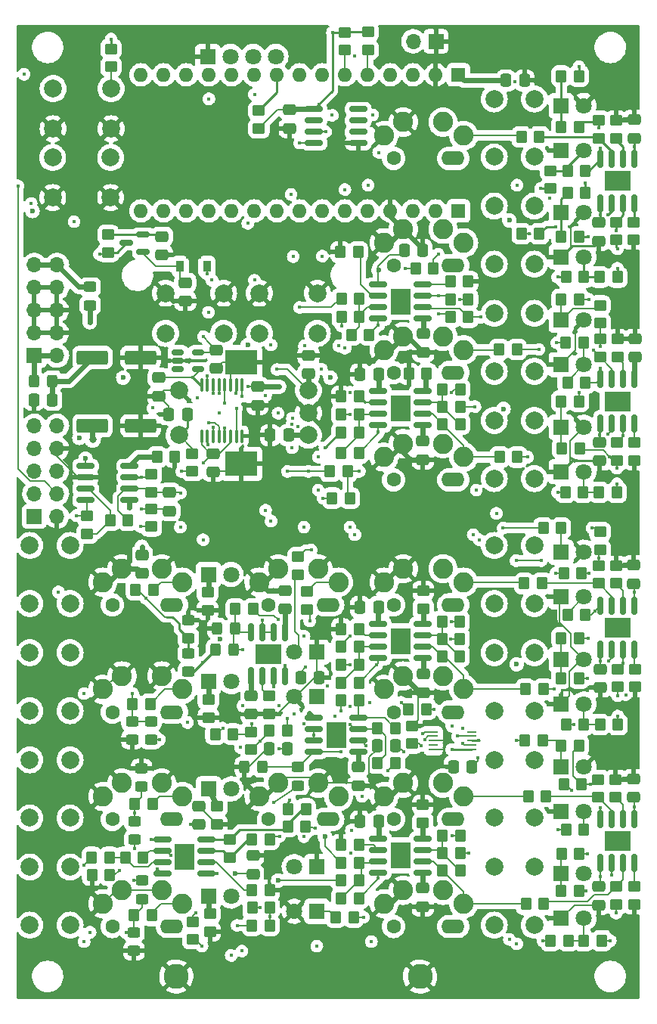
<source format=gbr>
%TF.GenerationSoftware,KiCad,Pcbnew,(6.0.1)*%
%TF.CreationDate,2022-06-07T13:31:57-07:00*%
%TF.ProjectId,main_board,6d61696e-5f62-46f6-9172-642e6b696361,2.1*%
%TF.SameCoordinates,Original*%
%TF.FileFunction,Copper,L4,Bot*%
%TF.FilePolarity,Positive*%
%FSLAX46Y46*%
G04 Gerber Fmt 4.6, Leading zero omitted, Abs format (unit mm)*
G04 Created by KiCad (PCBNEW (6.0.1)) date 2022-06-07 13:31:57*
%MOMM*%
%LPD*%
G01*
G04 APERTURE LIST*
G04 Aperture macros list*
%AMRoundRect*
0 Rectangle with rounded corners*
0 $1 Rounding radius*
0 $2 $3 $4 $5 $6 $7 $8 $9 X,Y pos of 4 corners*
0 Add a 4 corners polygon primitive as box body*
4,1,4,$2,$3,$4,$5,$6,$7,$8,$9,$2,$3,0*
0 Add four circle primitives for the rounded corners*
1,1,$1+$1,$2,$3*
1,1,$1+$1,$4,$5*
1,1,$1+$1,$6,$7*
1,1,$1+$1,$8,$9*
0 Add four rect primitives between the rounded corners*
20,1,$1+$1,$2,$3,$4,$5,0*
20,1,$1+$1,$4,$5,$6,$7,0*
20,1,$1+$1,$6,$7,$8,$9,0*
20,1,$1+$1,$8,$9,$2,$3,0*%
%AMFreePoly0*
4,1,9,3.862500,-0.866500,0.737500,-0.866500,0.737500,-0.450000,-0.737500,-0.450000,-0.737500,0.450000,0.737500,0.450000,0.737500,0.866500,3.862500,0.866500,3.862500,-0.866500,3.862500,-0.866500,$1*%
G04 Aperture macros list end*
%TA.AperFunction,ComponentPad*%
%ADD10R,1.800000X1.800000*%
%TD*%
%TA.AperFunction,ComponentPad*%
%ADD11C,1.800000*%
%TD*%
%TA.AperFunction,ComponentPad*%
%ADD12C,2.000000*%
%TD*%
%TA.AperFunction,ComponentPad*%
%ADD13C,2.250000*%
%TD*%
%TA.AperFunction,ComponentPad*%
%ADD14O,2.600000X1.600000*%
%TD*%
%TA.AperFunction,ComponentPad*%
%ADD15C,1.600000*%
%TD*%
%TA.AperFunction,ComponentPad*%
%ADD16R,3.600000X2.800000*%
%TD*%
%TA.AperFunction,SMDPad,CuDef*%
%ADD17RoundRect,0.250000X-0.350000X-0.450000X0.350000X-0.450000X0.350000X0.450000X-0.350000X0.450000X0*%
%TD*%
%TA.AperFunction,SMDPad,CuDef*%
%ADD18RoundRect,0.250000X0.450000X-0.350000X0.450000X0.350000X-0.450000X0.350000X-0.450000X-0.350000X0*%
%TD*%
%TA.AperFunction,SMDPad,CuDef*%
%ADD19RoundRect,0.250000X0.350000X0.450000X-0.350000X0.450000X-0.350000X-0.450000X0.350000X-0.450000X0*%
%TD*%
%TA.AperFunction,SMDPad,CuDef*%
%ADD20RoundRect,0.250000X0.475000X-0.337500X0.475000X0.337500X-0.475000X0.337500X-0.475000X-0.337500X0*%
%TD*%
%TA.AperFunction,SMDPad,CuDef*%
%ADD21RoundRect,0.250000X0.450000X-0.325000X0.450000X0.325000X-0.450000X0.325000X-0.450000X-0.325000X0*%
%TD*%
%TA.AperFunction,SMDPad,CuDef*%
%ADD22RoundRect,0.250000X-0.475000X0.337500X-0.475000X-0.337500X0.475000X-0.337500X0.475000X0.337500X0*%
%TD*%
%TA.AperFunction,SMDPad,CuDef*%
%ADD23RoundRect,0.150000X-0.825000X-0.150000X0.825000X-0.150000X0.825000X0.150000X-0.825000X0.150000X0*%
%TD*%
%TA.AperFunction,SMDPad,CuDef*%
%ADD24R,2.290000X3.000000*%
%TD*%
%TA.AperFunction,SMDPad,CuDef*%
%ADD25RoundRect,0.250000X-0.450000X0.350000X-0.450000X-0.350000X0.450000X-0.350000X0.450000X0.350000X0*%
%TD*%
%TA.AperFunction,SMDPad,CuDef*%
%ADD26RoundRect,0.150000X0.825000X0.150000X-0.825000X0.150000X-0.825000X-0.150000X0.825000X-0.150000X0*%
%TD*%
%TA.AperFunction,SMDPad,CuDef*%
%ADD27R,1.100000X0.250000*%
%TD*%
%TA.AperFunction,SMDPad,CuDef*%
%ADD28RoundRect,0.250000X0.325000X0.450000X-0.325000X0.450000X-0.325000X-0.450000X0.325000X-0.450000X0*%
%TD*%
%TA.AperFunction,SMDPad,CuDef*%
%ADD29RoundRect,0.250000X-0.450000X0.325000X-0.450000X-0.325000X0.450000X-0.325000X0.450000X0.325000X0*%
%TD*%
%TA.AperFunction,SMDPad,CuDef*%
%ADD30RoundRect,0.150000X-0.150000X0.825000X-0.150000X-0.825000X0.150000X-0.825000X0.150000X0.825000X0*%
%TD*%
%TA.AperFunction,SMDPad,CuDef*%
%ADD31R,3.000000X2.290000*%
%TD*%
%TA.AperFunction,SMDPad,CuDef*%
%ADD32RoundRect,0.250000X-0.337500X-0.475000X0.337500X-0.475000X0.337500X0.475000X-0.337500X0.475000X0*%
%TD*%
%TA.AperFunction,SMDPad,CuDef*%
%ADD33RoundRect,0.250000X0.337500X0.475000X-0.337500X0.475000X-0.337500X-0.475000X0.337500X-0.475000X0*%
%TD*%
%TA.AperFunction,ComponentPad*%
%ADD34R,1.700000X1.700000*%
%TD*%
%TA.AperFunction,ComponentPad*%
%ADD35O,1.700000X1.700000*%
%TD*%
%TA.AperFunction,SMDPad,CuDef*%
%ADD36RoundRect,0.250000X1.500000X0.550000X-1.500000X0.550000X-1.500000X-0.550000X1.500000X-0.550000X0*%
%TD*%
%TA.AperFunction,SMDPad,CuDef*%
%ADD37RoundRect,0.100000X0.100000X-0.637500X0.100000X0.637500X-0.100000X0.637500X-0.100000X-0.637500X0*%
%TD*%
%TA.AperFunction,ComponentPad*%
%ADD38R,1.600000X1.600000*%
%TD*%
%TA.AperFunction,ComponentPad*%
%ADD39O,1.600000X1.600000*%
%TD*%
%TA.AperFunction,SMDPad,CuDef*%
%ADD40RoundRect,0.150000X0.150000X-0.825000X0.150000X0.825000X-0.150000X0.825000X-0.150000X-0.825000X0*%
%TD*%
%TA.AperFunction,SMDPad,CuDef*%
%ADD41RoundRect,0.250000X-0.325000X-0.450000X0.325000X-0.450000X0.325000X0.450000X-0.325000X0.450000X0*%
%TD*%
%TA.AperFunction,SMDPad,CuDef*%
%ADD42RoundRect,0.150000X-0.512500X-0.150000X0.512500X-0.150000X0.512500X0.150000X-0.512500X0.150000X0*%
%TD*%
%TA.AperFunction,ComponentPad*%
%ADD43C,2.800000*%
%TD*%
%TA.AperFunction,SMDPad,CuDef*%
%ADD44R,0.900000X1.300000*%
%TD*%
%TA.AperFunction,SMDPad,CuDef*%
%ADD45FreePoly0,90.000000*%
%TD*%
%TA.AperFunction,SMDPad,CuDef*%
%ADD46RoundRect,0.150000X0.587500X0.150000X-0.587500X0.150000X-0.587500X-0.150000X0.587500X-0.150000X0*%
%TD*%
%TA.AperFunction,SMDPad,CuDef*%
%ADD47RoundRect,0.250000X-1.500000X-0.550000X1.500000X-0.550000X1.500000X0.550000X-1.500000X0.550000X0*%
%TD*%
%TA.AperFunction,ViaPad*%
%ADD48C,0.400000*%
%TD*%
%TA.AperFunction,ViaPad*%
%ADD49C,0.600000*%
%TD*%
%TA.AperFunction,ViaPad*%
%ADD50C,0.800000*%
%TD*%
%TA.AperFunction,Conductor*%
%ADD51C,0.200000*%
%TD*%
%TA.AperFunction,Conductor*%
%ADD52C,0.250000*%
%TD*%
%TA.AperFunction,Conductor*%
%ADD53C,0.600000*%
%TD*%
G04 APERTURE END LIST*
D10*
X111500000Y-88520000D03*
D11*
X114040000Y-88520000D03*
D10*
X111500000Y-138500000D03*
D11*
X114040000Y-138500000D03*
D10*
X111500000Y-121500000D03*
D11*
X114040000Y-121500000D03*
D12*
X104000000Y-139250000D03*
X104000000Y-132750000D03*
X108500000Y-139250000D03*
X108500000Y-132750000D03*
D10*
X84140000Y-120700000D03*
D11*
X81600000Y-120700000D03*
D12*
X104000000Y-151250000D03*
X104000000Y-144750000D03*
X108500000Y-144750000D03*
X108500000Y-151250000D03*
D13*
X91670000Y-148850000D03*
X100570000Y-148850000D03*
X93820000Y-147350000D03*
X98270000Y-147350000D03*
D14*
X99410000Y-151400000D03*
D15*
X92730000Y-151400000D03*
D12*
X104000000Y-58750000D03*
X104000000Y-65250000D03*
X108500000Y-65250000D03*
X108500000Y-58750000D03*
D10*
X111500000Y-100500000D03*
D11*
X114040000Y-100500000D03*
D10*
X111500000Y-59500000D03*
D11*
X114040000Y-59500000D03*
D12*
X104000000Y-127250000D03*
X104000000Y-120750000D03*
X108500000Y-127250000D03*
X108500000Y-120750000D03*
D10*
X111500000Y-145500000D03*
D11*
X114040000Y-145500000D03*
D12*
X61100000Y-62100000D03*
X54600000Y-62100000D03*
X54600000Y-57600000D03*
X61100000Y-57600000D03*
D10*
X111500000Y-71500000D03*
D11*
X114040000Y-71500000D03*
D13*
X91670000Y-62850000D03*
X100570000Y-62850000D03*
X93820000Y-61350000D03*
X98270000Y-61350000D03*
D14*
X99410000Y-65400000D03*
D15*
X92730000Y-65400000D03*
D12*
X104000000Y-82750000D03*
X104000000Y-89250000D03*
X108500000Y-82750000D03*
X108500000Y-89250000D03*
D13*
X77670000Y-112850000D03*
X86570000Y-112850000D03*
X79820000Y-111350000D03*
X84270000Y-111350000D03*
D14*
X85410000Y-115400000D03*
D15*
X78730000Y-115400000D03*
D12*
X61050000Y-69800000D03*
X54550000Y-69800000D03*
X54550000Y-65300000D03*
X61050000Y-65300000D03*
X52000000Y-144750000D03*
X52000000Y-151250000D03*
X56500000Y-144750000D03*
X56500000Y-151250000D03*
X68700000Y-96400000D03*
X68700000Y-91400000D03*
D16*
X75700000Y-99600000D03*
X75700000Y-88200000D03*
D12*
X83200000Y-96400000D03*
X83200000Y-91400000D03*
X83200000Y-93900000D03*
D10*
X72000000Y-112000000D03*
D11*
X74540000Y-112000000D03*
D12*
X104000000Y-108750000D03*
X104000000Y-115250000D03*
X108500000Y-108750000D03*
X108500000Y-115250000D03*
X52000000Y-108750000D03*
X52000000Y-115250000D03*
X56500000Y-115250000D03*
X56500000Y-108750000D03*
D10*
X84140000Y-149700000D03*
D11*
X81600000Y-149700000D03*
D10*
X111500000Y-64500000D03*
D11*
X114040000Y-64500000D03*
D13*
X77670000Y-136850000D03*
X86570000Y-136850000D03*
X79820000Y-135350000D03*
X84270000Y-135350000D03*
D14*
X85410000Y-139400000D03*
D15*
X78730000Y-139400000D03*
D10*
X84140000Y-125700000D03*
D11*
X81600000Y-125700000D03*
D12*
X52000000Y-132750000D03*
X52000000Y-139250000D03*
X56500000Y-139250000D03*
X56500000Y-132750000D03*
D13*
X91670000Y-112850000D03*
X100570000Y-112850000D03*
X93820000Y-111350000D03*
X98270000Y-111350000D03*
D14*
X99410000Y-115400000D03*
D15*
X92730000Y-115400000D03*
D10*
X72000000Y-136000000D03*
D11*
X74540000Y-136000000D03*
D10*
X111500000Y-133500000D03*
D11*
X114040000Y-133500000D03*
D10*
X84140000Y-144700000D03*
D11*
X81600000Y-144700000D03*
D10*
X72000000Y-124000000D03*
D11*
X74540000Y-124000000D03*
D13*
X60170000Y-112850000D03*
X69070000Y-112850000D03*
X62320000Y-111350000D03*
X66770000Y-111350000D03*
D14*
X67910000Y-115400000D03*
D15*
X61230000Y-115400000D03*
D10*
X111500000Y-95500000D03*
D11*
X114040000Y-95500000D03*
D13*
X60170000Y-124850000D03*
X69070000Y-124850000D03*
X62320000Y-123350000D03*
X66770000Y-123350000D03*
D14*
X67910000Y-127400000D03*
D15*
X61230000Y-127400000D03*
D13*
X60170000Y-136850000D03*
X69070000Y-136850000D03*
X62320000Y-135350000D03*
X66770000Y-135350000D03*
D14*
X67910000Y-139400000D03*
D15*
X61230000Y-139400000D03*
D13*
X91670000Y-136850000D03*
X100570000Y-136850000D03*
X93820000Y-135350000D03*
X98270000Y-135350000D03*
D14*
X99410000Y-139400000D03*
D15*
X92730000Y-139400000D03*
D10*
X111500000Y-150500000D03*
D11*
X114040000Y-150500000D03*
D10*
X111500000Y-126500000D03*
D11*
X114040000Y-126500000D03*
D12*
X104000000Y-94750000D03*
X104000000Y-101250000D03*
X108500000Y-94750000D03*
X108500000Y-101250000D03*
D10*
X111500000Y-83500000D03*
D11*
X114040000Y-83500000D03*
D10*
X111500000Y-76450000D03*
D11*
X114040000Y-76450000D03*
D13*
X91670000Y-86850000D03*
X100570000Y-86850000D03*
X93820000Y-85350000D03*
X98270000Y-85350000D03*
D14*
X99410000Y-89400000D03*
D15*
X92730000Y-89400000D03*
D12*
X104000000Y-70750000D03*
X104000000Y-77250000D03*
X108500000Y-70750000D03*
X108500000Y-77250000D03*
D13*
X91670000Y-124850000D03*
X100570000Y-124850000D03*
X93820000Y-123350000D03*
X98270000Y-123350000D03*
D14*
X99410000Y-127400000D03*
D15*
X92730000Y-127400000D03*
D13*
X91670000Y-98850000D03*
X100570000Y-98850000D03*
X93820000Y-97350000D03*
X98270000Y-97350000D03*
D14*
X99410000Y-101400000D03*
D15*
X92730000Y-101400000D03*
D10*
X111500000Y-114500000D03*
D11*
X114040000Y-114500000D03*
D13*
X60170000Y-148850000D03*
X69070000Y-148850000D03*
X62320000Y-147350000D03*
X66770000Y-147350000D03*
D14*
X67910000Y-151400000D03*
D15*
X61230000Y-151400000D03*
D10*
X71940000Y-54000000D03*
D11*
X74480000Y-54000000D03*
X77020000Y-54000000D03*
X79560000Y-54000000D03*
D12*
X52000000Y-120750000D03*
X52000000Y-127250000D03*
X56500000Y-120750000D03*
X56500000Y-127250000D03*
D13*
X91670000Y-74850000D03*
X100570000Y-74850000D03*
X93820000Y-73350000D03*
X98270000Y-73350000D03*
D14*
X99410000Y-77400000D03*
D15*
X92730000Y-77400000D03*
D10*
X111500000Y-109500000D03*
D11*
X114040000Y-109500000D03*
D10*
X72000000Y-148000000D03*
D11*
X74540000Y-148000000D03*
D12*
X77700000Y-80500000D03*
X84200000Y-80500000D03*
X77700000Y-85000000D03*
X84200000Y-85000000D03*
X73700000Y-80500000D03*
X67200000Y-80500000D03*
X67200000Y-85000000D03*
X73700000Y-85000000D03*
D17*
X104550000Y-86800000D03*
X106550000Y-86800000D03*
D18*
X110300000Y-68800000D03*
X110300000Y-66800000D03*
D17*
X98200000Y-91250000D03*
X100200000Y-91250000D03*
D19*
X113550000Y-143250000D03*
X111550000Y-143250000D03*
X88850000Y-122100000D03*
X86850000Y-122100000D03*
D20*
X83200000Y-89537500D03*
X83200000Y-87462500D03*
X80600000Y-115875000D03*
X80600000Y-113800000D03*
D19*
X88900000Y-83150000D03*
X86900000Y-83150000D03*
D17*
X66250000Y-98850000D03*
X68250000Y-98850000D03*
D19*
X114200000Y-90550000D03*
X112200000Y-90550000D03*
D21*
X63750000Y-141675000D03*
X63750000Y-139625000D03*
D17*
X98150000Y-119200000D03*
X100150000Y-119200000D03*
D22*
X69400000Y-79312500D03*
X69400000Y-81387500D03*
D23*
X91025000Y-95305000D03*
X91025000Y-94035000D03*
X91025000Y-92765000D03*
X91025000Y-91495000D03*
X95975000Y-91495000D03*
X95975000Y-92765000D03*
X95975000Y-94035000D03*
X95975000Y-95305000D03*
D24*
X93500000Y-93400000D03*
D25*
X117750000Y-97250000D03*
X117750000Y-99250000D03*
D17*
X111950000Y-102800000D03*
X113950000Y-102800000D03*
D19*
X88850000Y-144250000D03*
X86850000Y-144250000D03*
D26*
X88775000Y-59895000D03*
X88775000Y-61165000D03*
X88775000Y-62435000D03*
X88775000Y-63705000D03*
X83825000Y-63705000D03*
X83825000Y-62435000D03*
X83825000Y-61165000D03*
X83825000Y-59895000D03*
D19*
X88850000Y-96150000D03*
X86850000Y-96150000D03*
D22*
X81100000Y-59975000D03*
X81100000Y-62050000D03*
D17*
X80900000Y-140200000D03*
X82900000Y-140200000D03*
D19*
X78850000Y-141650000D03*
X76850000Y-141650000D03*
D17*
X112200000Y-69250000D03*
X114200000Y-69250000D03*
D18*
X96050000Y-115800000D03*
X96050000Y-113800000D03*
D19*
X82925000Y-138250000D03*
X80925000Y-138250000D03*
D17*
X98200000Y-145150000D03*
X100200000Y-145150000D03*
X98200000Y-93200000D03*
X100200000Y-93200000D03*
D19*
X109450000Y-130550000D03*
X107450000Y-130550000D03*
D22*
X96000000Y-147112500D03*
X96000000Y-149187500D03*
D25*
X119650000Y-146950000D03*
X119650000Y-148950000D03*
D17*
X111500000Y-56200000D03*
X113500000Y-56200000D03*
D27*
X97175000Y-131600000D03*
X97175000Y-131100000D03*
X97175000Y-130600000D03*
X97175000Y-130100000D03*
X97175000Y-129600000D03*
X101475000Y-129600000D03*
X101475000Y-130100000D03*
X101475000Y-130600000D03*
X101475000Y-131100000D03*
X101475000Y-131600000D03*
D25*
X61100000Y-53150000D03*
X61100000Y-55150000D03*
D17*
X111800000Y-111850000D03*
X113800000Y-111850000D03*
D23*
X91025000Y-145355000D03*
X91025000Y-144085000D03*
X91025000Y-142815000D03*
X91025000Y-141545000D03*
X95975000Y-141545000D03*
X95975000Y-142815000D03*
X95975000Y-144085000D03*
X95975000Y-145355000D03*
D24*
X93500000Y-143450000D03*
D17*
X98150000Y-117250000D03*
X100150000Y-117250000D03*
D19*
X113500000Y-119100000D03*
X111500000Y-119100000D03*
D17*
X112000000Y-86050000D03*
X114000000Y-86050000D03*
D19*
X114200000Y-116500000D03*
X112200000Y-116500000D03*
D28*
X78075000Y-133550000D03*
X76025000Y-133550000D03*
D22*
X64550000Y-109812500D03*
X64550000Y-111887500D03*
D17*
X111500000Y-123600000D03*
X113500000Y-123600000D03*
D19*
X88850000Y-98400000D03*
X86850000Y-98400000D03*
D18*
X96000000Y-139800000D03*
X96000000Y-137800000D03*
D17*
X63750000Y-137700000D03*
X65750000Y-137700000D03*
X99100000Y-81200000D03*
X101100000Y-81200000D03*
D18*
X115700000Y-113000000D03*
X115700000Y-111000000D03*
D22*
X67650000Y-102812500D03*
X67650000Y-104887500D03*
D19*
X88850000Y-92050000D03*
X86850000Y-92050000D03*
D26*
X71775000Y-141670000D03*
X71775000Y-142940000D03*
X71775000Y-144210000D03*
X71775000Y-145480000D03*
X66825000Y-145480000D03*
X66825000Y-144210000D03*
X66825000Y-142940000D03*
X66825000Y-141670000D03*
D24*
X69300000Y-143575000D03*
D23*
X91025000Y-121355000D03*
X91025000Y-120085000D03*
X91025000Y-118815000D03*
X91025000Y-117545000D03*
X95975000Y-117545000D03*
X95975000Y-118815000D03*
X95975000Y-120085000D03*
X95975000Y-121355000D03*
D24*
X93500000Y-119450000D03*
D29*
X64550000Y-146275000D03*
X64550000Y-148325000D03*
D19*
X117800000Y-78700000D03*
X115800000Y-78700000D03*
D30*
X115895000Y-139375000D03*
X117165000Y-139375000D03*
X118435000Y-139375000D03*
X119705000Y-139375000D03*
X119705000Y-144325000D03*
X118435000Y-144325000D03*
X117165000Y-144325000D03*
X115895000Y-144325000D03*
D31*
X117800000Y-141850000D03*
D30*
X115895000Y-90125000D03*
X117165000Y-90125000D03*
X118435000Y-90125000D03*
X119705000Y-90125000D03*
X119705000Y-95075000D03*
X118435000Y-95075000D03*
X117165000Y-95075000D03*
X115895000Y-95075000D03*
D31*
X117800000Y-92600000D03*
D20*
X88800000Y-135637500D03*
X88800000Y-133562500D03*
D22*
X72850000Y-86862500D03*
X72850000Y-88937500D03*
D17*
X98200000Y-143200000D03*
X100200000Y-143200000D03*
D26*
X88775000Y-128045000D03*
X88775000Y-129315000D03*
X88775000Y-130585000D03*
X88775000Y-131855000D03*
X83825000Y-131855000D03*
X83825000Y-130585000D03*
X83825000Y-129315000D03*
X83825000Y-128045000D03*
D24*
X86300000Y-129950000D03*
D18*
X117650000Y-113000000D03*
X117650000Y-111000000D03*
D22*
X119625000Y-110937500D03*
X119625000Y-113012500D03*
D32*
X88962500Y-115650000D03*
X91037500Y-115650000D03*
D19*
X88850000Y-94050000D03*
X86850000Y-94050000D03*
D25*
X117650000Y-146950000D03*
X117650000Y-148950000D03*
D32*
X88962500Y-139650000D03*
X91037500Y-139650000D03*
D17*
X111500000Y-92600000D03*
X113500000Y-92600000D03*
D25*
X70250000Y-150850000D03*
X70250000Y-152850000D03*
D33*
X80987500Y-96400000D03*
X78912500Y-96400000D03*
D18*
X117650000Y-63150000D03*
X117650000Y-61150000D03*
D19*
X88900000Y-81150000D03*
X86900000Y-81150000D03*
D17*
X63850000Y-113700000D03*
X65850000Y-113700000D03*
X75000000Y-115875000D03*
X77000000Y-115875000D03*
X107350000Y-113000000D03*
X109350000Y-113000000D03*
D18*
X115850000Y-109200000D03*
X115850000Y-107200000D03*
D17*
X110300000Y-153000000D03*
X112300000Y-153000000D03*
D21*
X58750000Y-81850000D03*
X58750000Y-79800000D03*
D17*
X76900000Y-149325000D03*
X78900000Y-149325000D03*
D34*
X97475000Y-52300000D03*
D35*
X94935000Y-52300000D03*
D19*
X113800000Y-135500000D03*
X111800000Y-135500000D03*
D17*
X86850000Y-126100000D03*
X88850000Y-126100000D03*
D30*
X115895000Y-65475000D03*
X117165000Y-65475000D03*
X118435000Y-65475000D03*
X119705000Y-65475000D03*
X119705000Y-70425000D03*
X118435000Y-70425000D03*
X117165000Y-70425000D03*
X115895000Y-70425000D03*
D31*
X117800000Y-67950000D03*
D19*
X87850000Y-103450000D03*
X85850000Y-103450000D03*
D21*
X82050000Y-135625000D03*
X82050000Y-133575000D03*
D17*
X98200000Y-95150000D03*
X100200000Y-95150000D03*
D25*
X65600000Y-104650000D03*
X65600000Y-106650000D03*
D18*
X74400000Y-143700000D03*
X74400000Y-141700000D03*
D32*
X78762500Y-131500000D03*
X80837500Y-131500000D03*
D21*
X65550000Y-130475000D03*
X65550000Y-128425000D03*
D25*
X60775000Y-73950000D03*
X60775000Y-75950000D03*
D22*
X70950000Y-137937500D03*
X70950000Y-140012500D03*
D19*
X88850000Y-142250000D03*
X86850000Y-142250000D03*
X87600000Y-100450000D03*
X85600000Y-100450000D03*
D36*
X64400000Y-87700000D03*
X59000000Y-87700000D03*
D19*
X60950000Y-145650000D03*
X58950000Y-145650000D03*
X113500000Y-131150000D03*
X111500000Y-131150000D03*
D18*
X70200000Y-100450000D03*
X70200000Y-98450000D03*
X77650000Y-62075000D03*
X77650000Y-60075000D03*
D29*
X63650000Y-152075000D03*
X63650000Y-154125000D03*
D19*
X92900000Y-129200000D03*
X90900000Y-129200000D03*
D22*
X96050000Y-85062500D03*
X96050000Y-87137500D03*
D19*
X88850000Y-146250000D03*
X86850000Y-146250000D03*
D17*
X98150000Y-121150000D03*
X100150000Y-121150000D03*
D23*
X91025000Y-83355000D03*
X91025000Y-82085000D03*
X91025000Y-80815000D03*
X91025000Y-79545000D03*
X95975000Y-79545000D03*
X95975000Y-80815000D03*
X95975000Y-82085000D03*
X95975000Y-83355000D03*
D24*
X93500000Y-81450000D03*
D22*
X119750000Y-85587500D03*
X119750000Y-87662500D03*
D37*
X75775000Y-96512500D03*
X75125000Y-96512500D03*
X74475000Y-96512500D03*
X73825000Y-96512500D03*
X73175000Y-96512500D03*
X72525000Y-96512500D03*
X71875000Y-96512500D03*
X71225000Y-96512500D03*
X71225000Y-90787500D03*
X71875000Y-90787500D03*
X72525000Y-90787500D03*
X73175000Y-90787500D03*
X73825000Y-90787500D03*
X74475000Y-90787500D03*
X75125000Y-90787500D03*
X75775000Y-90787500D03*
D17*
X112050000Y-128800000D03*
X114050000Y-128800000D03*
X72750000Y-129875000D03*
X74750000Y-129875000D03*
D22*
X119650000Y-61087500D03*
X119650000Y-63162500D03*
D25*
X78800000Y-125600000D03*
X78800000Y-127600000D03*
D17*
X99100000Y-79200000D03*
X101100000Y-79200000D03*
X76875000Y-147375000D03*
X78875000Y-147375000D03*
D38*
X100000000Y-56060000D03*
D39*
X97460000Y-56060000D03*
X94920000Y-56060000D03*
X92380000Y-56060000D03*
X89840000Y-56060000D03*
X87300000Y-56060000D03*
X84760000Y-56060000D03*
X82220000Y-56060000D03*
X79680000Y-56060000D03*
X77140000Y-56060000D03*
X74600000Y-56060000D03*
X72060000Y-56060000D03*
X69520000Y-56060000D03*
X66980000Y-56060000D03*
X64440000Y-56060000D03*
D17*
X86250000Y-150350000D03*
X88250000Y-150350000D03*
D33*
X95987500Y-75700000D03*
X93912500Y-75700000D03*
D22*
X115675000Y-146937500D03*
X115675000Y-149012500D03*
D19*
X90000000Y-85150000D03*
X88000000Y-85150000D03*
D40*
X80605000Y-123375000D03*
X79335000Y-123375000D03*
X78065000Y-123375000D03*
X76795000Y-123375000D03*
X76795000Y-118425000D03*
X78065000Y-118425000D03*
X79335000Y-118425000D03*
X80605000Y-118425000D03*
D31*
X78700000Y-120900000D03*
D34*
X52500000Y-87500000D03*
D35*
X55040000Y-87500000D03*
X52500000Y-84960000D03*
X55040000Y-84960000D03*
X52500000Y-82420000D03*
X55040000Y-82420000D03*
X52500000Y-79880000D03*
X55040000Y-79880000D03*
X52500000Y-77340000D03*
X55040000Y-77340000D03*
D18*
X115850000Y-83850000D03*
X115850000Y-81850000D03*
D33*
X69612500Y-94075000D03*
X67537500Y-94075000D03*
D25*
X119700000Y-97250000D03*
X119700000Y-99250000D03*
D18*
X72000000Y-128000000D03*
X72000000Y-126000000D03*
D25*
X117800000Y-122600000D03*
X117800000Y-124600000D03*
D32*
X88962500Y-89600000D03*
X91037500Y-89600000D03*
D22*
X96050000Y-123162500D03*
X96050000Y-125237500D03*
D19*
X80800000Y-129500000D03*
X78800000Y-129500000D03*
X113500000Y-61900000D03*
X111500000Y-61900000D03*
D38*
X100000000Y-71300000D03*
D39*
X97460000Y-71300000D03*
X94920000Y-71300000D03*
X92380000Y-71300000D03*
X89840000Y-71300000D03*
X87300000Y-71300000D03*
X84760000Y-71300000D03*
X82220000Y-71300000D03*
X79680000Y-71300000D03*
X77140000Y-71300000D03*
X74600000Y-71300000D03*
X72060000Y-71300000D03*
X69520000Y-71300000D03*
X66980000Y-71300000D03*
X64440000Y-71300000D03*
D22*
X66800000Y-74150000D03*
X66800000Y-76225000D03*
D21*
X69750000Y-119125000D03*
X69750000Y-117075000D03*
D20*
X76800000Y-127637500D03*
X76800000Y-125562500D03*
D19*
X88850000Y-148250000D03*
X86850000Y-148250000D03*
D17*
X76875000Y-151275000D03*
X78875000Y-151275000D03*
D25*
X119600000Y-72550000D03*
X119600000Y-74550000D03*
D32*
X82312500Y-123525000D03*
X84387500Y-123525000D03*
D25*
X119750000Y-122600000D03*
X119750000Y-124600000D03*
D19*
X113600000Y-97850000D03*
X111600000Y-97850000D03*
D18*
X65600000Y-102800000D03*
X65600000Y-100800000D03*
D25*
X58425000Y-105425000D03*
X58425000Y-107425000D03*
D17*
X61000000Y-105925000D03*
X63000000Y-105925000D03*
D29*
X63450000Y-128425000D03*
X63450000Y-130475000D03*
D17*
X112050000Y-78700000D03*
X114050000Y-78700000D03*
D20*
X77000000Y-145537500D03*
X77000000Y-143462500D03*
D17*
X111500000Y-147450000D03*
X113500000Y-147450000D03*
D19*
X117850000Y-128800000D03*
X115850000Y-128800000D03*
D17*
X62675000Y-143675000D03*
X64675000Y-143675000D03*
D34*
X52500000Y-105500000D03*
D35*
X55040000Y-105500000D03*
X52500000Y-102960000D03*
X55040000Y-102960000D03*
X52500000Y-100420000D03*
X55040000Y-100420000D03*
X52500000Y-97880000D03*
X55040000Y-97880000D03*
X52500000Y-95340000D03*
X55040000Y-95340000D03*
D22*
X119600000Y-134862500D03*
X119600000Y-136937500D03*
D19*
X96450000Y-89550000D03*
X94450000Y-89550000D03*
D32*
X105312500Y-56700000D03*
X107387500Y-56700000D03*
D25*
X87275000Y-51300000D03*
X87275000Y-53300000D03*
D33*
X101512500Y-133500000D03*
X99437500Y-133500000D03*
D22*
X96000000Y-97062500D03*
X96000000Y-99137500D03*
D19*
X88750000Y-75900000D03*
X86750000Y-75900000D03*
D28*
X75000000Y-118025000D03*
X72950000Y-118025000D03*
D19*
X114200000Y-66800000D03*
X112200000Y-66800000D03*
D17*
X90900000Y-133100000D03*
X92900000Y-133100000D03*
D41*
X72775000Y-120450000D03*
X74825000Y-120450000D03*
D25*
X82050000Y-110025000D03*
X82050000Y-112025000D03*
D18*
X72950000Y-139975000D03*
X72950000Y-137975000D03*
D19*
X101100000Y-83200000D03*
X99100000Y-83200000D03*
D18*
X94800000Y-130950000D03*
X94800000Y-128950000D03*
D41*
X52475000Y-90350000D03*
X54525000Y-90350000D03*
D19*
X117750000Y-102800000D03*
X115750000Y-102800000D03*
X88850000Y-120100000D03*
X86850000Y-120100000D03*
D17*
X58925000Y-143675000D03*
X60925000Y-143675000D03*
D30*
X115895000Y-115475000D03*
X117165000Y-115475000D03*
X118435000Y-115475000D03*
X119705000Y-115475000D03*
X119705000Y-120425000D03*
X118435000Y-120425000D03*
X117165000Y-120425000D03*
X115895000Y-120425000D03*
D31*
X117800000Y-117950000D03*
D19*
X97200000Y-77700000D03*
X95200000Y-77700000D03*
D21*
X69750000Y-122875000D03*
X69750000Y-120825000D03*
D22*
X77500000Y-90962500D03*
X77500000Y-93037500D03*
D17*
X112050000Y-140550000D03*
X114050000Y-140550000D03*
D23*
X58225000Y-103655000D03*
X58225000Y-102385000D03*
X58225000Y-101115000D03*
X58225000Y-99845000D03*
X63175000Y-99845000D03*
X63175000Y-101115000D03*
X63175000Y-102385000D03*
X63175000Y-103655000D03*
D17*
X63500000Y-126500000D03*
X65500000Y-126500000D03*
D42*
X68587500Y-89025000D03*
X68587500Y-88075000D03*
X68587500Y-87125000D03*
X70862500Y-87125000D03*
X70862500Y-89025000D03*
D19*
X88850000Y-118100000D03*
X86850000Y-118100000D03*
X113500000Y-74200000D03*
X111500000Y-74200000D03*
D17*
X63650000Y-150150000D03*
X65650000Y-150150000D03*
D19*
X88850000Y-124100000D03*
X86850000Y-124100000D03*
D22*
X115800000Y-97212500D03*
X115800000Y-99287500D03*
D17*
X107550000Y-148900000D03*
X109550000Y-148900000D03*
X107500000Y-124850000D03*
X109500000Y-124850000D03*
D18*
X71900000Y-116000000D03*
X71900000Y-114000000D03*
X117800000Y-87650000D03*
X117800000Y-85650000D03*
D17*
X107050000Y-63000000D03*
X109050000Y-63000000D03*
D43*
X68400000Y-157000000D03*
D22*
X115850000Y-122612500D03*
X115850000Y-124687500D03*
D44*
X71825000Y-77500000D03*
D45*
X70325000Y-77412500D03*
D44*
X68825000Y-77500000D03*
D19*
X111500000Y-106800000D03*
X109500000Y-106800000D03*
D18*
X83000000Y-115900000D03*
X83000000Y-113900000D03*
D32*
X52462500Y-92450000D03*
X54537500Y-92450000D03*
D19*
X116050000Y-153000000D03*
X114050000Y-153000000D03*
D17*
X104600000Y-98850000D03*
X106600000Y-98850000D03*
D18*
X115850000Y-87650000D03*
X115850000Y-85650000D03*
X115650000Y-136950000D03*
X115650000Y-134950000D03*
D17*
X111500000Y-81200000D03*
X113500000Y-81200000D03*
X94400000Y-127075000D03*
X96400000Y-127075000D03*
D18*
X115700000Y-63150000D03*
X115700000Y-61150000D03*
D22*
X115700000Y-72612500D03*
X115700000Y-74687500D03*
D18*
X72175000Y-152000000D03*
X72175000Y-150000000D03*
D17*
X98200000Y-141250000D03*
X100200000Y-141250000D03*
X107800000Y-136800000D03*
X109800000Y-136800000D03*
D32*
X90862500Y-131150000D03*
X92937500Y-131150000D03*
D22*
X72550000Y-98462500D03*
X72550000Y-100537500D03*
D46*
X64687500Y-73950000D03*
X64687500Y-75850000D03*
X62812500Y-74900000D03*
D17*
X107050000Y-73850000D03*
X109050000Y-73850000D03*
D21*
X64500000Y-135775000D03*
X64500000Y-133725000D03*
D18*
X117600000Y-136950000D03*
X117600000Y-134950000D03*
X76750000Y-131600000D03*
X76750000Y-129600000D03*
D47*
X59000000Y-95350000D03*
X64400000Y-95350000D03*
D25*
X89850000Y-51275000D03*
X89850000Y-53275000D03*
X117650000Y-72550000D03*
X117650000Y-74550000D03*
D22*
X66425000Y-89962500D03*
X66425000Y-92037500D03*
D43*
X95700000Y-157000000D03*
D48*
X83175000Y-100450000D03*
X80850000Y-100450000D03*
X79680000Y-89039031D03*
X55200000Y-113950489D03*
X52150000Y-70450000D03*
X61050000Y-80500000D03*
X84850000Y-103450000D03*
X84750000Y-76350000D03*
X81500000Y-76400000D03*
X81400000Y-94500000D03*
D49*
X106500000Y-122050000D03*
X105700000Y-72350000D03*
D48*
X89875000Y-68400000D03*
X106550000Y-68400000D03*
X105700000Y-152850000D03*
X75750000Y-154150000D03*
X62775000Y-152075000D03*
X51350000Y-56000000D03*
X58745489Y-152045489D03*
D49*
X57550000Y-96700000D03*
X52300000Y-71300000D03*
D48*
X63750000Y-138675000D03*
X85884511Y-51325000D03*
X84350000Y-59350000D03*
X66525000Y-130475000D03*
X69000000Y-100450000D03*
X79300000Y-137475000D03*
X61100000Y-52050000D03*
X88900000Y-100450000D03*
X63625000Y-146275000D03*
X71362500Y-121862500D03*
X63750000Y-142650000D03*
X71400000Y-108100000D03*
X71400000Y-99512500D03*
X102162500Y-132487500D03*
X102300000Y-108100000D03*
D49*
X62450000Y-89950000D03*
D48*
X102275000Y-130600000D03*
X64400000Y-106650000D03*
X70250000Y-89950000D03*
X88400000Y-53950000D03*
X88400000Y-107550000D03*
X100450000Y-129200000D03*
X82220000Y-63680000D03*
X101650000Y-107550000D03*
X100450000Y-130925000D03*
X85115000Y-62435000D03*
X99250000Y-128950000D03*
X90098682Y-126348682D03*
X86600000Y-86400000D03*
X82750000Y-86400000D03*
X99250000Y-131600000D03*
X74550000Y-154650000D03*
X110199031Y-69850969D03*
X87275000Y-68900000D03*
X106525000Y-153350000D03*
D49*
X79912500Y-90962500D03*
X96050000Y-122150000D03*
D50*
X59050000Y-96900000D03*
D48*
X83500000Y-109250000D03*
X111150000Y-140550000D03*
X115895000Y-145780000D03*
X115895000Y-71705000D03*
D49*
X96000000Y-96050000D03*
D48*
X115800000Y-96375000D03*
X109200000Y-68800000D03*
X65800000Y-93350000D03*
X111100000Y-102800000D03*
D49*
X96000000Y-146100000D03*
D48*
X83315000Y-127535000D03*
X59800000Y-76150000D03*
D49*
X58700000Y-83750000D03*
D48*
X64550000Y-108900000D03*
X77750000Y-149325000D03*
X111100000Y-78700000D03*
X115895000Y-121705000D03*
D49*
X96050000Y-84000000D03*
D48*
X112950000Y-128800000D03*
D49*
X74962500Y-145487500D03*
D48*
X110900000Y-111850000D03*
D49*
X80600000Y-116950000D03*
X63175000Y-104475000D03*
D48*
X76425000Y-90975000D03*
X111000000Y-86050000D03*
X109450000Y-153000000D03*
X65555000Y-141670000D03*
X82900000Y-122375000D03*
D49*
X91000000Y-116850000D03*
D48*
X97250000Y-127075000D03*
X69987500Y-140012500D03*
D49*
X56300000Y-90350000D03*
D48*
X113500000Y-91650000D03*
X106450000Y-130550000D03*
X114300000Y-147450000D03*
X113500000Y-55150000D03*
D49*
X91050000Y-77900000D03*
D48*
X105000000Y-106800000D03*
X114200000Y-68200000D03*
D49*
X88800000Y-132550000D03*
D48*
X119705000Y-64100000D03*
X72995000Y-145480000D03*
X89350000Y-150350000D03*
X119705000Y-88645000D03*
X76800000Y-124650000D03*
D49*
X58225000Y-99025000D03*
D48*
X119705000Y-137995000D03*
X91037500Y-140550000D03*
D49*
X91037500Y-90812500D03*
D48*
X114600000Y-81200000D03*
X114425000Y-123600000D03*
X119705000Y-113995000D03*
X87850000Y-94050000D03*
X87300000Y-86650000D03*
X87850000Y-91600000D03*
X99200000Y-91600000D03*
X100150000Y-81200000D03*
X82700000Y-106700000D03*
X68850000Y-106700000D03*
X99300000Y-141250000D03*
X99200000Y-117250000D03*
X87850000Y-118900000D03*
D49*
X85050000Y-141362011D03*
D48*
X87850000Y-106700000D03*
X82700000Y-141350000D03*
X86150000Y-127850000D03*
X82700000Y-118900000D03*
X86900000Y-84150000D03*
X82700000Y-128700000D03*
X76850000Y-128700000D03*
X68850000Y-102850000D03*
X64500000Y-104650000D03*
X64500000Y-101100000D03*
X96000000Y-129850000D03*
X83825000Y-129950000D03*
X63500000Y-125300000D03*
X56950000Y-72500000D03*
X50650000Y-68500000D03*
X65025000Y-114675000D03*
X109250000Y-110450000D03*
X106450000Y-110450000D03*
X97735000Y-80815000D03*
X97740480Y-76159520D03*
X97750000Y-82800000D03*
X79900000Y-126700000D03*
X75850000Y-126700000D03*
X75850000Y-120450000D03*
X79900480Y-131475000D03*
X71875000Y-89775000D03*
D49*
X85650000Y-89950000D03*
D48*
X87850000Y-122100000D03*
D49*
X73300000Y-119250000D03*
D48*
X72525000Y-91700000D03*
X99150000Y-119200000D03*
D49*
X79800000Y-146250000D03*
D48*
X73175000Y-91700000D03*
X79800000Y-93950000D03*
X73175000Y-93950000D03*
X73800000Y-92825000D03*
X78400000Y-91950000D03*
X104250000Y-105150000D03*
X101175000Y-143200000D03*
X78400000Y-104800000D03*
X73825000Y-95575000D03*
X82200000Y-82100244D03*
X81999511Y-95450489D03*
X71999855Y-82650145D03*
X72024511Y-95025489D03*
X94050000Y-77700000D03*
X72525000Y-95525000D03*
X81375000Y-97800000D03*
X81375000Y-95150000D03*
X85050000Y-97800000D03*
X84300000Y-102550000D03*
X84300000Y-98850000D03*
X71900000Y-97475000D03*
X101994511Y-102550000D03*
X101850000Y-93200000D03*
X72400000Y-79050000D03*
X75125000Y-93400000D03*
X77150000Y-79050000D03*
X75100000Y-91700000D03*
X75775000Y-92050000D03*
X70750000Y-92225000D03*
X96200000Y-130450000D03*
X75600000Y-131375000D03*
X78065000Y-117085000D03*
X86850000Y-131855000D03*
X86850000Y-127300000D03*
X93845000Y-131855000D03*
X58075000Y-144525000D03*
X90245489Y-153095489D03*
X92050000Y-133950000D03*
X89188569Y-136838569D03*
X58075000Y-153100000D03*
X95775000Y-131125000D03*
X89675000Y-131125000D03*
X83350000Y-117200000D03*
X79335000Y-124565000D03*
X85325000Y-124500000D03*
X77800000Y-130650000D03*
X79837500Y-117062500D03*
X80800000Y-128075000D03*
X80605000Y-122175000D03*
X73600000Y-129200000D03*
X87875000Y-128825000D03*
X81112500Y-137237500D03*
X78875000Y-150275000D03*
X84000000Y-140425000D03*
X88000000Y-140625000D03*
X93575000Y-126300000D03*
X84140000Y-153610000D03*
X71285000Y-153610000D03*
X114650000Y-111900000D03*
X112700000Y-136200000D03*
X114950000Y-106800000D03*
X91050000Y-64750000D03*
X91025000Y-84125000D03*
X107950000Y-73850000D03*
X102500000Y-83200000D03*
X91025000Y-96025000D03*
X90850000Y-122100000D03*
X91000000Y-146000000D03*
X110850000Y-73050000D03*
X117650000Y-73500000D03*
X109000000Y-86800000D03*
X115100000Y-86900000D03*
X118435000Y-96415000D03*
X107750000Y-98850000D03*
X115895000Y-64250000D03*
X115700000Y-62000000D03*
X117800000Y-77700000D03*
X114500000Y-74200000D03*
X117800000Y-75550000D03*
X116750000Y-71700000D03*
X115900000Y-88900000D03*
X115850000Y-86450000D03*
X117750000Y-101850000D03*
X117750000Y-100100000D03*
X116921792Y-98828208D03*
X116750000Y-96300000D03*
X118435000Y-121965000D03*
X118725000Y-125450000D03*
X110750000Y-124850000D03*
X115310000Y-116060000D03*
X115700000Y-110150000D03*
X117850000Y-127850000D03*
X116850000Y-121700000D03*
X117800000Y-125550000D03*
X114500000Y-119100000D03*
X115895000Y-138105000D03*
X114800000Y-135500000D03*
X117165000Y-145635000D03*
X117650000Y-149900000D03*
X117000000Y-153000000D03*
X114450000Y-143250000D03*
X77150000Y-58249511D03*
X81249511Y-69450489D03*
X106350000Y-56800000D03*
X84650000Y-89000000D03*
X90400000Y-60550000D03*
D49*
X105050489Y-93450489D03*
D48*
X85859511Y-60590489D03*
X72050000Y-58750000D03*
X79000000Y-86300000D03*
X79000000Y-106000000D03*
X76400489Y-72700000D03*
D49*
X76400000Y-86300000D03*
D48*
X66297500Y-144952500D03*
X62050000Y-145100000D03*
X67750000Y-143450000D03*
X75200000Y-151275000D03*
X70575000Y-149850000D03*
X71450000Y-85375000D03*
X71825000Y-78350000D03*
X87900000Y-143175000D03*
X79950000Y-141325000D03*
X81599511Y-127575489D03*
X57200000Y-105400000D03*
X87824511Y-126800489D03*
X99900000Y-130100000D03*
X58075489Y-125324511D03*
X69655479Y-128569521D03*
D51*
X83175000Y-100450000D02*
X80850000Y-100450000D01*
X85600000Y-100450000D02*
X83175000Y-100450000D01*
X83200000Y-91400000D02*
X80839031Y-89039031D01*
X80839031Y-89039031D02*
X79680000Y-89039031D01*
D52*
X115700000Y-74687500D02*
X115162980Y-75224520D01*
D53*
X92380000Y-71910000D02*
X93820000Y-73350000D01*
D51*
X88512500Y-135350000D02*
X88800000Y-135637500D01*
D53*
X91670000Y-74850000D02*
X92320000Y-74850000D01*
D51*
X84387500Y-123525000D02*
X84140000Y-123277500D01*
X84270000Y-135350000D02*
X88512500Y-135350000D01*
D53*
X60820000Y-112850000D02*
X62320000Y-111350000D01*
D51*
X67537500Y-94075000D02*
X67537500Y-93150000D01*
D53*
X62320000Y-111350000D02*
X64012500Y-111350000D01*
D51*
X112600480Y-118623342D02*
X112600480Y-120060480D01*
X62320000Y-147350000D02*
X66770000Y-147350000D01*
X90862500Y-131560362D02*
X90000000Y-132422862D01*
D53*
X64012500Y-111350000D02*
X64550000Y-111887500D01*
D51*
X113100480Y-86919520D02*
X113100480Y-84439520D01*
X114040000Y-95500000D02*
X112499520Y-97040480D01*
D53*
X92320000Y-74850000D02*
X93820000Y-73350000D01*
D51*
X80419520Y-134750480D02*
X83670480Y-134750480D01*
X81727138Y-125700000D02*
X83902138Y-123525000D01*
X111500000Y-88520000D02*
X113100480Y-86919520D01*
X58225000Y-101115000D02*
X57415000Y-101115000D01*
X78800000Y-127600000D02*
X79706416Y-127600000D01*
D52*
X115737989Y-99275489D02*
X112724511Y-99275489D01*
D53*
X92320000Y-136850000D02*
X93820000Y-135350000D01*
X91670000Y-98850000D02*
X92320000Y-98850000D01*
D51*
X67537500Y-93150000D02*
X66425000Y-92037500D01*
X94800000Y-128950000D02*
X95457500Y-128292500D01*
X90000000Y-135180000D02*
X91670000Y-136850000D01*
X74475000Y-89425000D02*
X75700000Y-88200000D01*
X90000000Y-132422862D02*
X90000000Y-135180000D01*
X83902138Y-123525000D02*
X84387500Y-123525000D01*
X112499520Y-97040480D02*
X112499520Y-99500480D01*
D53*
X93170000Y-111350000D02*
X91670000Y-112850000D01*
D51*
X112600480Y-72939520D02*
X114040000Y-71500000D01*
D53*
X95987500Y-75517500D02*
X93820000Y-73350000D01*
D52*
X112725480Y-75224520D02*
X111500000Y-76450000D01*
D53*
X92320000Y-86850000D02*
X93820000Y-85350000D01*
X92320000Y-148850000D02*
X93820000Y-147350000D01*
D51*
X111500000Y-150500000D02*
X113012500Y-148987500D01*
D53*
X74862500Y-100437500D02*
X75700000Y-99600000D01*
D51*
X73587500Y-88200000D02*
X75700000Y-88200000D01*
X95457500Y-128292500D02*
X95457500Y-124987500D01*
X81600000Y-125706416D02*
X81600000Y-125700000D01*
D53*
X94637500Y-99137500D02*
X96000000Y-99137500D01*
X93820000Y-111350000D02*
X93170000Y-111350000D01*
D51*
X61670000Y-123350000D02*
X62320000Y-123350000D01*
D52*
X112724511Y-99275489D02*
X111500000Y-100500000D01*
D51*
X60170000Y-124850000D02*
X61670000Y-123350000D01*
D53*
X60170000Y-112850000D02*
X60820000Y-112850000D01*
X93820000Y-97350000D02*
X93820000Y-98320000D01*
X80600000Y-113800000D02*
X78620000Y-113800000D01*
D51*
X60170000Y-148850000D02*
X61670000Y-147350000D01*
D53*
X77670000Y-136850000D02*
X78320000Y-136850000D01*
D51*
X79706416Y-127600000D02*
X81600000Y-125706416D01*
X111500000Y-114500000D02*
X111300480Y-114699520D01*
X74475000Y-90787500D02*
X74475000Y-89425000D01*
D53*
X91670000Y-148850000D02*
X92320000Y-148850000D01*
D51*
X111300480Y-114699520D02*
X111300480Y-117323342D01*
X98375000Y-131600000D02*
X97175000Y-131600000D01*
D53*
X92320000Y-98850000D02*
X93820000Y-97350000D01*
D51*
X79820000Y-135350000D02*
X80419520Y-134750480D01*
D53*
X63150000Y-110520000D02*
X62320000Y-111350000D01*
D51*
X94800000Y-128600000D02*
X94800000Y-129022862D01*
X113800000Y-121500000D02*
X114040000Y-121500000D01*
X112600480Y-75349520D02*
X112600480Y-72939520D01*
X78572862Y-131500000D02*
X78762500Y-131500000D01*
D53*
X96050000Y-124987500D02*
X95457500Y-124987500D01*
X93820000Y-98320000D02*
X94637500Y-99137500D01*
D51*
X55040000Y-98740000D02*
X55040000Y-97880000D01*
D53*
X92380000Y-71300000D02*
X92380000Y-71910000D01*
X78320000Y-136850000D02*
X79820000Y-135350000D01*
D51*
X76522862Y-133550000D02*
X78572862Y-131500000D01*
X98450000Y-130600000D02*
X98450000Y-131525000D01*
D53*
X94262500Y-85350000D02*
X96050000Y-87137500D01*
X63150000Y-108087500D02*
X63150000Y-110520000D01*
D51*
X72550000Y-100437500D02*
X74862500Y-100437500D01*
D53*
X77670000Y-112850000D02*
X78320000Y-112850000D01*
X78320000Y-112850000D02*
X79820000Y-111350000D01*
D51*
X72850000Y-88937500D02*
X73587500Y-88200000D01*
X83670480Y-134750480D02*
X84270000Y-135350000D01*
X90862500Y-131150000D02*
X90862500Y-131560362D01*
D52*
X115800000Y-99337500D02*
X115737989Y-99275489D01*
D51*
X57415000Y-101115000D02*
X55040000Y-98740000D01*
X113100480Y-84439520D02*
X114040000Y-83500000D01*
X70950000Y-137975000D02*
X72950000Y-139975000D01*
D52*
X115162980Y-75224520D02*
X112725480Y-75224520D01*
D51*
X111300480Y-117323342D02*
X112600480Y-118623342D01*
X111500000Y-76450000D02*
X112600480Y-75349520D01*
X81600000Y-125700000D02*
X81727138Y-125700000D01*
X112399520Y-122900480D02*
X113800000Y-121500000D01*
X66425000Y-92037500D02*
X67062500Y-91400000D01*
X112399520Y-125600480D02*
X112399520Y-122900480D01*
X67062500Y-91400000D02*
X68700000Y-91400000D01*
X112499520Y-99500480D02*
X111500000Y-100500000D01*
D53*
X91670000Y-136850000D02*
X92320000Y-136850000D01*
D51*
X111500000Y-126500000D02*
X112399520Y-125600480D01*
X98450000Y-131525000D02*
X98375000Y-131600000D01*
X61670000Y-147350000D02*
X62320000Y-147350000D01*
X84140000Y-123277500D02*
X84140000Y-120700000D01*
X97175000Y-130600000D02*
X98450000Y-130600000D01*
D53*
X91670000Y-86850000D02*
X92320000Y-86850000D01*
X95987500Y-75700000D02*
X95987500Y-75517500D01*
D51*
X112600480Y-120060480D02*
X114040000Y-121500000D01*
D53*
X78620000Y-113800000D02*
X77670000Y-112850000D01*
D51*
X76025000Y-133550000D02*
X76522862Y-133550000D01*
D53*
X93820000Y-85350000D02*
X94262500Y-85350000D01*
D51*
X70950000Y-137937500D02*
X70950000Y-137975000D01*
X113012500Y-148987500D02*
X115650000Y-148987500D01*
D53*
X95457500Y-124987500D02*
X93820000Y-123350000D01*
X81487500Y-96400000D02*
X83700000Y-96400000D01*
D51*
X84850000Y-103450000D02*
X85850000Y-103450000D01*
D53*
X83200000Y-91400000D02*
X83200000Y-89387500D01*
D51*
X70200000Y-98450000D02*
X70200000Y-97900000D01*
X70200000Y-97900000D02*
X68700000Y-96400000D01*
D52*
X69612500Y-95487500D02*
X68700000Y-96400000D01*
X69612500Y-94075000D02*
X69612500Y-95487500D01*
D51*
X63650000Y-150150000D02*
X63650000Y-152075000D01*
X63650000Y-152075000D02*
X62775000Y-152075000D01*
X64550000Y-149250000D02*
X63650000Y-150150000D01*
X64550000Y-148325000D02*
X64550000Y-149250000D01*
X63750000Y-137700000D02*
X64500000Y-136950000D01*
X63750000Y-139625000D02*
X63750000Y-138675000D01*
X63750000Y-138675000D02*
X63750000Y-137700000D01*
X64500000Y-136950000D02*
X64500000Y-135775000D01*
X87600000Y-100450000D02*
X87600000Y-103200000D01*
X70200000Y-100450000D02*
X69000000Y-100450000D01*
X63750000Y-141675000D02*
X63750000Y-142650000D01*
D52*
X87275000Y-51300000D02*
X85909511Y-51300000D01*
D51*
X87600000Y-103200000D02*
X87850000Y-103450000D01*
X65550000Y-130475000D02*
X66525000Y-130475000D01*
X82050000Y-135750000D02*
X82050000Y-135625000D01*
D52*
X89850000Y-51275000D02*
X87300000Y-51275000D01*
X71362500Y-121862500D02*
X72775000Y-120450000D01*
X85884511Y-57835489D02*
X83825000Y-59895000D01*
D51*
X79750000Y-59975000D02*
X81100000Y-59975000D01*
D53*
X83807500Y-59912500D02*
X83825000Y-59895000D01*
D51*
X79300000Y-137475000D02*
X82050000Y-135750000D01*
D52*
X85909511Y-51300000D02*
X85884511Y-51325000D01*
X87300000Y-51275000D02*
X87275000Y-51300000D01*
X69750000Y-122875000D02*
X70350000Y-122875000D01*
D51*
X77650000Y-62075000D02*
X79750000Y-59975000D01*
X87600000Y-100450000D02*
X88900000Y-100450000D01*
D52*
X85884511Y-51325000D02*
X85884511Y-57835489D01*
D51*
X64550000Y-146275000D02*
X63625000Y-146275000D01*
D52*
X61100000Y-53150000D02*
X61100000Y-52050000D01*
X70350000Y-122875000D02*
X71362500Y-121862500D01*
D53*
X81050000Y-59912500D02*
X83807500Y-59912500D01*
D51*
X70862500Y-89337500D02*
X70250000Y-89950000D01*
D52*
X102300000Y-130600000D02*
X101475000Y-130600000D01*
D51*
X72550000Y-98362500D02*
X71400000Y-99512500D01*
X71225000Y-96512500D02*
X71225000Y-97506416D01*
X66425000Y-89962500D02*
X70237500Y-89962500D01*
X102162500Y-132850000D02*
X101512500Y-133500000D01*
X72550000Y-98362500D02*
X73312500Y-98362500D01*
X102162500Y-132487500D02*
X102162500Y-132850000D01*
X70237500Y-89962500D02*
X70250000Y-89950000D01*
X72181084Y-98462500D02*
X72550000Y-98462500D01*
X66412500Y-89950000D02*
X66425000Y-89962500D01*
X71225000Y-97506416D02*
X72181084Y-98462500D01*
D52*
X71225000Y-90925000D02*
X70250000Y-89950000D01*
D51*
X74475000Y-97200000D02*
X74475000Y-96512500D01*
X65600000Y-106650000D02*
X64400000Y-106650000D01*
X73312500Y-98362500D02*
X74475000Y-97200000D01*
X70862500Y-89025000D02*
X70862500Y-89337500D01*
X101475000Y-131100000D02*
X100625000Y-131100000D01*
X82245000Y-63705000D02*
X82220000Y-63680000D01*
X100625000Y-131100000D02*
X100450000Y-130925000D01*
X83825000Y-63705000D02*
X82245000Y-63705000D01*
X83825000Y-62435000D02*
X85115000Y-62435000D01*
D52*
X101475000Y-131600000D02*
X99250000Y-131600000D01*
D51*
X85115000Y-62435000D02*
X85135000Y-62435000D01*
D53*
X77500000Y-90962500D02*
X79912500Y-90962500D01*
D51*
X82312500Y-123725000D02*
X82312500Y-122962500D01*
D52*
X61762500Y-75950000D02*
X62812500Y-74900000D01*
D53*
X96050000Y-123162500D02*
X96050000Y-122150000D01*
D51*
X112000000Y-86050000D02*
X111000000Y-86050000D01*
X82312500Y-122962500D02*
X82900000Y-122375000D01*
D53*
X96000000Y-96050000D02*
X96000000Y-95330000D01*
D51*
X77000000Y-145487500D02*
X74962500Y-145487500D01*
D52*
X115800000Y-97262500D02*
X115800000Y-96375000D01*
D51*
X115895000Y-120425000D02*
X115895000Y-121705000D01*
D53*
X80600000Y-118420000D02*
X80605000Y-118425000D01*
D52*
X115895000Y-70425000D02*
X115895000Y-71705000D01*
D51*
X76425000Y-90975000D02*
X77487500Y-90975000D01*
D53*
X96050000Y-122150000D02*
X96050000Y-121430000D01*
X83315000Y-127535000D02*
X83825000Y-128045000D01*
D51*
X76900000Y-149325000D02*
X77750000Y-149325000D01*
D53*
X100640000Y-56700000D02*
X100000000Y-56060000D01*
D51*
X112050000Y-140550000D02*
X111150000Y-140550000D01*
D52*
X115800000Y-95170000D02*
X115895000Y-95075000D01*
D53*
X80600000Y-117000000D02*
X80600000Y-118420000D01*
X59000000Y-95350000D02*
X59000000Y-96800000D01*
D51*
X111950000Y-102800000D02*
X111100000Y-102800000D01*
D52*
X110300000Y-68800000D02*
X109200000Y-68800000D01*
X115800000Y-96375000D02*
X115800000Y-95170000D01*
D53*
X64550000Y-109812500D02*
X64550000Y-108900000D01*
X96050000Y-83430000D02*
X95975000Y-83355000D01*
X63175000Y-103655000D02*
X63175000Y-104475000D01*
X96000000Y-147112500D02*
X96000000Y-145380000D01*
D51*
X115895000Y-146667500D02*
X115650000Y-146912500D01*
D53*
X58700000Y-82175000D02*
X58700000Y-83750000D01*
D51*
X112050000Y-128800000D02*
X112950000Y-128800000D01*
X82050000Y-110025000D02*
X82825000Y-109250000D01*
D53*
X96050000Y-121430000D02*
X95975000Y-121355000D01*
D51*
X77487500Y-90975000D02*
X77500000Y-90962500D01*
X115895000Y-144325000D02*
X115895000Y-145705000D01*
D53*
X96050000Y-85062500D02*
X96050000Y-84000000D01*
X96000000Y-95330000D02*
X95975000Y-95305000D01*
D52*
X115895000Y-71705000D02*
X115895000Y-72317500D01*
D51*
X115895000Y-121705000D02*
X115895000Y-122480000D01*
D53*
X80600000Y-115875000D02*
X80600000Y-117000000D01*
D51*
X115895000Y-145780000D02*
X115895000Y-146667500D01*
D52*
X60775000Y-75950000D02*
X61762500Y-75950000D01*
D53*
X105312500Y-56700000D02*
X100640000Y-56700000D01*
D51*
X111800000Y-111850000D02*
X110900000Y-111850000D01*
X60775000Y-76150000D02*
X59800000Y-76150000D01*
D52*
X66825000Y-141670000D02*
X65555000Y-141670000D01*
D51*
X115895000Y-145705000D02*
X115895000Y-145780000D01*
X82825000Y-109250000D02*
X83500000Y-109250000D01*
D53*
X96050000Y-84000000D02*
X96050000Y-83430000D01*
D51*
X110300000Y-153000000D02*
X109450000Y-153000000D01*
D53*
X96000000Y-97062500D02*
X96000000Y-96050000D01*
D52*
X112050000Y-78700000D02*
X111100000Y-78700000D01*
X115895000Y-72317500D02*
X115700000Y-72512500D01*
D51*
X88250000Y-150350000D02*
X89350000Y-150350000D01*
X91025000Y-77925000D02*
X91025000Y-79545000D01*
D52*
X114200000Y-69250000D02*
X114200000Y-68200000D01*
D53*
X91037500Y-139650000D02*
X91037500Y-141532500D01*
D51*
X91025000Y-77451046D02*
X91025000Y-77925000D01*
X113500000Y-81200000D02*
X114600000Y-81200000D01*
X119705000Y-113042500D02*
X119650000Y-112987500D01*
X96400000Y-127075000D02*
X97250000Y-127075000D01*
D53*
X91037500Y-90812500D02*
X91037500Y-91187500D01*
D52*
X113500000Y-56200000D02*
X113500000Y-55150000D01*
D51*
X113500000Y-123600000D02*
X114425000Y-123600000D01*
X71775000Y-145480000D02*
X72995000Y-145480000D01*
X70950000Y-140012500D02*
X69987500Y-140012500D01*
D53*
X54525000Y-90350000D02*
X56350000Y-90350000D01*
X76800000Y-123380000D02*
X76795000Y-123375000D01*
D52*
X119705000Y-63242500D02*
X119650000Y-63187500D01*
D53*
X88800000Y-131880000D02*
X88775000Y-131855000D01*
X119705000Y-88645000D02*
X119705000Y-87732500D01*
X91000000Y-115650000D02*
X91000000Y-116850000D01*
X88800000Y-133562500D02*
X88800000Y-132550000D01*
D51*
X119705000Y-115475000D02*
X119705000Y-113995000D01*
D53*
X54537500Y-92450000D02*
X54537500Y-90362500D01*
D52*
X119705000Y-65475000D02*
X119705000Y-63242500D01*
D53*
X88800000Y-132550000D02*
X88800000Y-131880000D01*
X91000000Y-116850000D02*
X91000000Y-117250000D01*
X76800000Y-125562500D02*
X76800000Y-124750000D01*
X91037500Y-89600000D02*
X91037500Y-90812500D01*
X119705000Y-90125000D02*
X119705000Y-88645000D01*
D51*
X109500000Y-106800000D02*
X105000000Y-106800000D01*
D53*
X76800000Y-124750000D02*
X76800000Y-123380000D01*
D51*
X107450000Y-130550000D02*
X106450000Y-130550000D01*
X93382021Y-76230479D02*
X92245567Y-76230479D01*
X93912500Y-75700000D02*
X93382021Y-76230479D01*
D53*
X54537500Y-90362500D02*
X54525000Y-90350000D01*
D51*
X92245567Y-76230479D02*
X91025000Y-77451046D01*
X113500000Y-92800000D02*
X113500000Y-91650000D01*
D52*
X113500000Y-147450000D02*
X114300000Y-147450000D01*
D53*
X56350000Y-90350000D02*
X59000000Y-87700000D01*
X91037500Y-141532500D02*
X91025000Y-141545000D01*
D51*
X119705000Y-113995000D02*
X119705000Y-113042500D01*
X119705000Y-139375000D02*
X119705000Y-137995000D01*
X58225000Y-99845000D02*
X58225000Y-99025000D01*
X119705000Y-137995000D02*
X119705000Y-137142500D01*
X85050000Y-141362011D02*
X85050000Y-142450000D01*
X85050000Y-142450000D02*
X86850000Y-144250000D01*
X63175000Y-102385000D02*
X65185000Y-102385000D01*
X62740000Y-102385000D02*
X63175000Y-102385000D01*
X86850000Y-94050000D02*
X87850000Y-94050000D01*
X86850000Y-120100000D02*
X86850000Y-119900000D01*
X86850000Y-119900000D02*
X87850000Y-118900000D01*
X61900480Y-103224520D02*
X62740000Y-102385000D01*
X100200000Y-141250000D02*
X99300000Y-141250000D01*
X63000000Y-105925000D02*
X61900480Y-104825480D01*
X76850000Y-129550000D02*
X76850000Y-128700000D01*
X61900480Y-104825480D02*
X61900480Y-103224520D01*
X99550000Y-91250000D02*
X99200000Y-91600000D01*
X86900000Y-84150000D02*
X86900000Y-82950000D01*
X67650000Y-102812500D02*
X68837500Y-102812500D01*
X65600000Y-102800000D02*
X67637500Y-102800000D01*
X74750000Y-129875000D02*
X76475000Y-129875000D01*
X101100000Y-81200000D02*
X100150000Y-81200000D01*
X65185000Y-102385000D02*
X65600000Y-102800000D01*
X76475000Y-129875000D02*
X76750000Y-129600000D01*
X100200000Y-91250000D02*
X99550000Y-91250000D01*
X100150000Y-117250000D02*
X99200000Y-117250000D01*
X65600000Y-104650000D02*
X67412500Y-104650000D01*
D52*
X64485000Y-101115000D02*
X64500000Y-101100000D01*
D51*
X65300000Y-101100000D02*
X65600000Y-100800000D01*
X64500000Y-101100000D02*
X65300000Y-101100000D01*
X67412500Y-104650000D02*
X67650000Y-104887500D01*
X65600000Y-104650000D02*
X64500000Y-104650000D01*
D52*
X63175000Y-101115000D02*
X64485000Y-101115000D01*
D51*
X61000000Y-104819283D02*
X61000000Y-105925000D01*
X58425000Y-107425000D02*
X59500000Y-107425000D01*
X59500000Y-107425000D02*
X61000000Y-105925000D01*
X58565717Y-102385000D02*
X61000000Y-104819283D01*
X58225000Y-102385000D02*
X58565717Y-102385000D01*
X83825000Y-130025000D02*
X83825000Y-129315000D01*
X96000000Y-129850000D02*
X96275000Y-129600000D01*
X83825000Y-130585000D02*
X83825000Y-130025000D01*
X96275000Y-129600000D02*
X97175000Y-129600000D01*
D53*
X72000000Y-124000000D02*
X72000000Y-126000000D01*
D51*
X63450000Y-128425000D02*
X65550000Y-128425000D01*
X63450000Y-126550000D02*
X63500000Y-126500000D01*
X63450000Y-128425000D02*
X63450000Y-126550000D01*
X63500000Y-126500000D02*
X63500000Y-125300000D01*
D53*
X72000000Y-136000000D02*
X72950000Y-137975000D01*
D51*
X53649511Y-101569511D02*
X55040000Y-102960000D01*
X67100000Y-116750000D02*
X67262500Y-116750000D01*
D52*
X68725480Y-117475480D02*
X68725480Y-118100480D01*
D51*
X63850000Y-113700000D02*
X64050000Y-113700000D01*
D52*
X68725480Y-118100480D02*
X69750000Y-119125000D01*
X68000000Y-116750000D02*
X68725480Y-117475480D01*
D51*
X50650000Y-100195655D02*
X52023856Y-101569511D01*
D52*
X69750000Y-120825000D02*
X69750000Y-119125000D01*
D51*
X64050000Y-113700000D02*
X65025000Y-114675000D01*
X52023856Y-101569511D02*
X53649511Y-101569511D01*
X50650000Y-68500000D02*
X50650000Y-100195655D01*
X65025000Y-114675000D02*
X67100000Y-116750000D01*
D52*
X67262500Y-116750000D02*
X68000000Y-116750000D01*
D53*
X72000000Y-148000000D02*
X72000000Y-150000000D01*
D51*
X109250000Y-110450000D02*
X106450000Y-110450000D01*
D53*
X72000000Y-112000000D02*
X72000000Y-114000000D01*
X57500000Y-79800000D02*
X58750000Y-79800000D01*
X55040000Y-77340000D02*
X57500000Y-79800000D01*
X52500000Y-77340000D02*
X55040000Y-77340000D01*
X66250000Y-98850000D02*
X64170000Y-98850000D01*
X64170000Y-98850000D02*
X63175000Y-99845000D01*
D51*
X88000000Y-85150000D02*
X88900000Y-84250000D01*
X89765000Y-82085000D02*
X91025000Y-82085000D01*
X88900000Y-84250000D02*
X88900000Y-82950000D01*
X88900000Y-82950000D02*
X88900000Y-80950000D01*
X88900000Y-82950000D02*
X89765000Y-82085000D01*
X99100000Y-83200000D02*
X98700000Y-82800000D01*
X97200000Y-77700000D02*
X97200000Y-76700000D01*
X98700000Y-82800000D02*
X97750000Y-82800000D01*
X98715000Y-80815000D02*
X99100000Y-81200000D01*
X95975000Y-80815000D02*
X97735000Y-80815000D01*
X97735000Y-80815000D02*
X98715000Y-80815000D01*
X97200000Y-76700000D02*
X97740480Y-76159520D01*
X88850000Y-94050000D02*
X91010000Y-94050000D01*
X91010000Y-94050000D02*
X91025000Y-94035000D01*
X86850000Y-98400000D02*
X88850000Y-96400000D01*
X88850000Y-96150000D02*
X88850000Y-94050000D01*
X100200000Y-95150000D02*
X100150000Y-95150000D01*
X95975000Y-92765000D02*
X97765000Y-92765000D01*
X97765000Y-92765000D02*
X98200000Y-93200000D01*
X100150000Y-95150000D02*
X98200000Y-93200000D01*
X98200000Y-91250000D02*
X98200000Y-93200000D01*
X90342138Y-80815000D02*
X89049521Y-79522383D01*
X89049521Y-79522383D02*
X89049521Y-76399521D01*
X89049521Y-76399521D02*
X88750000Y-76100000D01*
X91025000Y-80815000D02*
X90342138Y-80815000D01*
X90315000Y-80815000D02*
X91025000Y-80815000D01*
X95975000Y-79545000D02*
X98755000Y-79545000D01*
X98755000Y-79545000D02*
X99100000Y-79200000D01*
D52*
X88850000Y-92050000D02*
X89565000Y-92765000D01*
D51*
X89565000Y-92765000D02*
X91025000Y-92765000D01*
D53*
X96350000Y-89550000D02*
X96350000Y-91120000D01*
X96350000Y-91120000D02*
X95975000Y-91495000D01*
D51*
X74700000Y-118425000D02*
X76795000Y-118425000D01*
X74825000Y-118550000D02*
X74700000Y-118425000D01*
X74825000Y-120450000D02*
X74825000Y-118550000D01*
X75000000Y-118025000D02*
X75000000Y-115875000D01*
X80837500Y-131500000D02*
X79900480Y-131475000D01*
X74825000Y-120450000D02*
X75850000Y-120450000D01*
X87850000Y-122100000D02*
X86850000Y-122100000D01*
X71875000Y-90787500D02*
X71875000Y-89775000D01*
X72525000Y-90787500D02*
X72525000Y-91700000D01*
X100150000Y-119200000D02*
X99150000Y-119200000D01*
X89100000Y-146250000D02*
X89100000Y-144250000D01*
X86850000Y-148250000D02*
X88850000Y-146250000D01*
X88850000Y-144250000D02*
X90860000Y-144250000D01*
X90860000Y-144250000D02*
X91025000Y-144085000D01*
X73175000Y-90787500D02*
X73175000Y-91700000D01*
X79800000Y-146250000D02*
X86850000Y-146250000D01*
X95975000Y-142815000D02*
X97815000Y-142815000D01*
X97815000Y-142815000D02*
X98200000Y-143200000D01*
X98200000Y-141250000D02*
X98200000Y-143200000D01*
X98200000Y-143200000D02*
X100150000Y-145150000D01*
X100150000Y-145150000D02*
X100200000Y-145150000D01*
X100200000Y-143200000D02*
X101175000Y-143200000D01*
X73800000Y-91000000D02*
X73800000Y-92825000D01*
X89565000Y-118815000D02*
X91025000Y-118815000D01*
X88850000Y-118100000D02*
X89565000Y-118815000D01*
D53*
X96050000Y-115800000D02*
X96050000Y-117200000D01*
D51*
X90460000Y-142250000D02*
X91025000Y-142815000D01*
X88850000Y-142250000D02*
X90460000Y-142250000D01*
D53*
X96000000Y-139800000D02*
X96000000Y-141520000D01*
X96000000Y-141520000D02*
X95975000Y-141545000D01*
D51*
X88850000Y-122100000D02*
X88850000Y-120100000D01*
X91010000Y-120100000D02*
X91025000Y-120085000D01*
X88850000Y-120100000D02*
X91010000Y-120100000D01*
X86850000Y-124100000D02*
X88850000Y-122100000D01*
X98150000Y-117250000D02*
X98150000Y-119200000D01*
X98150000Y-119200000D02*
X100100000Y-121150000D01*
X100100000Y-121150000D02*
X100150000Y-121150000D01*
X95975000Y-118815000D02*
X97765000Y-118815000D01*
X97765000Y-118815000D02*
X98150000Y-119200000D01*
D52*
X112200000Y-66340000D02*
X114040000Y-64500000D01*
X110300000Y-66800000D02*
X112200000Y-66800000D01*
X112200000Y-66800000D02*
X112200000Y-66340000D01*
X115800000Y-78700000D02*
X114050000Y-78700000D01*
X114050000Y-76460000D02*
X114040000Y-76450000D01*
X114050000Y-78700000D02*
X114050000Y-76460000D01*
D51*
X69070000Y-112850000D02*
X66700000Y-112850000D01*
X66700000Y-112850000D02*
X65850000Y-113700000D01*
X65500000Y-126500000D02*
X67150000Y-124850000D01*
X67150000Y-124850000D02*
X69070000Y-124850000D01*
X66550000Y-136850000D02*
X69070000Y-136850000D01*
X65750000Y-137650000D02*
X66550000Y-136850000D01*
X65850000Y-149700000D02*
X66700000Y-148850000D01*
X66700000Y-148850000D02*
X69070000Y-148850000D01*
X73825000Y-96512500D02*
X73825000Y-95575000D01*
X85749756Y-82100244D02*
X82200000Y-82100244D01*
X86900000Y-80950000D02*
X85749756Y-82100244D01*
X73175000Y-95468584D02*
X72731905Y-95025489D01*
X95200000Y-77700000D02*
X94050000Y-77700000D01*
X72731905Y-95025489D02*
X72024511Y-95025489D01*
X73175000Y-96512500D02*
X73175000Y-95468584D01*
D52*
X86850000Y-96150000D02*
X86700000Y-96150000D01*
X86700000Y-96150000D02*
X85050000Y-97800000D01*
D51*
X72525000Y-96512500D02*
X72525000Y-95525000D01*
X100200000Y-93200000D02*
X101850000Y-93200000D01*
X71875000Y-96525000D02*
X71900000Y-97475000D01*
X75125000Y-96512500D02*
X75125000Y-93400000D01*
X75100000Y-91000000D02*
X75100000Y-91700000D01*
X75125000Y-90975000D02*
X75100000Y-91000000D01*
X75775000Y-90787500D02*
X75775000Y-92050000D01*
D53*
X52500000Y-87500000D02*
X55040000Y-87500000D01*
X52500000Y-87500000D02*
X52500000Y-90325000D01*
X52500000Y-90325000D02*
X52475000Y-90350000D01*
D51*
X114000000Y-86050000D02*
X114040000Y-86090000D01*
X112400000Y-90550000D02*
X112400000Y-90160000D01*
X114040000Y-86090000D02*
X114040000Y-88520000D01*
X112400000Y-90160000D02*
X114040000Y-88520000D01*
X113950000Y-102800000D02*
X114040000Y-102710000D01*
X115750000Y-102800000D02*
X113950000Y-102800000D01*
X114040000Y-102710000D02*
X114040000Y-100500000D01*
D52*
X111500000Y-59500000D02*
X111500000Y-56200000D01*
X111500000Y-61900000D02*
X111500000Y-59500000D01*
D51*
X78800000Y-125600000D02*
X78065000Y-124865000D01*
X78065000Y-124865000D02*
X78065000Y-123375000D01*
X96550000Y-130100000D02*
X96200000Y-130450000D01*
X97175000Y-130100000D02*
X96550000Y-130100000D01*
X78065000Y-118425000D02*
X79335000Y-118425000D01*
X78065000Y-118425000D02*
X78065000Y-117085000D01*
X82050000Y-133575000D02*
X82105000Y-133575000D01*
X86850000Y-126100000D02*
X86850000Y-127300000D01*
X78075000Y-133550000D02*
X82025000Y-133550000D01*
X82025000Y-133550000D02*
X82050000Y-133575000D01*
X83825000Y-131855000D02*
X86850000Y-131855000D01*
X82105000Y-133575000D02*
X83825000Y-131855000D01*
X92937500Y-131150000D02*
X93140000Y-131150000D01*
X93140000Y-131150000D02*
X93845000Y-131855000D01*
X92900000Y-133100000D02*
X92050000Y-133950000D01*
X58925000Y-143675000D02*
X58075000Y-144525000D01*
X94800000Y-130950000D02*
X95600000Y-130950000D01*
X95600000Y-130950000D02*
X95775000Y-131125000D01*
X88775000Y-130585000D02*
X89135000Y-130585000D01*
X89135000Y-130585000D02*
X89675000Y-131125000D01*
X83350000Y-116250000D02*
X83350000Y-117200000D01*
X79335000Y-123375000D02*
X79335000Y-124565000D01*
X83000000Y-115900000D02*
X83350000Y-116250000D01*
X78800000Y-129600000D02*
X78800000Y-129500000D01*
X76850000Y-131550000D02*
X78800000Y-129600000D01*
X78762500Y-129537500D02*
X78800000Y-129500000D01*
X80605000Y-123375000D02*
X80605000Y-122175000D01*
X77694521Y-116569521D02*
X79344521Y-116569521D01*
X79344521Y-116569521D02*
X79837500Y-117062500D01*
X80800000Y-129500000D02*
X80800000Y-128075000D01*
X77000000Y-115875000D02*
X77694521Y-116569521D01*
X88775000Y-129315000D02*
X88365000Y-129315000D01*
X90785000Y-129315000D02*
X90900000Y-129200000D01*
X88775000Y-129315000D02*
X90785000Y-129315000D01*
X90900000Y-129200000D02*
X91799520Y-130099520D01*
X91799520Y-132200480D02*
X90900000Y-133100000D01*
X72750000Y-129875000D02*
X73600000Y-129200000D01*
X91799520Y-130099520D02*
X91799520Y-132200480D01*
X88365000Y-129315000D02*
X87875000Y-128825000D01*
X81700489Y-118406905D02*
X81700489Y-112374511D01*
X82125000Y-118831416D02*
X81700489Y-118406905D01*
X81600000Y-120700000D02*
X82125000Y-120175000D01*
D52*
X80925000Y-137425000D02*
X81112500Y-137237500D01*
D51*
X82125000Y-120175000D02*
X82125000Y-118831416D01*
X81700489Y-112374511D02*
X82050000Y-112025000D01*
D52*
X80925000Y-138250000D02*
X80925000Y-137425000D01*
D51*
X78875000Y-150275000D02*
X78875000Y-149350000D01*
X78875000Y-149350000D02*
X78900000Y-149325000D01*
X78875000Y-151275000D02*
X78875000Y-150275000D01*
X82900000Y-140200000D02*
X84000000Y-140425000D01*
X93625000Y-126300000D02*
X93575000Y-126300000D01*
X94400000Y-127075000D02*
X93625000Y-126300000D01*
X70525000Y-152850000D02*
X71285000Y-153610000D01*
X85600000Y-149700000D02*
X84140000Y-149700000D01*
X70250000Y-152850000D02*
X70525000Y-152850000D01*
X86250000Y-150350000D02*
X85600000Y-149700000D01*
X90955000Y-128045000D02*
X91721046Y-128045000D01*
X88775000Y-128045000D02*
X88775000Y-126175000D01*
X88775000Y-126175000D02*
X88850000Y-126100000D01*
X91721046Y-128045000D02*
X92876046Y-129200000D01*
X92876046Y-129200000D02*
X92900000Y-129200000D01*
X88775000Y-128045000D02*
X90955000Y-128045000D01*
D52*
X111500000Y-69950000D02*
X112200000Y-69250000D01*
X111500000Y-71500000D02*
X111500000Y-69950000D01*
X111500000Y-74200000D02*
X111500000Y-71500000D01*
D51*
X111500000Y-83500000D02*
X112800480Y-82199520D01*
X112800480Y-82199520D02*
X115500480Y-82199520D01*
X115500480Y-82199520D02*
X115850000Y-81850000D01*
X111500000Y-81200000D02*
X111500000Y-83500000D01*
X111600000Y-97850000D02*
X111500000Y-97750000D01*
X111500000Y-97750000D02*
X111500000Y-95500000D01*
X111500000Y-95500000D02*
X111500000Y-93300000D01*
X112200000Y-116500000D02*
X112200000Y-116340000D01*
X114650000Y-111900000D02*
X113750000Y-111900000D01*
X112200000Y-116340000D02*
X114040000Y-114500000D01*
X114050000Y-128800000D02*
X114040000Y-128790000D01*
X114040000Y-128790000D02*
X114040000Y-126500000D01*
X114050000Y-128800000D02*
X115850000Y-128800000D01*
X111800000Y-135500000D02*
X112000000Y-135500000D01*
X112000000Y-135500000D02*
X112700000Y-136200000D01*
X114040000Y-138500000D02*
X114040000Y-140540000D01*
X114040000Y-140540000D02*
X114050000Y-140550000D01*
X112300000Y-153000000D02*
X114050000Y-153000000D01*
X114040000Y-152990000D02*
X114050000Y-153000000D01*
X114040000Y-150500000D02*
X114040000Y-152990000D01*
X115450000Y-106800000D02*
X115850000Y-107200000D01*
X114950000Y-106800000D02*
X115450000Y-106800000D01*
X111500000Y-109500000D02*
X111500000Y-106800000D01*
X111500000Y-123600000D02*
X111500000Y-121500000D01*
X111500000Y-121500000D02*
X111500000Y-119100000D01*
X109450000Y-130550000D02*
X110900000Y-130550000D01*
X110900000Y-130550000D02*
X111500000Y-131150000D01*
X111500000Y-133500000D02*
X111500000Y-131150000D01*
X111550000Y-143250000D02*
X111500000Y-143300000D01*
X111500000Y-147450000D02*
X111500000Y-145500000D01*
X111500000Y-143300000D02*
X111500000Y-145500000D01*
X91025000Y-84125000D02*
X91025000Y-83355000D01*
X90000000Y-85150000D02*
X91025000Y-84125000D01*
X107050000Y-63000000D02*
X106900000Y-62850000D01*
X106900000Y-62850000D02*
X100570000Y-62850000D01*
X101100000Y-83200000D02*
X102500000Y-83200000D01*
X107950000Y-73850000D02*
X108050000Y-73850000D01*
X100099520Y-82199520D02*
X101100000Y-83200000D01*
X96089520Y-82199520D02*
X100099520Y-82199520D01*
X95975000Y-82085000D02*
X96089520Y-82199520D01*
X107050000Y-73850000D02*
X107950000Y-73850000D01*
X88850000Y-98400000D02*
X91025000Y-96225000D01*
X104500000Y-86850000D02*
X104550000Y-86800000D01*
X91025000Y-96225000D02*
X91025000Y-96025000D01*
X100570000Y-86850000D02*
X104500000Y-86850000D01*
X91025000Y-96025000D02*
X91025000Y-95305000D01*
X95975000Y-94035000D02*
X97085000Y-94035000D01*
X100570000Y-98850000D02*
X104600000Y-98850000D01*
X97085000Y-94035000D02*
X98200000Y-95150000D01*
X98200000Y-95150000D02*
X100570000Y-97520000D01*
X100570000Y-97520000D02*
X100570000Y-98850000D01*
X90850000Y-122100000D02*
X91025000Y-121925000D01*
X107200000Y-112850000D02*
X107350000Y-113000000D01*
X100570000Y-112850000D02*
X107200000Y-112850000D01*
X91025000Y-121925000D02*
X91025000Y-121355000D01*
X88850000Y-124100000D02*
X90850000Y-122100000D01*
X98460990Y-121150000D02*
X98150000Y-121150000D01*
X97085000Y-120085000D02*
X98150000Y-121150000D01*
X95975000Y-120085000D02*
X97085000Y-120085000D01*
X100570000Y-124850000D02*
X107500000Y-124850000D01*
X100570000Y-124850000D02*
X100570000Y-123259010D01*
X100570000Y-123259010D02*
X98460990Y-121150000D01*
X88850000Y-148250000D02*
X91025000Y-146075000D01*
X107750000Y-136850000D02*
X100570000Y-136850000D01*
X107800000Y-136800000D02*
X107750000Y-136850000D01*
X91025000Y-146075000D02*
X91025000Y-145355000D01*
X100570000Y-147520000D02*
X100570000Y-148850000D01*
X97135000Y-144085000D02*
X98200000Y-145150000D01*
X95975000Y-144085000D02*
X97135000Y-144085000D01*
X98200000Y-145150000D02*
X100570000Y-147520000D01*
X100570000Y-148850000D02*
X107500000Y-148850000D01*
X107500000Y-148850000D02*
X107550000Y-148900000D01*
D52*
X117165000Y-64615000D02*
X117165000Y-65475000D01*
X115700000Y-63150000D02*
X117165000Y-64615000D01*
X109050000Y-63000000D02*
X115350000Y-63000000D01*
X115350000Y-63000000D02*
X115700000Y-63350000D01*
X117650000Y-72550000D02*
X117650000Y-73500000D01*
X118435000Y-70425000D02*
X118435000Y-71765000D01*
X118435000Y-71765000D02*
X117650000Y-72550000D01*
X109850000Y-73050000D02*
X110850000Y-73050000D01*
X109050000Y-73850000D02*
X109850000Y-73050000D01*
D51*
X117165000Y-88965000D02*
X115850000Y-87650000D01*
X115100000Y-86900000D02*
X115850000Y-87650000D01*
X117165000Y-90125000D02*
X117165000Y-88965000D01*
X106550000Y-86800000D02*
X109000000Y-86800000D01*
X106600000Y-98850000D02*
X107750000Y-98850000D01*
X118435000Y-96415000D02*
X118435000Y-96565000D01*
X118435000Y-95075000D02*
X118435000Y-96415000D01*
X117750000Y-97250000D02*
X118435000Y-96565000D01*
D52*
X117650000Y-63350000D02*
X118435000Y-64135000D01*
X118435000Y-64135000D02*
X118435000Y-65475000D01*
X119705000Y-70425000D02*
X119705000Y-72445000D01*
X119705000Y-72445000D02*
X119600000Y-72550000D01*
D51*
X118435000Y-90125000D02*
X118435000Y-88285000D01*
X118435000Y-88285000D02*
X117800000Y-87650000D01*
X119700000Y-95080000D02*
X119705000Y-95075000D01*
X119700000Y-97250000D02*
X119700000Y-95080000D01*
D52*
X115700000Y-61150000D02*
X115700000Y-62000000D01*
X114200000Y-66800000D02*
X114570000Y-66800000D01*
X114570000Y-66800000D02*
X115895000Y-65475000D01*
X114050000Y-61350000D02*
X115700000Y-61350000D01*
X115895000Y-65475000D02*
X115895000Y-64250000D01*
X113500000Y-61900000D02*
X114050000Y-61350000D01*
X117165000Y-71285000D02*
X116750000Y-71700000D01*
X117650000Y-75400000D02*
X117800000Y-75550000D01*
X117800000Y-78700000D02*
X117800000Y-77700000D01*
X117650000Y-74550000D02*
X117650000Y-75400000D01*
X113500000Y-74200000D02*
X114500000Y-74200000D01*
X117165000Y-70425000D02*
X117165000Y-71285000D01*
D51*
X115470000Y-90550000D02*
X115895000Y-90125000D01*
X115850000Y-85650000D02*
X115850000Y-83850000D01*
X114400000Y-90550000D02*
X115470000Y-90550000D01*
X115850000Y-85650000D02*
X115850000Y-86450000D01*
X115895000Y-90125000D02*
X115900000Y-88900000D01*
X117165000Y-95885000D02*
X116750000Y-96300000D01*
X117343584Y-99250000D02*
X116921792Y-98828208D01*
X113850000Y-98100000D02*
X113600000Y-97850000D01*
X116202138Y-98100000D02*
X113850000Y-98100000D01*
X116921792Y-98819654D02*
X116202138Y-98100000D01*
X117750000Y-99250000D02*
X117343584Y-99250000D01*
X117750000Y-102800000D02*
X117750000Y-101850000D01*
X116921792Y-98828208D02*
X116921792Y-98819654D01*
X117165000Y-95075000D02*
X117165000Y-95885000D01*
X117750000Y-100100000D02*
X117750000Y-99250000D01*
X117165000Y-115475000D02*
X117165000Y-114465000D01*
X109350000Y-113000000D02*
X115700000Y-113000000D01*
X117165000Y-114465000D02*
X115700000Y-113000000D01*
X118435000Y-121965000D02*
X118435000Y-120425000D01*
X117800000Y-122600000D02*
X118435000Y-121965000D01*
X109500000Y-124850000D02*
X110750000Y-124850000D01*
X115500000Y-136800000D02*
X115650000Y-136950000D01*
X109800000Y-136800000D02*
X115500000Y-136800000D01*
X117165000Y-138465000D02*
X115650000Y-136950000D01*
X117165000Y-139375000D02*
X117165000Y-138465000D01*
X115198342Y-147849520D02*
X116750480Y-147849520D01*
X116750480Y-147849520D02*
X117650000Y-146950000D01*
X118435000Y-144325000D02*
X118435000Y-146165000D01*
X118435000Y-146165000D02*
X117650000Y-146950000D01*
X109862020Y-148587980D02*
X114459882Y-148587980D01*
X114459882Y-148587980D02*
X115198342Y-147849520D01*
X109550000Y-148900000D02*
X109862020Y-148587980D01*
X118435000Y-115475000D02*
X118435000Y-113785000D01*
X118435000Y-113785000D02*
X117650000Y-113000000D01*
X119705000Y-122555000D02*
X119705000Y-120425000D01*
X119750000Y-122600000D02*
X119705000Y-122555000D01*
X118435000Y-139375000D02*
X118435000Y-137785000D01*
X118435000Y-137785000D02*
X117600000Y-136950000D01*
X119705000Y-146895000D02*
X119650000Y-146950000D01*
X119705000Y-144325000D02*
X119705000Y-146895000D01*
X114200000Y-116500000D02*
X114870000Y-116500000D01*
X115310000Y-116060000D02*
X115895000Y-115475000D01*
X115700000Y-111000000D02*
X115700000Y-110150000D01*
X115700000Y-110150000D02*
X115700000Y-109350000D01*
X115700000Y-109350000D02*
X115850000Y-109200000D01*
X114870000Y-116500000D02*
X115310000Y-116060000D01*
X117800000Y-124600000D02*
X117800000Y-125550000D01*
X117850000Y-128800000D02*
X117850000Y-127850000D01*
X117165000Y-121385000D02*
X116850000Y-121700000D01*
X113500000Y-119100000D02*
X114500000Y-119100000D01*
X117165000Y-120425000D02*
X117165000Y-121385000D01*
X113800000Y-135500000D02*
X114800000Y-135500000D01*
X114800000Y-135500000D02*
X115100000Y-135500000D01*
X115100000Y-135500000D02*
X115650000Y-134950000D01*
X115895000Y-139375000D02*
X115895000Y-138105000D01*
X113500000Y-131150000D02*
X112840489Y-131809511D01*
X112840489Y-131809511D02*
X112840489Y-134540489D01*
X112840489Y-134540489D02*
X113800000Y-135500000D01*
X117165000Y-144325000D02*
X117165000Y-145635000D01*
X117650000Y-148950000D02*
X117650000Y-149900000D01*
X116050000Y-153000000D02*
X117000000Y-153000000D01*
X113550000Y-143250000D02*
X114450000Y-143250000D01*
X61100000Y-57600000D02*
X61100000Y-55150000D01*
D52*
X77650000Y-60075000D02*
X79680000Y-58045000D01*
X79680000Y-58045000D02*
X79680000Y-56060000D01*
D51*
X87300000Y-53325000D02*
X87275000Y-53300000D01*
X87300000Y-56060000D02*
X87300000Y-53325000D01*
X89840000Y-56060000D02*
X89840000Y-53285000D01*
X89840000Y-53285000D02*
X89850000Y-53275000D01*
D52*
X74400000Y-143700000D02*
X73640000Y-142940000D01*
X76650000Y-141450000D02*
X76850000Y-141450000D01*
X74400000Y-143700000D02*
X76650000Y-141450000D01*
X73640000Y-142940000D02*
X71775000Y-142940000D01*
D51*
X63675000Y-144675000D02*
X62675000Y-143675000D01*
X65252138Y-144675000D02*
X63675000Y-144675000D01*
X65717138Y-144210000D02*
X65252138Y-144675000D01*
X66825000Y-144210000D02*
X65717138Y-144210000D01*
X60925000Y-143675000D02*
X62675000Y-143675000D01*
X76002162Y-147375000D02*
X76875000Y-147375000D01*
X71775000Y-144210000D02*
X72837162Y-144210000D01*
X72837162Y-144210000D02*
X76002162Y-147375000D01*
X61475000Y-145675000D02*
X62050000Y-145100000D01*
X61000000Y-145675000D02*
X61475000Y-145675000D01*
X66297500Y-144952500D02*
X66825000Y-145480000D01*
D52*
X80505479Y-140594521D02*
X80900000Y-140200000D01*
X74400000Y-141700000D02*
X75505479Y-140594521D01*
X75505479Y-140594521D02*
X80505479Y-140594521D01*
X74370000Y-141670000D02*
X74400000Y-141700000D01*
X71775000Y-141670000D02*
X74370000Y-141670000D01*
X80900000Y-140200000D02*
X80900000Y-139887493D01*
X82537493Y-138250000D02*
X82925000Y-138250000D01*
X80900000Y-139887493D02*
X82537493Y-138250000D01*
D51*
X76875000Y-151275000D02*
X75200000Y-151275000D01*
X67750000Y-143450000D02*
X67240000Y-142940000D01*
X64675000Y-143675000D02*
X65410000Y-142940000D01*
X70250000Y-150850000D02*
X70250000Y-150175000D01*
X67240000Y-142940000D02*
X66825000Y-142940000D01*
X70250000Y-150175000D02*
X70575000Y-149850000D01*
X65410000Y-142940000D02*
X66825000Y-142940000D01*
X70862500Y-87125000D02*
X72587500Y-87125000D01*
X72762500Y-86862500D02*
X71450000Y-85375000D01*
X72850000Y-86862500D02*
X72762500Y-86862500D01*
X71825000Y-77500000D02*
X71825000Y-78350000D01*
X72587500Y-87125000D02*
X72850000Y-86862500D01*
D52*
X60775000Y-73950000D02*
X64687500Y-73950000D01*
X64687500Y-73950000D02*
X66600000Y-73950000D01*
X66600000Y-73950000D02*
X66800000Y-74150000D01*
D51*
X68825000Y-77500000D02*
X68825000Y-78737500D01*
X68825000Y-78737500D02*
X69400000Y-79312500D01*
X66137500Y-77500000D02*
X68825000Y-77500000D01*
X64687500Y-76050000D02*
X66137500Y-77500000D01*
X84050000Y-112850000D02*
X86570000Y-112850000D01*
X83000000Y-113900000D02*
X84050000Y-112850000D01*
X79950000Y-141325000D02*
X79175000Y-141325000D01*
X79175000Y-141325000D02*
X78850000Y-141650000D01*
X58385000Y-105400000D02*
X57175000Y-105400000D01*
X58425000Y-105425000D02*
X58425000Y-103855000D01*
X99900000Y-130100000D02*
X101475000Y-130100000D01*
X58425000Y-103855000D02*
X58225000Y-103655000D01*
%TA.AperFunction,Conductor*%
G36*
X85477117Y-50528002D02*
G01*
X85523610Y-50581658D01*
X85533714Y-50651932D01*
X85504220Y-50716512D01*
X85484321Y-50734208D01*
X85483350Y-50734709D01*
X85354126Y-50847439D01*
X85255521Y-50987739D01*
X85193229Y-51147509D01*
X85192237Y-51155042D01*
X85192237Y-51155043D01*
X85172752Y-51303051D01*
X85170846Y-51317526D01*
X85178544Y-51387254D01*
X85187569Y-51468996D01*
X85189664Y-51487975D01*
X85192273Y-51495106D01*
X85192274Y-51495108D01*
X85243337Y-51634644D01*
X85251011Y-51677945D01*
X85251011Y-54672701D01*
X85231009Y-54740822D01*
X85177353Y-54787315D01*
X85107079Y-54797419D01*
X85092407Y-54794410D01*
X84988087Y-54766457D01*
X84760000Y-54746502D01*
X84531913Y-54766457D01*
X84526600Y-54767881D01*
X84526598Y-54767881D01*
X84316067Y-54824293D01*
X84316065Y-54824294D01*
X84310757Y-54825716D01*
X84305776Y-54828039D01*
X84305775Y-54828039D01*
X84108238Y-54920151D01*
X84108233Y-54920154D01*
X84103251Y-54922477D01*
X84010677Y-54987298D01*
X83920211Y-55050643D01*
X83920208Y-55050645D01*
X83915700Y-55053802D01*
X83753802Y-55215700D01*
X83750645Y-55220208D01*
X83750643Y-55220211D01*
X83711823Y-55275652D01*
X83622477Y-55403251D01*
X83620154Y-55408232D01*
X83620151Y-55408238D01*
X83604195Y-55442457D01*
X83557278Y-55495742D01*
X83489001Y-55515203D01*
X83421041Y-55494661D01*
X83375805Y-55442457D01*
X83359849Y-55408238D01*
X83359846Y-55408232D01*
X83357523Y-55403251D01*
X83268177Y-55275652D01*
X83229357Y-55220211D01*
X83229355Y-55220208D01*
X83226198Y-55215700D01*
X83064300Y-55053802D01*
X83059792Y-55050645D01*
X83059789Y-55050643D01*
X82969323Y-54987298D01*
X82876749Y-54922477D01*
X82871767Y-54920154D01*
X82871762Y-54920151D01*
X82674225Y-54828039D01*
X82674224Y-54828039D01*
X82669243Y-54825716D01*
X82663935Y-54824294D01*
X82663933Y-54824293D01*
X82453402Y-54767881D01*
X82453400Y-54767881D01*
X82448087Y-54766457D01*
X82220000Y-54746502D01*
X81991913Y-54766457D01*
X81986600Y-54767881D01*
X81986598Y-54767881D01*
X81776067Y-54824293D01*
X81776065Y-54824294D01*
X81770757Y-54825716D01*
X81765776Y-54828039D01*
X81765775Y-54828039D01*
X81568238Y-54920151D01*
X81568233Y-54920154D01*
X81563251Y-54922477D01*
X81470677Y-54987298D01*
X81380211Y-55050643D01*
X81380208Y-55050645D01*
X81375700Y-55053802D01*
X81213802Y-55215700D01*
X81210645Y-55220208D01*
X81210643Y-55220211D01*
X81171823Y-55275652D01*
X81082477Y-55403251D01*
X81080154Y-55408232D01*
X81080151Y-55408238D01*
X81064195Y-55442457D01*
X81017278Y-55495742D01*
X80949001Y-55515203D01*
X80881041Y-55494661D01*
X80835805Y-55442457D01*
X80819849Y-55408238D01*
X80819846Y-55408232D01*
X80817523Y-55403251D01*
X80728177Y-55275652D01*
X80689357Y-55220211D01*
X80689355Y-55220208D01*
X80686198Y-55215700D01*
X80600436Y-55129938D01*
X80566410Y-55067626D01*
X80571475Y-54996811D01*
X80600591Y-54951593D01*
X80636303Y-54916005D01*
X80771458Y-54727917D01*
X80798617Y-54672966D01*
X80871784Y-54524922D01*
X80871785Y-54524920D01*
X80874078Y-54520280D01*
X80941408Y-54298671D01*
X80971640Y-54069041D01*
X80973327Y-54000000D01*
X80964695Y-53895009D01*
X80954773Y-53774318D01*
X80954772Y-53774312D01*
X80954349Y-53769167D01*
X80914385Y-53610062D01*
X80899184Y-53549544D01*
X80899183Y-53549540D01*
X80897925Y-53544533D01*
X80895866Y-53539797D01*
X80807630Y-53336868D01*
X80807628Y-53336865D01*
X80805570Y-53332131D01*
X80679764Y-53137665D01*
X80523887Y-52966358D01*
X80519836Y-52963159D01*
X80519832Y-52963155D01*
X80346177Y-52826011D01*
X80346172Y-52826008D01*
X80342123Y-52822810D01*
X80337607Y-52820317D01*
X80337604Y-52820315D01*
X80143879Y-52713373D01*
X80143875Y-52713371D01*
X80139355Y-52710876D01*
X80134486Y-52709152D01*
X80134482Y-52709150D01*
X79925903Y-52635288D01*
X79925899Y-52635287D01*
X79921028Y-52633562D01*
X79915935Y-52632655D01*
X79915932Y-52632654D01*
X79698095Y-52593851D01*
X79698089Y-52593850D01*
X79693006Y-52592945D01*
X79615644Y-52592000D01*
X79466581Y-52590179D01*
X79466579Y-52590179D01*
X79461411Y-52590116D01*
X79232464Y-52625150D01*
X79012314Y-52697106D01*
X79007726Y-52699494D01*
X79007722Y-52699496D01*
X78811461Y-52801663D01*
X78806872Y-52804052D01*
X78802739Y-52807155D01*
X78802736Y-52807157D01*
X78653749Y-52919020D01*
X78621655Y-52943117D01*
X78461639Y-53110564D01*
X78394306Y-53209271D01*
X78339397Y-53254271D01*
X78268872Y-53262442D01*
X78205125Y-53231188D01*
X78184428Y-53206705D01*
X78176644Y-53194672D01*
X78139764Y-53137665D01*
X77983887Y-52966358D01*
X77979836Y-52963159D01*
X77979832Y-52963155D01*
X77806177Y-52826011D01*
X77806172Y-52826008D01*
X77802123Y-52822810D01*
X77797607Y-52820317D01*
X77797604Y-52820315D01*
X77603879Y-52713373D01*
X77603875Y-52713371D01*
X77599355Y-52710876D01*
X77594486Y-52709152D01*
X77594482Y-52709150D01*
X77385903Y-52635288D01*
X77385899Y-52635287D01*
X77381028Y-52633562D01*
X77375935Y-52632655D01*
X77375932Y-52632654D01*
X77158095Y-52593851D01*
X77158089Y-52593850D01*
X77153006Y-52592945D01*
X77075644Y-52592000D01*
X76926581Y-52590179D01*
X76926579Y-52590179D01*
X76921411Y-52590116D01*
X76692464Y-52625150D01*
X76472314Y-52697106D01*
X76467726Y-52699494D01*
X76467722Y-52699496D01*
X76271461Y-52801663D01*
X76266872Y-52804052D01*
X76262739Y-52807155D01*
X76262736Y-52807157D01*
X76113749Y-52919020D01*
X76081655Y-52943117D01*
X75921639Y-53110564D01*
X75854306Y-53209271D01*
X75799397Y-53254271D01*
X75728872Y-53262442D01*
X75665125Y-53231188D01*
X75644428Y-53206705D01*
X75636644Y-53194672D01*
X75599764Y-53137665D01*
X75443887Y-52966358D01*
X75439836Y-52963159D01*
X75439832Y-52963155D01*
X75266177Y-52826011D01*
X75266172Y-52826008D01*
X75262123Y-52822810D01*
X75257607Y-52820317D01*
X75257604Y-52820315D01*
X75063879Y-52713373D01*
X75063875Y-52713371D01*
X75059355Y-52710876D01*
X75054486Y-52709152D01*
X75054482Y-52709150D01*
X74845903Y-52635288D01*
X74845899Y-52635287D01*
X74841028Y-52633562D01*
X74835935Y-52632655D01*
X74835932Y-52632654D01*
X74618095Y-52593851D01*
X74618089Y-52593850D01*
X74613006Y-52592945D01*
X74535644Y-52592000D01*
X74386581Y-52590179D01*
X74386579Y-52590179D01*
X74381411Y-52590116D01*
X74152464Y-52625150D01*
X73932314Y-52697106D01*
X73927726Y-52699494D01*
X73927722Y-52699496D01*
X73731461Y-52801663D01*
X73726872Y-52804052D01*
X73722739Y-52807155D01*
X73722736Y-52807157D01*
X73573749Y-52919020D01*
X73541655Y-52943117D01*
X73538083Y-52946855D01*
X73523787Y-52961815D01*
X73462263Y-52997245D01*
X73391351Y-52993788D01*
X73333564Y-52952543D01*
X73314711Y-52918994D01*
X73293324Y-52861946D01*
X73284786Y-52846351D01*
X73208285Y-52744276D01*
X73195724Y-52731715D01*
X73093649Y-52655214D01*
X73078054Y-52646676D01*
X72957606Y-52601522D01*
X72942351Y-52597895D01*
X72891486Y-52592369D01*
X72884672Y-52592000D01*
X72212115Y-52592000D01*
X72196876Y-52596475D01*
X72195671Y-52597865D01*
X72194000Y-52605548D01*
X72194000Y-54128000D01*
X72173998Y-54196121D01*
X72120342Y-54242614D01*
X72068000Y-54254000D01*
X70550116Y-54254000D01*
X70534877Y-54258475D01*
X70533672Y-54259865D01*
X70532001Y-54267548D01*
X70532001Y-54929184D01*
X70511999Y-54997305D01*
X70458343Y-55043798D01*
X70388069Y-55053902D01*
X70333731Y-55032398D01*
X70176749Y-54922477D01*
X70171767Y-54920154D01*
X70171762Y-54920151D01*
X69974225Y-54828039D01*
X69974224Y-54828039D01*
X69969243Y-54825716D01*
X69963935Y-54824294D01*
X69963933Y-54824293D01*
X69753402Y-54767881D01*
X69753400Y-54767881D01*
X69748087Y-54766457D01*
X69520000Y-54746502D01*
X69291913Y-54766457D01*
X69286600Y-54767881D01*
X69286598Y-54767881D01*
X69076067Y-54824293D01*
X69076065Y-54824294D01*
X69070757Y-54825716D01*
X69065776Y-54828039D01*
X69065775Y-54828039D01*
X68868238Y-54920151D01*
X68868233Y-54920154D01*
X68863251Y-54922477D01*
X68770677Y-54987298D01*
X68680211Y-55050643D01*
X68680208Y-55050645D01*
X68675700Y-55053802D01*
X68513802Y-55215700D01*
X68510645Y-55220208D01*
X68510643Y-55220211D01*
X68471823Y-55275652D01*
X68382477Y-55403251D01*
X68380154Y-55408232D01*
X68380151Y-55408238D01*
X68364195Y-55442457D01*
X68317278Y-55495742D01*
X68249001Y-55515203D01*
X68181041Y-55494661D01*
X68135805Y-55442457D01*
X68119849Y-55408238D01*
X68119846Y-55408232D01*
X68117523Y-55403251D01*
X68028177Y-55275652D01*
X67989357Y-55220211D01*
X67989355Y-55220208D01*
X67986198Y-55215700D01*
X67824300Y-55053802D01*
X67819792Y-55050645D01*
X67819789Y-55050643D01*
X67729323Y-54987298D01*
X67636749Y-54922477D01*
X67631767Y-54920154D01*
X67631762Y-54920151D01*
X67434225Y-54828039D01*
X67434224Y-54828039D01*
X67429243Y-54825716D01*
X67423935Y-54824294D01*
X67423933Y-54824293D01*
X67213402Y-54767881D01*
X67213400Y-54767881D01*
X67208087Y-54766457D01*
X66980000Y-54746502D01*
X66751913Y-54766457D01*
X66746600Y-54767881D01*
X66746598Y-54767881D01*
X66536067Y-54824293D01*
X66536065Y-54824294D01*
X66530757Y-54825716D01*
X66525776Y-54828039D01*
X66525775Y-54828039D01*
X66328238Y-54920151D01*
X66328233Y-54920154D01*
X66323251Y-54922477D01*
X66230677Y-54987298D01*
X66140211Y-55050643D01*
X66140208Y-55050645D01*
X66135700Y-55053802D01*
X65973802Y-55215700D01*
X65970645Y-55220208D01*
X65970643Y-55220211D01*
X65931823Y-55275652D01*
X65842477Y-55403251D01*
X65840154Y-55408232D01*
X65840151Y-55408238D01*
X65824195Y-55442457D01*
X65777278Y-55495742D01*
X65709001Y-55515203D01*
X65641041Y-55494661D01*
X65595805Y-55442457D01*
X65579849Y-55408238D01*
X65579846Y-55408232D01*
X65577523Y-55403251D01*
X65488177Y-55275652D01*
X65449357Y-55220211D01*
X65449355Y-55220208D01*
X65446198Y-55215700D01*
X65284300Y-55053802D01*
X65279792Y-55050645D01*
X65279789Y-55050643D01*
X65189323Y-54987298D01*
X65096749Y-54922477D01*
X65091767Y-54920154D01*
X65091762Y-54920151D01*
X64894225Y-54828039D01*
X64894224Y-54828039D01*
X64889243Y-54825716D01*
X64883935Y-54824294D01*
X64883933Y-54824293D01*
X64673402Y-54767881D01*
X64673400Y-54767881D01*
X64668087Y-54766457D01*
X64440000Y-54746502D01*
X64211913Y-54766457D01*
X64206600Y-54767881D01*
X64206598Y-54767881D01*
X63996067Y-54824293D01*
X63996065Y-54824294D01*
X63990757Y-54825716D01*
X63985776Y-54828039D01*
X63985775Y-54828039D01*
X63788238Y-54920151D01*
X63788233Y-54920154D01*
X63783251Y-54922477D01*
X63690677Y-54987298D01*
X63600211Y-55050643D01*
X63600208Y-55050645D01*
X63595700Y-55053802D01*
X63433802Y-55215700D01*
X63430645Y-55220208D01*
X63430643Y-55220211D01*
X63391823Y-55275652D01*
X63302477Y-55403251D01*
X63300154Y-55408232D01*
X63300151Y-55408238D01*
X63216656Y-55587296D01*
X63205716Y-55610757D01*
X63204294Y-55616065D01*
X63204293Y-55616067D01*
X63168231Y-55750652D01*
X63146457Y-55831913D01*
X63126502Y-56060000D01*
X63146457Y-56288087D01*
X63147881Y-56293400D01*
X63147881Y-56293402D01*
X63194223Y-56466349D01*
X63205716Y-56509243D01*
X63208039Y-56514224D01*
X63208039Y-56514225D01*
X63300151Y-56711762D01*
X63300154Y-56711767D01*
X63302477Y-56716749D01*
X63433802Y-56904300D01*
X63595700Y-57066198D01*
X63600208Y-57069355D01*
X63600211Y-57069357D01*
X63641542Y-57098297D01*
X63783251Y-57197523D01*
X63788233Y-57199846D01*
X63788238Y-57199849D01*
X63936067Y-57268782D01*
X63990757Y-57294284D01*
X63996065Y-57295706D01*
X63996067Y-57295707D01*
X64206598Y-57352119D01*
X64206600Y-57352119D01*
X64211913Y-57353543D01*
X64440000Y-57373498D01*
X64668087Y-57353543D01*
X64673400Y-57352119D01*
X64673402Y-57352119D01*
X64883933Y-57295707D01*
X64883935Y-57295706D01*
X64889243Y-57294284D01*
X64943933Y-57268782D01*
X65091762Y-57199849D01*
X65091767Y-57199846D01*
X65096749Y-57197523D01*
X65238458Y-57098297D01*
X65279789Y-57069357D01*
X65279792Y-57069355D01*
X65284300Y-57066198D01*
X65446198Y-56904300D01*
X65577523Y-56716749D01*
X65579846Y-56711767D01*
X65579849Y-56711762D01*
X65595805Y-56677543D01*
X65642722Y-56624258D01*
X65710999Y-56604797D01*
X65778959Y-56625339D01*
X65824195Y-56677543D01*
X65840151Y-56711762D01*
X65840154Y-56711767D01*
X65842477Y-56716749D01*
X65973802Y-56904300D01*
X66135700Y-57066198D01*
X66140208Y-57069355D01*
X66140211Y-57069357D01*
X66181542Y-57098297D01*
X66323251Y-57197523D01*
X66328233Y-57199846D01*
X66328238Y-57199849D01*
X66476067Y-57268782D01*
X66530757Y-57294284D01*
X66536065Y-57295706D01*
X66536067Y-57295707D01*
X66746598Y-57352119D01*
X66746600Y-57352119D01*
X66751913Y-57353543D01*
X66980000Y-57373498D01*
X67208087Y-57353543D01*
X67213400Y-57352119D01*
X67213402Y-57352119D01*
X67423933Y-57295707D01*
X67423935Y-57295706D01*
X67429243Y-57294284D01*
X67483933Y-57268782D01*
X67631762Y-57199849D01*
X67631767Y-57199846D01*
X67636749Y-57197523D01*
X67778458Y-57098297D01*
X67819789Y-57069357D01*
X67819792Y-57069355D01*
X67824300Y-57066198D01*
X67986198Y-56904300D01*
X68117523Y-56716749D01*
X68119846Y-56711767D01*
X68119849Y-56711762D01*
X68135805Y-56677543D01*
X68182722Y-56624258D01*
X68250999Y-56604797D01*
X68318959Y-56625339D01*
X68364195Y-56677543D01*
X68380151Y-56711762D01*
X68380154Y-56711767D01*
X68382477Y-56716749D01*
X68513802Y-56904300D01*
X68675700Y-57066198D01*
X68680208Y-57069355D01*
X68680211Y-57069357D01*
X68721542Y-57098297D01*
X68863251Y-57197523D01*
X68868233Y-57199846D01*
X68868238Y-57199849D01*
X69016067Y-57268782D01*
X69070757Y-57294284D01*
X69076065Y-57295706D01*
X69076067Y-57295707D01*
X69286598Y-57352119D01*
X69286600Y-57352119D01*
X69291913Y-57353543D01*
X69520000Y-57373498D01*
X69748087Y-57353543D01*
X69753400Y-57352119D01*
X69753402Y-57352119D01*
X69963933Y-57295707D01*
X69963935Y-57295706D01*
X69969243Y-57294284D01*
X70023933Y-57268782D01*
X70171762Y-57199849D01*
X70171767Y-57199846D01*
X70176749Y-57197523D01*
X70318458Y-57098297D01*
X70359789Y-57069357D01*
X70359792Y-57069355D01*
X70364300Y-57066198D01*
X70526198Y-56904300D01*
X70657523Y-56716749D01*
X70659846Y-56711767D01*
X70659849Y-56711762D01*
X70675805Y-56677543D01*
X70722722Y-56624258D01*
X70790999Y-56604797D01*
X70858959Y-56625339D01*
X70904195Y-56677543D01*
X70920151Y-56711762D01*
X70920154Y-56711767D01*
X70922477Y-56716749D01*
X71053802Y-56904300D01*
X71215700Y-57066198D01*
X71220208Y-57069355D01*
X71220211Y-57069357D01*
X71261542Y-57098297D01*
X71403251Y-57197523D01*
X71408233Y-57199846D01*
X71408238Y-57199849D01*
X71556067Y-57268782D01*
X71610757Y-57294284D01*
X71616065Y-57295706D01*
X71616067Y-57295707D01*
X71826598Y-57352119D01*
X71826600Y-57352119D01*
X71831913Y-57353543D01*
X72060000Y-57373498D01*
X72288087Y-57353543D01*
X72293400Y-57352119D01*
X72293402Y-57352119D01*
X72503933Y-57295707D01*
X72503935Y-57295706D01*
X72509243Y-57294284D01*
X72563933Y-57268782D01*
X72711762Y-57199849D01*
X72711767Y-57199846D01*
X72716749Y-57197523D01*
X72858458Y-57098297D01*
X72899789Y-57069357D01*
X72899792Y-57069355D01*
X72904300Y-57066198D01*
X73066198Y-56904300D01*
X73197523Y-56716749D01*
X73199846Y-56711767D01*
X73199849Y-56711762D01*
X73215805Y-56677543D01*
X73262722Y-56624258D01*
X73330999Y-56604797D01*
X73398959Y-56625339D01*
X73444195Y-56677543D01*
X73460151Y-56711762D01*
X73460154Y-56711767D01*
X73462477Y-56716749D01*
X73593802Y-56904300D01*
X73755700Y-57066198D01*
X73760208Y-57069355D01*
X73760211Y-57069357D01*
X73801542Y-57098297D01*
X73943251Y-57197523D01*
X73948233Y-57199846D01*
X73948238Y-57199849D01*
X74096067Y-57268782D01*
X74150757Y-57294284D01*
X74156065Y-57295706D01*
X74156067Y-57295707D01*
X74366598Y-57352119D01*
X74366600Y-57352119D01*
X74371913Y-57353543D01*
X74600000Y-57373498D01*
X74828087Y-57353543D01*
X74833400Y-57352119D01*
X74833402Y-57352119D01*
X75043933Y-57295707D01*
X75043935Y-57295706D01*
X75049243Y-57294284D01*
X75103933Y-57268782D01*
X75251762Y-57199849D01*
X75251767Y-57199846D01*
X75256749Y-57197523D01*
X75398458Y-57098297D01*
X75439789Y-57069357D01*
X75439792Y-57069355D01*
X75444300Y-57066198D01*
X75606198Y-56904300D01*
X75737523Y-56716749D01*
X75739846Y-56711767D01*
X75739849Y-56711762D01*
X75755805Y-56677543D01*
X75802722Y-56624258D01*
X75870999Y-56604797D01*
X75938959Y-56625339D01*
X75984195Y-56677543D01*
X76000151Y-56711762D01*
X76000154Y-56711767D01*
X76002477Y-56716749D01*
X76133802Y-56904300D01*
X76295700Y-57066198D01*
X76300208Y-57069355D01*
X76300211Y-57069357D01*
X76341542Y-57098297D01*
X76483251Y-57197523D01*
X76488233Y-57199846D01*
X76488238Y-57199849D01*
X76636067Y-57268782D01*
X76690757Y-57294284D01*
X76696065Y-57295706D01*
X76696067Y-57295707D01*
X76731604Y-57305229D01*
X76880678Y-57345173D01*
X76941300Y-57382125D01*
X76972321Y-57445985D01*
X76963893Y-57516480D01*
X76918690Y-57571227D01*
X76901081Y-57580294D01*
X76901223Y-57580569D01*
X76748839Y-57659220D01*
X76619615Y-57771950D01*
X76521010Y-57912250D01*
X76503037Y-57958349D01*
X76462287Y-58062867D01*
X76458718Y-58072020D01*
X76457726Y-58079553D01*
X76457726Y-58079554D01*
X76437741Y-58231358D01*
X76436335Y-58242037D01*
X76441761Y-58291183D01*
X76453099Y-58393879D01*
X76455153Y-58412486D01*
X76457762Y-58419617D01*
X76457763Y-58419619D01*
X76480696Y-58482285D01*
X76514085Y-58573526D01*
X76609730Y-58715860D01*
X76652667Y-58754930D01*
X76727001Y-58822568D01*
X76736565Y-58831271D01*
X76743240Y-58834895D01*
X76794061Y-58862489D01*
X76844383Y-58912572D01*
X76859639Y-58981910D01*
X76834986Y-59048489D01*
X76800242Y-59080364D01*
X76790015Y-59086693D01*
X76725652Y-59126522D01*
X76600695Y-59251697D01*
X76596855Y-59257927D01*
X76596854Y-59257928D01*
X76518328Y-59385321D01*
X76507885Y-59402262D01*
X76496375Y-59436963D01*
X76461864Y-59541013D01*
X76452203Y-59570139D01*
X76441500Y-59674600D01*
X76441500Y-60475400D01*
X76441837Y-60478646D01*
X76441837Y-60478650D01*
X76451215Y-60569031D01*
X76452474Y-60581166D01*
X76454655Y-60587702D01*
X76454655Y-60587704D01*
X76479865Y-60663266D01*
X76508450Y-60748946D01*
X76601522Y-60899348D01*
X76687917Y-60985592D01*
X76688109Y-60985784D01*
X76722188Y-61048066D01*
X76717185Y-61118886D01*
X76688264Y-61163975D01*
X76639985Y-61212338D01*
X76600695Y-61251697D01*
X76596855Y-61257927D01*
X76596854Y-61257928D01*
X76520682Y-61381502D01*
X76507885Y-61402262D01*
X76452203Y-61570139D01*
X76451503Y-61576975D01*
X76451502Y-61576978D01*
X76450331Y-61588411D01*
X76441500Y-61674600D01*
X76441500Y-62475400D01*
X76441837Y-62478646D01*
X76441837Y-62478650D01*
X76449251Y-62550100D01*
X76452474Y-62581166D01*
X76454655Y-62587702D01*
X76454655Y-62587704D01*
X76483985Y-62675616D01*
X76508450Y-62748946D01*
X76601522Y-62899348D01*
X76726697Y-63024305D01*
X76732927Y-63028145D01*
X76732928Y-63028146D01*
X76870090Y-63112694D01*
X76877262Y-63117115D01*
X76945158Y-63139635D01*
X77038611Y-63170632D01*
X77038613Y-63170632D01*
X77045139Y-63172797D01*
X77051975Y-63173497D01*
X77051978Y-63173498D01*
X77095031Y-63177909D01*
X77149600Y-63183500D01*
X78150400Y-63183500D01*
X78153646Y-63183163D01*
X78153650Y-63183163D01*
X78249308Y-63173238D01*
X78249312Y-63173237D01*
X78256166Y-63172526D01*
X78262702Y-63170345D01*
X78262704Y-63170345D01*
X78394806Y-63126272D01*
X78423946Y-63116550D01*
X78574348Y-63023478D01*
X78609602Y-62988163D01*
X78685713Y-62911919D01*
X78699305Y-62898303D01*
X78792115Y-62747738D01*
X78832240Y-62626764D01*
X78845632Y-62586389D01*
X78845632Y-62586387D01*
X78847797Y-62579861D01*
X78858500Y-62475400D01*
X78858500Y-62434595D01*
X79867001Y-62434595D01*
X79867338Y-62441114D01*
X79877257Y-62536706D01*
X79880149Y-62550100D01*
X79931588Y-62704284D01*
X79937761Y-62717462D01*
X80023063Y-62855307D01*
X80032099Y-62866708D01*
X80146829Y-62981239D01*
X80158240Y-62990251D01*
X80296243Y-63075316D01*
X80309424Y-63081463D01*
X80463710Y-63132638D01*
X80477086Y-63135505D01*
X80571438Y-63145172D01*
X80577854Y-63145500D01*
X80827885Y-63145500D01*
X80843124Y-63141025D01*
X80844329Y-63139635D01*
X80846000Y-63131952D01*
X80846000Y-62322115D01*
X80841525Y-62306876D01*
X80840135Y-62305671D01*
X80832452Y-62304000D01*
X79885116Y-62304000D01*
X79869877Y-62308475D01*
X79868672Y-62309865D01*
X79867001Y-62317548D01*
X79867001Y-62434595D01*
X78858500Y-62434595D01*
X78858500Y-61779239D01*
X78878502Y-61711118D01*
X78895405Y-61690144D01*
X79826923Y-60758626D01*
X79889235Y-60724600D01*
X79960050Y-60729665D01*
X80016886Y-60772212D01*
X80022310Y-60780168D01*
X80022667Y-60780619D01*
X80026522Y-60786848D01*
X80151697Y-60911805D01*
X80156235Y-60914602D01*
X80196824Y-60971853D01*
X80200054Y-61042776D01*
X80164428Y-61104187D01*
X80155932Y-61111562D01*
X80145793Y-61119598D01*
X80031261Y-61234329D01*
X80022249Y-61245740D01*
X79937184Y-61383743D01*
X79931037Y-61396924D01*
X79879862Y-61551210D01*
X79876995Y-61564586D01*
X79867328Y-61658938D01*
X79867000Y-61665355D01*
X79867000Y-61777885D01*
X79871475Y-61793124D01*
X79872865Y-61794329D01*
X79880548Y-61796000D01*
X81228000Y-61796000D01*
X81296121Y-61816002D01*
X81342614Y-61869658D01*
X81354000Y-61922000D01*
X81354000Y-63127384D01*
X81358475Y-63142623D01*
X81359865Y-63143828D01*
X81367548Y-63145499D01*
X81487274Y-63145499D01*
X81555395Y-63165501D01*
X81601888Y-63219157D01*
X81611992Y-63289431D01*
X81598318Y-63331041D01*
X81595379Y-63336523D01*
X81591010Y-63342739D01*
X81555583Y-63433605D01*
X81533218Y-63490968D01*
X81528718Y-63502509D01*
X81527726Y-63510042D01*
X81527726Y-63510043D01*
X81511473Y-63633500D01*
X81506335Y-63672526D01*
X81507169Y-63680076D01*
X81523529Y-63828264D01*
X81525153Y-63842975D01*
X81527762Y-63850106D01*
X81527763Y-63850108D01*
X81531288Y-63859740D01*
X81584085Y-64004015D01*
X81588322Y-64010321D01*
X81588324Y-64010324D01*
X81607425Y-64038749D01*
X81679730Y-64146349D01*
X81714734Y-64178200D01*
X81787409Y-64244329D01*
X81806565Y-64261760D01*
X81957268Y-64343585D01*
X82123139Y-64387101D01*
X82210586Y-64388474D01*
X82287003Y-64389675D01*
X82287006Y-64389675D01*
X82294602Y-64389794D01*
X82302006Y-64388098D01*
X82302008Y-64388098D01*
X82365968Y-64373449D01*
X82461759Y-64351510D01*
X82464117Y-64350324D01*
X82532875Y-64346197D01*
X82581912Y-64369444D01*
X82587583Y-64373843D01*
X82593193Y-64379453D01*
X82736399Y-64464145D01*
X82744010Y-64466356D01*
X82744012Y-64466357D01*
X82783844Y-64477929D01*
X82896169Y-64510562D01*
X82902574Y-64511066D01*
X82902579Y-64511067D01*
X82931042Y-64513307D01*
X82931050Y-64513307D01*
X82933498Y-64513500D01*
X84716502Y-64513500D01*
X84718950Y-64513307D01*
X84718958Y-64513307D01*
X84747421Y-64511067D01*
X84747426Y-64511066D01*
X84753831Y-64510562D01*
X84866156Y-64477929D01*
X84905988Y-64466357D01*
X84905990Y-64466356D01*
X84913601Y-64464145D01*
X84988552Y-64419819D01*
X85049980Y-64383491D01*
X85049983Y-64383489D01*
X85056807Y-64379453D01*
X85174453Y-64261807D01*
X85178489Y-64254983D01*
X85178491Y-64254980D01*
X85255108Y-64125427D01*
X85259145Y-64118601D01*
X85261415Y-64110790D01*
X85286849Y-64023241D01*
X85302064Y-63970871D01*
X87298456Y-63970871D01*
X87339107Y-64110790D01*
X87345352Y-64125221D01*
X87421911Y-64254678D01*
X87431551Y-64267104D01*
X87537896Y-64373449D01*
X87550322Y-64383089D01*
X87679779Y-64459648D01*
X87694210Y-64465893D01*
X87840065Y-64508269D01*
X87852667Y-64510570D01*
X87881084Y-64512807D01*
X87886014Y-64513000D01*
X88502885Y-64513000D01*
X88518124Y-64508525D01*
X88519329Y-64507135D01*
X88521000Y-64499452D01*
X88521000Y-63977115D01*
X88516525Y-63961876D01*
X88515135Y-63960671D01*
X88507452Y-63959000D01*
X87313122Y-63959000D01*
X87299591Y-63962973D01*
X87298456Y-63970871D01*
X85302064Y-63970871D01*
X85305562Y-63958831D01*
X85306074Y-63952333D01*
X85308307Y-63923958D01*
X85308307Y-63923950D01*
X85308500Y-63921502D01*
X85308500Y-63488498D01*
X85307910Y-63481001D01*
X85306067Y-63457579D01*
X85306066Y-63457574D01*
X85305562Y-63451169D01*
X85276117Y-63349817D01*
X85261357Y-63299012D01*
X85261356Y-63299010D01*
X85259145Y-63291399D01*
X85255108Y-63284573D01*
X85254336Y-63282789D01*
X85245637Y-63212328D01*
X85276414Y-63148349D01*
X85341844Y-63109926D01*
X85349356Y-63108206D01*
X85349360Y-63108205D01*
X85356759Y-63106510D01*
X85509958Y-63029459D01*
X85515729Y-63024530D01*
X85515732Y-63024528D01*
X85634578Y-62923023D01*
X85640355Y-62918089D01*
X85740424Y-62778830D01*
X85791609Y-62651502D01*
X87291500Y-62651502D01*
X87291693Y-62653950D01*
X87291693Y-62653958D01*
X87293795Y-62680660D01*
X87294438Y-62688831D01*
X87302756Y-62717462D01*
X87330050Y-62811408D01*
X87340855Y-62848601D01*
X87366564Y-62892072D01*
X87411921Y-62968766D01*
X87425547Y-62991807D01*
X87428487Y-62994747D01*
X87453820Y-63059266D01*
X87439921Y-63128889D01*
X87427874Y-63147636D01*
X87421910Y-63155324D01*
X87345352Y-63284779D01*
X87339107Y-63299210D01*
X87300061Y-63433605D01*
X87300101Y-63447706D01*
X87307370Y-63451000D01*
X88903000Y-63451000D01*
X88971121Y-63471002D01*
X89017614Y-63524658D01*
X89029000Y-63577000D01*
X89029000Y-64494884D01*
X89033475Y-64510123D01*
X89034865Y-64511328D01*
X89042548Y-64512999D01*
X89663984Y-64512999D01*
X89668920Y-64512805D01*
X89697336Y-64510570D01*
X89709931Y-64508270D01*
X89855790Y-64465893D01*
X89870221Y-64459648D01*
X89999678Y-64383089D01*
X90012104Y-64373449D01*
X90118449Y-64267104D01*
X90128089Y-64254678D01*
X90204648Y-64125221D01*
X90210893Y-64110790D01*
X90253269Y-63964935D01*
X90255570Y-63952333D01*
X90257774Y-63924329D01*
X90283059Y-63857987D01*
X90319476Y-63825625D01*
X90357607Y-63803183D01*
X91297978Y-62862812D01*
X91305592Y-62848868D01*
X91305461Y-62847035D01*
X91301210Y-62840420D01*
X90359066Y-61898276D01*
X90345529Y-61890884D01*
X90339526Y-61895084D01*
X90339290Y-61895408D01*
X90339178Y-61895327D01*
X90324427Y-61905647D01*
X90292131Y-61934896D01*
X90222096Y-61946540D01*
X90156884Y-61918472D01*
X90133545Y-61891123D01*
X90133345Y-61891279D01*
X90130020Y-61886992D01*
X90128837Y-61885606D01*
X90128491Y-61885021D01*
X90124453Y-61878193D01*
X90121771Y-61875511D01*
X90096498Y-61811139D01*
X90110400Y-61741516D01*
X90120572Y-61725688D01*
X90124453Y-61721807D01*
X90209145Y-61578601D01*
X90211604Y-61570139D01*
X90253767Y-61425008D01*
X90255562Y-61418831D01*
X90256320Y-61409209D01*
X90257977Y-61388145D01*
X90258500Y-61381502D01*
X90258500Y-61379395D01*
X90281146Y-61312160D01*
X90336587Y-61267811D01*
X90386365Y-61258408D01*
X90412126Y-61258813D01*
X90467003Y-61259675D01*
X90467006Y-61259675D01*
X90474602Y-61259794D01*
X90482006Y-61258098D01*
X90482008Y-61258098D01*
X90554238Y-61241555D01*
X90641759Y-61221510D01*
X90794958Y-61144459D01*
X90800729Y-61139530D01*
X90800732Y-61139528D01*
X90919578Y-61038023D01*
X90925355Y-61033089D01*
X91008358Y-60917579D01*
X91020992Y-60899998D01*
X91020993Y-60899997D01*
X91025424Y-60893830D01*
X91089385Y-60734720D01*
X91103108Y-60638297D01*
X91112966Y-60569031D01*
X91112966Y-60569027D01*
X91113547Y-60564947D01*
X91113704Y-60550000D01*
X91100963Y-60444717D01*
X91094015Y-60387299D01*
X91094014Y-60387296D01*
X91093102Y-60379758D01*
X91063338Y-60300988D01*
X91035171Y-60226447D01*
X91032487Y-60219344D01*
X90967486Y-60124767D01*
X90939659Y-60084278D01*
X90939658Y-60084276D01*
X90935357Y-60078019D01*
X90918232Y-60062761D01*
X90878545Y-60027401D01*
X92860810Y-60027401D01*
X92866817Y-60037607D01*
X93807188Y-60977978D01*
X93821132Y-60985592D01*
X93822965Y-60985461D01*
X93829580Y-60981210D01*
X94771724Y-60039066D01*
X94779116Y-60025529D01*
X94775430Y-60020260D01*
X94567879Y-59893073D01*
X94559085Y-59888592D01*
X94330758Y-59794016D01*
X94321373Y-59790967D01*
X94081060Y-59733272D01*
X94071313Y-59731729D01*
X93824930Y-59712338D01*
X93815070Y-59712338D01*
X93568687Y-59731729D01*
X93558940Y-59733272D01*
X93318627Y-59790967D01*
X93309242Y-59794016D01*
X93080915Y-59888592D01*
X93072121Y-59893073D01*
X92866072Y-60019340D01*
X92860810Y-60027401D01*
X90878545Y-60027401D01*
X90812993Y-59968996D01*
X90812990Y-59968994D01*
X90807321Y-59963943D01*
X90655769Y-59883700D01*
X90648404Y-59881850D01*
X90496822Y-59843775D01*
X90496818Y-59843775D01*
X90489451Y-59841924D01*
X90481852Y-59841884D01*
X90481850Y-59841884D01*
X90404794Y-59841481D01*
X90383840Y-59841371D01*
X90315825Y-59821013D01*
X90269614Y-59767114D01*
X90258500Y-59715373D01*
X90258500Y-59678498D01*
X90258307Y-59676042D01*
X90256067Y-59647579D01*
X90256066Y-59647574D01*
X90255562Y-59641169D01*
X90219349Y-59516523D01*
X90211357Y-59489012D01*
X90211356Y-59489010D01*
X90209145Y-59481399D01*
X90182866Y-59436963D01*
X90128491Y-59345020D01*
X90128489Y-59345017D01*
X90124453Y-59338193D01*
X90006807Y-59220547D01*
X89999983Y-59216511D01*
X89999980Y-59216509D01*
X89870427Y-59139892D01*
X89870428Y-59139892D01*
X89863601Y-59135855D01*
X89855990Y-59133644D01*
X89855988Y-59133643D01*
X89803769Y-59118472D01*
X89703831Y-59089438D01*
X89697426Y-59088934D01*
X89697421Y-59088933D01*
X89668958Y-59086693D01*
X89668950Y-59086693D01*
X89666502Y-59086500D01*
X87883498Y-59086500D01*
X87881050Y-59086693D01*
X87881042Y-59086693D01*
X87852579Y-59088933D01*
X87852574Y-59088934D01*
X87846169Y-59089438D01*
X87746231Y-59118472D01*
X87694012Y-59133643D01*
X87694010Y-59133644D01*
X87686399Y-59135855D01*
X87679572Y-59139892D01*
X87679573Y-59139892D01*
X87550020Y-59216509D01*
X87550017Y-59216511D01*
X87543193Y-59220547D01*
X87425547Y-59338193D01*
X87421511Y-59345017D01*
X87421509Y-59345020D01*
X87367134Y-59436963D01*
X87340855Y-59481399D01*
X87338644Y-59489010D01*
X87338643Y-59489012D01*
X87330651Y-59516523D01*
X87294438Y-59641169D01*
X87293934Y-59647574D01*
X87293933Y-59647579D01*
X87291693Y-59676042D01*
X87291500Y-59678498D01*
X87291500Y-60111502D01*
X87294438Y-60148831D01*
X87340855Y-60308601D01*
X87425547Y-60451807D01*
X87428229Y-60454489D01*
X87453502Y-60518861D01*
X87439600Y-60588484D01*
X87429428Y-60604312D01*
X87425547Y-60608193D01*
X87340855Y-60751399D01*
X87338644Y-60759010D01*
X87338643Y-60759012D01*
X87332497Y-60780168D01*
X87294438Y-60911169D01*
X87293934Y-60917574D01*
X87293933Y-60917579D01*
X87291693Y-60946042D01*
X87291500Y-60948498D01*
X87291500Y-61381502D01*
X87291693Y-61383950D01*
X87291693Y-61383958D01*
X87293681Y-61409209D01*
X87294438Y-61418831D01*
X87296233Y-61425008D01*
X87338397Y-61570139D01*
X87340855Y-61578601D01*
X87425547Y-61721807D01*
X87428229Y-61724489D01*
X87453502Y-61788861D01*
X87439600Y-61858484D01*
X87429428Y-61874312D01*
X87425547Y-61878193D01*
X87340855Y-62021399D01*
X87338644Y-62029010D01*
X87338643Y-62029012D01*
X87326100Y-62072188D01*
X87294438Y-62181169D01*
X87291500Y-62218498D01*
X87291500Y-62651502D01*
X85791609Y-62651502D01*
X85804385Y-62619720D01*
X85805455Y-62612202D01*
X85827966Y-62454031D01*
X85827966Y-62454027D01*
X85828547Y-62449947D01*
X85828704Y-62435000D01*
X85824258Y-62398262D01*
X85809015Y-62272299D01*
X85809014Y-62272296D01*
X85808102Y-62264758D01*
X85794632Y-62229109D01*
X85750171Y-62111447D01*
X85747487Y-62104344D01*
X85737917Y-62090420D01*
X85654659Y-61969278D01*
X85654658Y-61969276D01*
X85650357Y-61963019D01*
X85644686Y-61957966D01*
X85527993Y-61853996D01*
X85527990Y-61853994D01*
X85522321Y-61848943D01*
X85370769Y-61768700D01*
X85338756Y-61760659D01*
X85277561Y-61724664D01*
X85245540Y-61661298D01*
X85253816Y-61588411D01*
X85255105Y-61585431D01*
X85259145Y-61578601D01*
X85305562Y-61418831D01*
X85306320Y-61409209D01*
X85308307Y-61383958D01*
X85308307Y-61383950D01*
X85308500Y-61381502D01*
X85308500Y-61309338D01*
X85328502Y-61241217D01*
X85382158Y-61194724D01*
X85452432Y-61184620D01*
X85494621Y-61198607D01*
X85596779Y-61254074D01*
X85762650Y-61297590D01*
X85850097Y-61298963D01*
X85926514Y-61300164D01*
X85926517Y-61300164D01*
X85934113Y-61300283D01*
X85941517Y-61298587D01*
X85941519Y-61298587D01*
X86006863Y-61283621D01*
X86101270Y-61261999D01*
X86254469Y-61184948D01*
X86260240Y-61180019D01*
X86260243Y-61180017D01*
X86379089Y-61078512D01*
X86384866Y-61073578D01*
X86484935Y-60934319D01*
X86548896Y-60775209D01*
X86556611Y-60721000D01*
X86572477Y-60609520D01*
X86572477Y-60609516D01*
X86573058Y-60605436D01*
X86573215Y-60590489D01*
X86559367Y-60476054D01*
X86553526Y-60427788D01*
X86553525Y-60427785D01*
X86552613Y-60420247D01*
X86540007Y-60386884D01*
X86494682Y-60266936D01*
X86491998Y-60259833D01*
X86480690Y-60243380D01*
X86399170Y-60124767D01*
X86399169Y-60124765D01*
X86394868Y-60118508D01*
X86389197Y-60113455D01*
X86272504Y-60009485D01*
X86272501Y-60009483D01*
X86266832Y-60004432D01*
X86258836Y-60000198D01*
X86121992Y-59927743D01*
X86121993Y-59927743D01*
X86115280Y-59924189D01*
X86066678Y-59911981D01*
X85956333Y-59884264D01*
X85956329Y-59884264D01*
X85948962Y-59882413D01*
X85941363Y-59882373D01*
X85941361Y-59882373D01*
X85869905Y-59881999D01*
X85777480Y-59881515D01*
X85770100Y-59883287D01*
X85770098Y-59883287D01*
X85618113Y-59919775D01*
X85618109Y-59919776D01*
X85610734Y-59921547D01*
X85603992Y-59925027D01*
X85603986Y-59925029D01*
X85492289Y-59982680D01*
X85422582Y-59996149D01*
X85356659Y-59969793D01*
X85315449Y-59911981D01*
X85308500Y-59870714D01*
X85308500Y-59678498D01*
X85308307Y-59676042D01*
X85306067Y-59647579D01*
X85306066Y-59647574D01*
X85305562Y-59641169D01*
X85269349Y-59516523D01*
X85261357Y-59489012D01*
X85261356Y-59489010D01*
X85259145Y-59481399D01*
X85255108Y-59474573D01*
X85254751Y-59473747D01*
X85246054Y-59403285D01*
X85281293Y-59334611D01*
X86276758Y-58339146D01*
X86285048Y-58331602D01*
X86291529Y-58327489D01*
X86338170Y-58277821D01*
X86340924Y-58274980D01*
X86360645Y-58255259D01*
X86363123Y-58252064D01*
X86370829Y-58243042D01*
X86382682Y-58230420D01*
X86401097Y-58210810D01*
X86410857Y-58193057D01*
X86421710Y-58176534D01*
X86429264Y-58166795D01*
X86434124Y-58160530D01*
X86451687Y-58119946D01*
X86456894Y-58109316D01*
X86478206Y-58070549D01*
X86480177Y-58062872D01*
X86480179Y-58062867D01*
X86483243Y-58050931D01*
X86489649Y-58032219D01*
X86494545Y-58020906D01*
X86497692Y-58013634D01*
X86504027Y-57973641D01*
X86504608Y-57969970D01*
X86507015Y-57958349D01*
X86516039Y-57923200D01*
X86516039Y-57923199D01*
X86518011Y-57915519D01*
X86518011Y-57895258D01*
X86519562Y-57875547D01*
X86521265Y-57864798D01*
X86522730Y-57855546D01*
X86518570Y-57811535D01*
X86518011Y-57799678D01*
X86518011Y-57336903D01*
X86538013Y-57268782D01*
X86591669Y-57222289D01*
X86661943Y-57212185D01*
X86697260Y-57222708D01*
X86850757Y-57294284D01*
X86856065Y-57295706D01*
X86856067Y-57295707D01*
X87066598Y-57352119D01*
X87066600Y-57352119D01*
X87071913Y-57353543D01*
X87300000Y-57373498D01*
X87528087Y-57353543D01*
X87533400Y-57352119D01*
X87533402Y-57352119D01*
X87743933Y-57295707D01*
X87743935Y-57295706D01*
X87749243Y-57294284D01*
X87803933Y-57268782D01*
X87951762Y-57199849D01*
X87951767Y-57199846D01*
X87956749Y-57197523D01*
X88098458Y-57098297D01*
X88139789Y-57069357D01*
X88139792Y-57069355D01*
X88144300Y-57066198D01*
X88306198Y-56904300D01*
X88437523Y-56716749D01*
X88439846Y-56711767D01*
X88439849Y-56711762D01*
X88455805Y-56677543D01*
X88502722Y-56624258D01*
X88570999Y-56604797D01*
X88638959Y-56625339D01*
X88684195Y-56677543D01*
X88700151Y-56711762D01*
X88700154Y-56711767D01*
X88702477Y-56716749D01*
X88833802Y-56904300D01*
X88995700Y-57066198D01*
X89000208Y-57069355D01*
X89000211Y-57069357D01*
X89041542Y-57098297D01*
X89183251Y-57197523D01*
X89188233Y-57199846D01*
X89188238Y-57199849D01*
X89336067Y-57268782D01*
X89390757Y-57294284D01*
X89396065Y-57295706D01*
X89396067Y-57295707D01*
X89606598Y-57352119D01*
X89606600Y-57352119D01*
X89611913Y-57353543D01*
X89840000Y-57373498D01*
X90068087Y-57353543D01*
X90073400Y-57352119D01*
X90073402Y-57352119D01*
X90283933Y-57295707D01*
X90283935Y-57295706D01*
X90289243Y-57294284D01*
X90343933Y-57268782D01*
X90491762Y-57199849D01*
X90491767Y-57199846D01*
X90496749Y-57197523D01*
X90638458Y-57098297D01*
X90679789Y-57069357D01*
X90679792Y-57069355D01*
X90684300Y-57066198D01*
X90846198Y-56904300D01*
X90977523Y-56716749D01*
X90979846Y-56711767D01*
X90979849Y-56711762D01*
X90995805Y-56677543D01*
X91042722Y-56624258D01*
X91110999Y-56604797D01*
X91178959Y-56625339D01*
X91224195Y-56677543D01*
X91240151Y-56711762D01*
X91240154Y-56711767D01*
X91242477Y-56716749D01*
X91373802Y-56904300D01*
X91535700Y-57066198D01*
X91540208Y-57069355D01*
X91540211Y-57069357D01*
X91581542Y-57098297D01*
X91723251Y-57197523D01*
X91728233Y-57199846D01*
X91728238Y-57199849D01*
X91876067Y-57268782D01*
X91930757Y-57294284D01*
X91936065Y-57295706D01*
X91936067Y-57295707D01*
X92146598Y-57352119D01*
X92146600Y-57352119D01*
X92151913Y-57353543D01*
X92380000Y-57373498D01*
X92608087Y-57353543D01*
X92613400Y-57352119D01*
X92613402Y-57352119D01*
X92823933Y-57295707D01*
X92823935Y-57295706D01*
X92829243Y-57294284D01*
X92883933Y-57268782D01*
X93031762Y-57199849D01*
X93031767Y-57199846D01*
X93036749Y-57197523D01*
X93178458Y-57098297D01*
X93219789Y-57069357D01*
X93219792Y-57069355D01*
X93224300Y-57066198D01*
X93386198Y-56904300D01*
X93517523Y-56716749D01*
X93519846Y-56711767D01*
X93519849Y-56711762D01*
X93535805Y-56677543D01*
X93582722Y-56624258D01*
X93650999Y-56604797D01*
X93718959Y-56625339D01*
X93764195Y-56677543D01*
X93780151Y-56711762D01*
X93780154Y-56711767D01*
X93782477Y-56716749D01*
X93913802Y-56904300D01*
X94075700Y-57066198D01*
X94080208Y-57069355D01*
X94080211Y-57069357D01*
X94121542Y-57098297D01*
X94263251Y-57197523D01*
X94268233Y-57199846D01*
X94268238Y-57199849D01*
X94416067Y-57268782D01*
X94470757Y-57294284D01*
X94476065Y-57295706D01*
X94476067Y-57295707D01*
X94686598Y-57352119D01*
X94686600Y-57352119D01*
X94691913Y-57353543D01*
X94920000Y-57373498D01*
X95148087Y-57353543D01*
X95153400Y-57352119D01*
X95153402Y-57352119D01*
X95363933Y-57295707D01*
X95363935Y-57295706D01*
X95369243Y-57294284D01*
X95423933Y-57268782D01*
X95571762Y-57199849D01*
X95571767Y-57199846D01*
X95576749Y-57197523D01*
X95718458Y-57098297D01*
X95759789Y-57069357D01*
X95759792Y-57069355D01*
X95764300Y-57066198D01*
X95926198Y-56904300D01*
X96057523Y-56716749D01*
X96059846Y-56711767D01*
X96059849Y-56711762D01*
X96076081Y-56676951D01*
X96122998Y-56623666D01*
X96191275Y-56604205D01*
X96259235Y-56624747D01*
X96304471Y-56676951D01*
X96320586Y-56711511D01*
X96326069Y-56721007D01*
X96451028Y-56899467D01*
X96458084Y-56907875D01*
X96612125Y-57061916D01*
X96620533Y-57068972D01*
X96798993Y-57193931D01*
X96808489Y-57199414D01*
X97005947Y-57291490D01*
X97016239Y-57295236D01*
X97188503Y-57341394D01*
X97202599Y-57341058D01*
X97206000Y-57333116D01*
X97206000Y-54792033D01*
X97202027Y-54778502D01*
X97193478Y-54777273D01*
X97016239Y-54824764D01*
X97005947Y-54828510D01*
X96808489Y-54920586D01*
X96798993Y-54926069D01*
X96620533Y-55051028D01*
X96612125Y-55058084D01*
X96458084Y-55212125D01*
X96451028Y-55220533D01*
X96326069Y-55398993D01*
X96320586Y-55408489D01*
X96304471Y-55443049D01*
X96257554Y-55496334D01*
X96189277Y-55515795D01*
X96121317Y-55495253D01*
X96076081Y-55443049D01*
X96059849Y-55408238D01*
X96059846Y-55408232D01*
X96057523Y-55403251D01*
X95968177Y-55275652D01*
X95929357Y-55220211D01*
X95929355Y-55220208D01*
X95926198Y-55215700D01*
X95764300Y-55053802D01*
X95759792Y-55050645D01*
X95759789Y-55050643D01*
X95669323Y-54987298D01*
X95576749Y-54922477D01*
X95571767Y-54920154D01*
X95571762Y-54920151D01*
X95374225Y-54828039D01*
X95374224Y-54828039D01*
X95369243Y-54825716D01*
X95363935Y-54824294D01*
X95363933Y-54824293D01*
X95153402Y-54767881D01*
X95153400Y-54767881D01*
X95148087Y-54766457D01*
X94920000Y-54746502D01*
X94691913Y-54766457D01*
X94686600Y-54767881D01*
X94686598Y-54767881D01*
X94476067Y-54824293D01*
X94476065Y-54824294D01*
X94470757Y-54825716D01*
X94465776Y-54828039D01*
X94465775Y-54828039D01*
X94268238Y-54920151D01*
X94268233Y-54920154D01*
X94263251Y-54922477D01*
X94170677Y-54987298D01*
X94080211Y-55050643D01*
X94080208Y-55050645D01*
X94075700Y-55053802D01*
X93913802Y-55215700D01*
X93910645Y-55220208D01*
X93910643Y-55220211D01*
X93871823Y-55275652D01*
X93782477Y-55403251D01*
X93780154Y-55408232D01*
X93780151Y-55408238D01*
X93764195Y-55442457D01*
X93717278Y-55495742D01*
X93649001Y-55515203D01*
X93581041Y-55494661D01*
X93535805Y-55442457D01*
X93519849Y-55408238D01*
X93519846Y-55408232D01*
X93517523Y-55403251D01*
X93428177Y-55275652D01*
X93389357Y-55220211D01*
X93389355Y-55220208D01*
X93386198Y-55215700D01*
X93224300Y-55053802D01*
X93219792Y-55050645D01*
X93219789Y-55050643D01*
X93129323Y-54987298D01*
X93036749Y-54922477D01*
X93031767Y-54920154D01*
X93031762Y-54920151D01*
X92834225Y-54828039D01*
X92834224Y-54828039D01*
X92829243Y-54825716D01*
X92823935Y-54824294D01*
X92823933Y-54824293D01*
X92613402Y-54767881D01*
X92613400Y-54767881D01*
X92608087Y-54766457D01*
X92380000Y-54746502D01*
X92151913Y-54766457D01*
X92146600Y-54767881D01*
X92146598Y-54767881D01*
X91936067Y-54824293D01*
X91936065Y-54824294D01*
X91930757Y-54825716D01*
X91925776Y-54828039D01*
X91925775Y-54828039D01*
X91728238Y-54920151D01*
X91728233Y-54920154D01*
X91723251Y-54922477D01*
X91630677Y-54987298D01*
X91540211Y-55050643D01*
X91540208Y-55050645D01*
X91535700Y-55053802D01*
X91373802Y-55215700D01*
X91370645Y-55220208D01*
X91370643Y-55220211D01*
X91331823Y-55275652D01*
X91242477Y-55403251D01*
X91240154Y-55408232D01*
X91240151Y-55408238D01*
X91224195Y-55442457D01*
X91177278Y-55495742D01*
X91109001Y-55515203D01*
X91041041Y-55494661D01*
X90995805Y-55442457D01*
X90979849Y-55408238D01*
X90979846Y-55408232D01*
X90977523Y-55403251D01*
X90888177Y-55275652D01*
X90849357Y-55220211D01*
X90849355Y-55220208D01*
X90846198Y-55215700D01*
X90684300Y-55053802D01*
X90679792Y-55050645D01*
X90679789Y-55050643D01*
X90502229Y-54926314D01*
X90457901Y-54870857D01*
X90448500Y-54823101D01*
X90448500Y-54465874D01*
X90468502Y-54397753D01*
X90522158Y-54351260D01*
X90534620Y-54346352D01*
X90623946Y-54316550D01*
X90774348Y-54223478D01*
X90899305Y-54098303D01*
X90917000Y-54069596D01*
X90988275Y-53953968D01*
X90988276Y-53953966D01*
X90992115Y-53947738D01*
X91033175Y-53823946D01*
X91045632Y-53786389D01*
X91045632Y-53786387D01*
X91047797Y-53779861D01*
X91052655Y-53732452D01*
X91058172Y-53678598D01*
X91058500Y-53675400D01*
X91058500Y-52874600D01*
X91057187Y-52861946D01*
X91048238Y-52775692D01*
X91048237Y-52775688D01*
X91047526Y-52768834D01*
X91042183Y-52752817D01*
X90993868Y-52608002D01*
X90991550Y-52601054D01*
X90898478Y-52450652D01*
X90811891Y-52364216D01*
X90777812Y-52301934D01*
X90780301Y-52266695D01*
X93572251Y-52266695D01*
X93572548Y-52271848D01*
X93572548Y-52271851D01*
X93575724Y-52326934D01*
X93585110Y-52489715D01*
X93586247Y-52494761D01*
X93586248Y-52494767D01*
X93600606Y-52558475D01*
X93634222Y-52707639D01*
X93718266Y-52914616D01*
X93752316Y-52970181D01*
X93800319Y-53048514D01*
X93834987Y-53105088D01*
X93981250Y-53273938D01*
X94153126Y-53416632D01*
X94346000Y-53529338D01*
X94350825Y-53531180D01*
X94350826Y-53531181D01*
X94392603Y-53547134D01*
X94554692Y-53609030D01*
X94559760Y-53610061D01*
X94559763Y-53610062D01*
X94596652Y-53617567D01*
X94773597Y-53653567D01*
X94778772Y-53653757D01*
X94778774Y-53653757D01*
X94991673Y-53661564D01*
X94991677Y-53661564D01*
X94996837Y-53661753D01*
X95001957Y-53661097D01*
X95001959Y-53661097D01*
X95213288Y-53634025D01*
X95213289Y-53634025D01*
X95218416Y-53633368D01*
X95256904Y-53621821D01*
X95427429Y-53570661D01*
X95427434Y-53570659D01*
X95432384Y-53569174D01*
X95632994Y-53470896D01*
X95814860Y-53341173D01*
X95854272Y-53301899D01*
X95923479Y-53232933D01*
X95985851Y-53199017D01*
X96056658Y-53204205D01*
X96113419Y-53246851D01*
X96130401Y-53277954D01*
X96171676Y-53388054D01*
X96180214Y-53403649D01*
X96256715Y-53505724D01*
X96269276Y-53518285D01*
X96371351Y-53594786D01*
X96386946Y-53603324D01*
X96507394Y-53648478D01*
X96522649Y-53652105D01*
X96573514Y-53657631D01*
X96580328Y-53658000D01*
X97202885Y-53658000D01*
X97218124Y-53653525D01*
X97219329Y-53652135D01*
X97221000Y-53644452D01*
X97221000Y-53639884D01*
X97729000Y-53639884D01*
X97733475Y-53655123D01*
X97734865Y-53656328D01*
X97742548Y-53657999D01*
X98369669Y-53657999D01*
X98376490Y-53657629D01*
X98427352Y-53652105D01*
X98442604Y-53648479D01*
X98563054Y-53603324D01*
X98578649Y-53594786D01*
X98680724Y-53518285D01*
X98693285Y-53505724D01*
X98769786Y-53403649D01*
X98778324Y-53388054D01*
X98823478Y-53267606D01*
X98827105Y-53252351D01*
X98832631Y-53201486D01*
X98833000Y-53194672D01*
X98833000Y-53107655D01*
X115239858Y-53107655D01*
X115275104Y-53366638D01*
X115276412Y-53371124D01*
X115276412Y-53371126D01*
X115289676Y-53416632D01*
X115348243Y-53617567D01*
X115457668Y-53854928D01*
X115460231Y-53858837D01*
X115598410Y-54069596D01*
X115598414Y-54069601D01*
X115600976Y-54073509D01*
X115775018Y-54268506D01*
X115975970Y-54435637D01*
X115979973Y-54438066D01*
X116195422Y-54568804D01*
X116195426Y-54568806D01*
X116199419Y-54571229D01*
X116440455Y-54672303D01*
X116693783Y-54736641D01*
X116698434Y-54737109D01*
X116698438Y-54737110D01*
X116854915Y-54752866D01*
X116910867Y-54758500D01*
X117066354Y-54758500D01*
X117068679Y-54758327D01*
X117068685Y-54758327D01*
X117256000Y-54744407D01*
X117256004Y-54744406D01*
X117260652Y-54744061D01*
X117265200Y-54743032D01*
X117265206Y-54743031D01*
X117451601Y-54700853D01*
X117515577Y-54686377D01*
X117520975Y-54684278D01*
X117754824Y-54593340D01*
X117754827Y-54593339D01*
X117759177Y-54591647D01*
X117785779Y-54576443D01*
X117850366Y-54539528D01*
X117986098Y-54461951D01*
X118191357Y-54300138D01*
X118370443Y-54109763D01*
X118519424Y-53895009D01*
X118551992Y-53828968D01*
X118632960Y-53664781D01*
X118632961Y-53664778D01*
X118635025Y-53660593D01*
X118637288Y-53653525D01*
X118713280Y-53416123D01*
X118714707Y-53411665D01*
X118756721Y-53153693D01*
X118759354Y-52952543D01*
X118760081Y-52897022D01*
X118760081Y-52897019D01*
X118760142Y-52892345D01*
X118724896Y-52633362D01*
X118722503Y-52625150D01*
X118673456Y-52456880D01*
X118651757Y-52382433D01*
X118542332Y-52145072D01*
X118417039Y-51953968D01*
X118401590Y-51930404D01*
X118401586Y-51930399D01*
X118399024Y-51926491D01*
X118224982Y-51731494D01*
X118024030Y-51564363D01*
X117909901Y-51495108D01*
X117804578Y-51431196D01*
X117804574Y-51431194D01*
X117800581Y-51428771D01*
X117559545Y-51327697D01*
X117306217Y-51263359D01*
X117301566Y-51262891D01*
X117301562Y-51262890D01*
X117092271Y-51241816D01*
X117089133Y-51241500D01*
X116933646Y-51241500D01*
X116931321Y-51241673D01*
X116931315Y-51241673D01*
X116744000Y-51255593D01*
X116743996Y-51255594D01*
X116739348Y-51255939D01*
X116734800Y-51256968D01*
X116734794Y-51256969D01*
X116548399Y-51299147D01*
X116484423Y-51313623D01*
X116480071Y-51315315D01*
X116480069Y-51315316D01*
X116245176Y-51406660D01*
X116245173Y-51406661D01*
X116240823Y-51408353D01*
X116013902Y-51538049D01*
X115808643Y-51699862D01*
X115629557Y-51890237D01*
X115534067Y-52027885D01*
X115484491Y-52099348D01*
X115480576Y-52104991D01*
X115478510Y-52109181D01*
X115478508Y-52109184D01*
X115383455Y-52301934D01*
X115364975Y-52339407D01*
X115363553Y-52343850D01*
X115363552Y-52343852D01*
X115319369Y-52481880D01*
X115285293Y-52588335D01*
X115243279Y-52846307D01*
X115243218Y-52850980D01*
X115241658Y-52970181D01*
X115239858Y-53107655D01*
X98833000Y-53107655D01*
X98833000Y-52572115D01*
X98828525Y-52556876D01*
X98827135Y-52555671D01*
X98819452Y-52554000D01*
X97747115Y-52554000D01*
X97731876Y-52558475D01*
X97730671Y-52559865D01*
X97729000Y-52567548D01*
X97729000Y-53639884D01*
X97221000Y-53639884D01*
X97221000Y-52027885D01*
X97729000Y-52027885D01*
X97733475Y-52043124D01*
X97734865Y-52044329D01*
X97742548Y-52046000D01*
X98814884Y-52046000D01*
X98830123Y-52041525D01*
X98831328Y-52040135D01*
X98832999Y-52032452D01*
X98832999Y-51405331D01*
X98832629Y-51398510D01*
X98827105Y-51347648D01*
X98823479Y-51332396D01*
X98778324Y-51211946D01*
X98769786Y-51196351D01*
X98693285Y-51094276D01*
X98680724Y-51081715D01*
X98578649Y-51005214D01*
X98563054Y-50996676D01*
X98442606Y-50951522D01*
X98427351Y-50947895D01*
X98376486Y-50942369D01*
X98369672Y-50942000D01*
X97747115Y-50942000D01*
X97731876Y-50946475D01*
X97730671Y-50947865D01*
X97729000Y-50955548D01*
X97729000Y-52027885D01*
X97221000Y-52027885D01*
X97221000Y-50960116D01*
X97216525Y-50944877D01*
X97215135Y-50943672D01*
X97207452Y-50942001D01*
X96580331Y-50942001D01*
X96573510Y-50942371D01*
X96522648Y-50947895D01*
X96507396Y-50951521D01*
X96386946Y-50996676D01*
X96371351Y-51005214D01*
X96269276Y-51081715D01*
X96256715Y-51094276D01*
X96180214Y-51196351D01*
X96171676Y-51211946D01*
X96130297Y-51322322D01*
X96087655Y-51379087D01*
X96021093Y-51403786D01*
X95951744Y-51388578D01*
X95919121Y-51362891D01*
X95868151Y-51306876D01*
X95868148Y-51306873D01*
X95864670Y-51303051D01*
X95860619Y-51299852D01*
X95860615Y-51299848D01*
X95693414Y-51167800D01*
X95693410Y-51167798D01*
X95689359Y-51164598D01*
X95493789Y-51056638D01*
X95488920Y-51054914D01*
X95488916Y-51054912D01*
X95288087Y-50983795D01*
X95288083Y-50983794D01*
X95283212Y-50982069D01*
X95278119Y-50981162D01*
X95278116Y-50981161D01*
X95068373Y-50943800D01*
X95068367Y-50943799D01*
X95063284Y-50942894D01*
X94989452Y-50941992D01*
X94845081Y-50940228D01*
X94845079Y-50940228D01*
X94839911Y-50940165D01*
X94619091Y-50973955D01*
X94406756Y-51043357D01*
X94208607Y-51146507D01*
X94204474Y-51149610D01*
X94204471Y-51149612D01*
X94051440Y-51264511D01*
X94029965Y-51280635D01*
X93983265Y-51329504D01*
X93890132Y-51426962D01*
X93875629Y-51442138D01*
X93872715Y-51446410D01*
X93872714Y-51446411D01*
X93857798Y-51468277D01*
X93749743Y-51626680D01*
X93703433Y-51726447D01*
X93681814Y-51773022D01*
X93655688Y-51829305D01*
X93595989Y-52044570D01*
X93572251Y-52266695D01*
X90780301Y-52266695D01*
X90782815Y-52231114D01*
X90811736Y-52186025D01*
X90894134Y-52103483D01*
X90899305Y-52098303D01*
X90906148Y-52087202D01*
X90988275Y-51953968D01*
X90988276Y-51953966D01*
X90992115Y-51947738D01*
X91020983Y-51860702D01*
X91045632Y-51786389D01*
X91045632Y-51786387D01*
X91047797Y-51779861D01*
X91058500Y-51675400D01*
X91058500Y-50874600D01*
X91047526Y-50768834D01*
X91037311Y-50738214D01*
X91015846Y-50673877D01*
X91013261Y-50602927D01*
X91049444Y-50541843D01*
X91112908Y-50510018D01*
X91135369Y-50508000D01*
X120166000Y-50508000D01*
X120234121Y-50528002D01*
X120280614Y-50581658D01*
X120292000Y-50634000D01*
X120292000Y-59866000D01*
X120271998Y-59934121D01*
X120218342Y-59980614D01*
X120166000Y-59992000D01*
X119922115Y-59992000D01*
X119906876Y-59996475D01*
X119905671Y-59997865D01*
X119904000Y-60005548D01*
X119904000Y-61215500D01*
X119883998Y-61283621D01*
X119830342Y-61330114D01*
X119778000Y-61341500D01*
X118916115Y-61341500D01*
X118900876Y-61345975D01*
X118888278Y-61360513D01*
X118828552Y-61398896D01*
X118793054Y-61404000D01*
X117522000Y-61404000D01*
X117453879Y-61383998D01*
X117407386Y-61330342D01*
X117396000Y-61278000D01*
X117396000Y-60877885D01*
X117904000Y-60877885D01*
X117908475Y-60893124D01*
X117909865Y-60894329D01*
X117917548Y-60896000D01*
X118358885Y-60896000D01*
X118374124Y-60891525D01*
X118386722Y-60876987D01*
X118446448Y-60838604D01*
X118481946Y-60833500D01*
X119377885Y-60833500D01*
X119393124Y-60829025D01*
X119394329Y-60827635D01*
X119396000Y-60819952D01*
X119396000Y-60010116D01*
X119391525Y-59994877D01*
X119390135Y-59993672D01*
X119382452Y-59992001D01*
X119127905Y-59992001D01*
X119121386Y-59992338D01*
X119025794Y-60002257D01*
X119012400Y-60005149D01*
X118858216Y-60056588D01*
X118845038Y-60062761D01*
X118707193Y-60148063D01*
X118695791Y-60157100D01*
X118692254Y-60160643D01*
X118629971Y-60194721D01*
X118559151Y-60189718D01*
X118536966Y-60178884D01*
X118428757Y-60112184D01*
X118415576Y-60106037D01*
X118261290Y-60054862D01*
X118247914Y-60051995D01*
X118153562Y-60042328D01*
X118147145Y-60042000D01*
X117922115Y-60042000D01*
X117906876Y-60046475D01*
X117905671Y-60047865D01*
X117904000Y-60055548D01*
X117904000Y-60877885D01*
X117396000Y-60877885D01*
X117396000Y-60060116D01*
X117391525Y-60044877D01*
X117390135Y-60043672D01*
X117382452Y-60042001D01*
X117152905Y-60042001D01*
X117146386Y-60042338D01*
X117050794Y-60052257D01*
X117037400Y-60055149D01*
X116883216Y-60106588D01*
X116870042Y-60112759D01*
X116741899Y-60192058D01*
X116673447Y-60210896D01*
X116609479Y-60192174D01*
X116604501Y-60189105D01*
X116489972Y-60118508D01*
X116478968Y-60111725D01*
X116478966Y-60111724D01*
X116472738Y-60107885D01*
X116336693Y-60062761D01*
X116311389Y-60054368D01*
X116311387Y-60054368D01*
X116304861Y-60052203D01*
X116298025Y-60051503D01*
X116298022Y-60051502D01*
X116254969Y-60047091D01*
X116200400Y-60041500D01*
X115517078Y-60041500D01*
X115448957Y-60021498D01*
X115402464Y-59967842D01*
X115392360Y-59897568D01*
X115396520Y-59878871D01*
X115419415Y-59803517D01*
X115421594Y-59793436D01*
X115450702Y-59572338D01*
X115451221Y-59565663D01*
X115452744Y-59503364D01*
X115452550Y-59496646D01*
X115434279Y-59274400D01*
X115432596Y-59264238D01*
X115378710Y-59049708D01*
X115375389Y-59039953D01*
X115287193Y-58837118D01*
X115282315Y-58828020D01*
X115209224Y-58715038D01*
X115198538Y-58705835D01*
X115188973Y-58710238D01*
X114129095Y-59770115D01*
X114066783Y-59804141D01*
X113995967Y-59799076D01*
X113950905Y-59770115D01*
X112945405Y-58764616D01*
X112911380Y-58702304D01*
X112908500Y-58675521D01*
X112908500Y-58551866D01*
X112901745Y-58489684D01*
X112850615Y-58353295D01*
X112841184Y-58340711D01*
X113245508Y-58340711D01*
X113252251Y-58353040D01*
X114027189Y-59127979D01*
X114041132Y-59135592D01*
X114042966Y-59135461D01*
X114049580Y-59131210D01*
X114828994Y-58351795D01*
X114836011Y-58338944D01*
X114828237Y-58328274D01*
X114825902Y-58326430D01*
X114817320Y-58320729D01*
X114623678Y-58213833D01*
X114614272Y-58209606D01*
X114405772Y-58135772D01*
X114395809Y-58133140D01*
X114178047Y-58094350D01*
X114167796Y-58093381D01*
X113946616Y-58090679D01*
X113936332Y-58091399D01*
X113717693Y-58124855D01*
X113707666Y-58127244D01*
X113497426Y-58195961D01*
X113487916Y-58199958D01*
X113291725Y-58302089D01*
X113283007Y-58307578D01*
X113253961Y-58329386D01*
X113245508Y-58340711D01*
X112841184Y-58340711D01*
X112763261Y-58236739D01*
X112646705Y-58149385D01*
X112510316Y-58098255D01*
X112448134Y-58091500D01*
X112259500Y-58091500D01*
X112191379Y-58071498D01*
X112144886Y-58017842D01*
X112133500Y-57965500D01*
X112133500Y-57436781D01*
X112153502Y-57368660D01*
X112193197Y-57329637D01*
X112254081Y-57291961D01*
X112324348Y-57248478D01*
X112410784Y-57161891D01*
X112473066Y-57127812D01*
X112543886Y-57132815D01*
X112588975Y-57161736D01*
X112638599Y-57211273D01*
X112676697Y-57249305D01*
X112682927Y-57253145D01*
X112682928Y-57253146D01*
X112820090Y-57337694D01*
X112827262Y-57342115D01*
X112876589Y-57358476D01*
X112988611Y-57395632D01*
X112988613Y-57395632D01*
X112995139Y-57397797D01*
X113001975Y-57398497D01*
X113001978Y-57398498D01*
X113045031Y-57402909D01*
X113099600Y-57408500D01*
X113900400Y-57408500D01*
X113903646Y-57408163D01*
X113903650Y-57408163D01*
X113999308Y-57398238D01*
X113999312Y-57398237D01*
X114006166Y-57397526D01*
X114012702Y-57395345D01*
X114012704Y-57395345D01*
X114144806Y-57351272D01*
X114173946Y-57341550D01*
X114324348Y-57248478D01*
X114449305Y-57123303D01*
X114484505Y-57066198D01*
X114538275Y-56978968D01*
X114538276Y-56978966D01*
X114542115Y-56972738D01*
X114597797Y-56804861D01*
X114608500Y-56700400D01*
X114608500Y-55699600D01*
X114605361Y-55669344D01*
X114598238Y-55600692D01*
X114598237Y-55600688D01*
X114597526Y-55593834D01*
X114577657Y-55534278D01*
X114543868Y-55433002D01*
X114541550Y-55426054D01*
X114448478Y-55275652D01*
X114323303Y-55150695D01*
X114256638Y-55109602D01*
X114209145Y-55056830D01*
X114197667Y-55017480D01*
X114195225Y-54997305D01*
X114193102Y-54979758D01*
X114132487Y-54819344D01*
X114110178Y-54786884D01*
X114039659Y-54684278D01*
X114039658Y-54684276D01*
X114035357Y-54678019D01*
X114029686Y-54672966D01*
X113912993Y-54568996D01*
X113912990Y-54568994D01*
X113907321Y-54563943D01*
X113899325Y-54559709D01*
X113824856Y-54520280D01*
X113755769Y-54483700D01*
X113738196Y-54479286D01*
X113596822Y-54443775D01*
X113596818Y-54443775D01*
X113589451Y-54441924D01*
X113581852Y-54441884D01*
X113581850Y-54441884D01*
X113510394Y-54441510D01*
X113417969Y-54441026D01*
X113410589Y-54442798D01*
X113410587Y-54442798D01*
X113258602Y-54479286D01*
X113258598Y-54479287D01*
X113251223Y-54481058D01*
X113098839Y-54559709D01*
X112969615Y-54672439D01*
X112871010Y-54812739D01*
X112860919Y-54838622D01*
X112816874Y-54951591D01*
X112808718Y-54972509D01*
X112807726Y-54980042D01*
X112807726Y-54980043D01*
X112802663Y-55018502D01*
X112773941Y-55083429D01*
X112744049Y-55109197D01*
X112675652Y-55151522D01*
X112592865Y-55234454D01*
X112589216Y-55238109D01*
X112526934Y-55272188D01*
X112456114Y-55267185D01*
X112411025Y-55238264D01*
X112328483Y-55155866D01*
X112323303Y-55150695D01*
X112280228Y-55124143D01*
X112178968Y-55061725D01*
X112178966Y-55061724D01*
X112172738Y-55057885D01*
X112083017Y-55028126D01*
X112011389Y-55004368D01*
X112011387Y-55004368D01*
X112004861Y-55002203D01*
X111998025Y-55001503D01*
X111998022Y-55001502D01*
X111952235Y-54996811D01*
X111900400Y-54991500D01*
X111099600Y-54991500D01*
X111096354Y-54991837D01*
X111096350Y-54991837D01*
X111000692Y-55001762D01*
X111000688Y-55001763D01*
X110993834Y-55002474D01*
X110987298Y-55004655D01*
X110987296Y-55004655D01*
X110904144Y-55032397D01*
X110826054Y-55058450D01*
X110675652Y-55151522D01*
X110550695Y-55276697D01*
X110546855Y-55282927D01*
X110546854Y-55282928D01*
X110465630Y-55414698D01*
X110457885Y-55427262D01*
X110440343Y-55480149D01*
X110423465Y-55531037D01*
X110402203Y-55595139D01*
X110401503Y-55601975D01*
X110401502Y-55601978D01*
X110397091Y-55645031D01*
X110391500Y-55699600D01*
X110391500Y-56700400D01*
X110391837Y-56703646D01*
X110391837Y-56703650D01*
X110392557Y-56710584D01*
X110402474Y-56806166D01*
X110404655Y-56812702D01*
X110404655Y-56812704D01*
X110409758Y-56828000D01*
X110458450Y-56973946D01*
X110551522Y-57124348D01*
X110676697Y-57249305D01*
X110682927Y-57253145D01*
X110682928Y-57253146D01*
X110806616Y-57329389D01*
X110854110Y-57382162D01*
X110866500Y-57436649D01*
X110866500Y-57965500D01*
X110846498Y-58033621D01*
X110792842Y-58080114D01*
X110740500Y-58091500D01*
X110551866Y-58091500D01*
X110489684Y-58098255D01*
X110353295Y-58149385D01*
X110236739Y-58236739D01*
X110231358Y-58243919D01*
X110231357Y-58243920D01*
X110163778Y-58334090D01*
X110106918Y-58376605D01*
X110036100Y-58381631D01*
X109973807Y-58347571D01*
X109942534Y-58291688D01*
X109941791Y-58291929D01*
X109940576Y-58288189D01*
X109940432Y-58287932D01*
X109940262Y-58287222D01*
X109940259Y-58287213D01*
X109939105Y-58282406D01*
X109934953Y-58272381D01*
X109850135Y-58067611D01*
X109850133Y-58067607D01*
X109848240Y-58063037D01*
X109836436Y-58043775D01*
X109726759Y-57864798D01*
X109726755Y-57864792D01*
X109724176Y-57860584D01*
X109569969Y-57680031D01*
X109389416Y-57525824D01*
X109385208Y-57523245D01*
X109385202Y-57523241D01*
X109191183Y-57404346D01*
X109186963Y-57401760D01*
X109182393Y-57399867D01*
X109182389Y-57399865D01*
X108972167Y-57312789D01*
X108972165Y-57312788D01*
X108967594Y-57310895D01*
X108886766Y-57291490D01*
X108741524Y-57256620D01*
X108741518Y-57256619D01*
X108736711Y-57255465D01*
X108599113Y-57244636D01*
X108532773Y-57219351D01*
X108490633Y-57162213D01*
X108483000Y-57119024D01*
X108483000Y-56972115D01*
X108478525Y-56956876D01*
X108477135Y-56955671D01*
X108469452Y-56954000D01*
X107259500Y-56954000D01*
X107191379Y-56933998D01*
X107144886Y-56880342D01*
X107133500Y-56828000D01*
X107133500Y-56427885D01*
X107641500Y-56427885D01*
X107645975Y-56443124D01*
X107647365Y-56444329D01*
X107655048Y-56446000D01*
X108464884Y-56446000D01*
X108480123Y-56441525D01*
X108481328Y-56440135D01*
X108482999Y-56432452D01*
X108482999Y-56177905D01*
X108482662Y-56171386D01*
X108472743Y-56075794D01*
X108469851Y-56062400D01*
X108418412Y-55908216D01*
X108412239Y-55895038D01*
X108326937Y-55757193D01*
X108317901Y-55745792D01*
X108203171Y-55631261D01*
X108191760Y-55622249D01*
X108053757Y-55537184D01*
X108040576Y-55531037D01*
X107886290Y-55479862D01*
X107872914Y-55476995D01*
X107778562Y-55467328D01*
X107772145Y-55467000D01*
X107659615Y-55467000D01*
X107644376Y-55471475D01*
X107643171Y-55472865D01*
X107641500Y-55480548D01*
X107641500Y-56427885D01*
X107133500Y-56427885D01*
X107133500Y-55485116D01*
X107129025Y-55469877D01*
X107127635Y-55468672D01*
X107119952Y-55467001D01*
X107002905Y-55467001D01*
X106996386Y-55467338D01*
X106900794Y-55477257D01*
X106887400Y-55480149D01*
X106733216Y-55531588D01*
X106720038Y-55537761D01*
X106582193Y-55623063D01*
X106570792Y-55632099D01*
X106456262Y-55746828D01*
X106449206Y-55755762D01*
X106391288Y-55796823D01*
X106320365Y-55800053D01*
X106258954Y-55764426D01*
X106252154Y-55756593D01*
X106248478Y-55750652D01*
X106241865Y-55744050D01*
X106128483Y-55630866D01*
X106123303Y-55625695D01*
X106082741Y-55600692D01*
X105978968Y-55536725D01*
X105978966Y-55536724D01*
X105972738Y-55532885D01*
X105860755Y-55495742D01*
X105811389Y-55479368D01*
X105811387Y-55479368D01*
X105804861Y-55477203D01*
X105798025Y-55476503D01*
X105798022Y-55476502D01*
X105754969Y-55472091D01*
X105700400Y-55466500D01*
X104924600Y-55466500D01*
X104921354Y-55466837D01*
X104921350Y-55466837D01*
X104825692Y-55476762D01*
X104825688Y-55476763D01*
X104818834Y-55477474D01*
X104812298Y-55479655D01*
X104812296Y-55479655D01*
X104705747Y-55515203D01*
X104651054Y-55533450D01*
X104500652Y-55626522D01*
X104375695Y-55751697D01*
X104371855Y-55757927D01*
X104371854Y-55757928D01*
X104326432Y-55831616D01*
X104273660Y-55879109D01*
X104219172Y-55891500D01*
X101434500Y-55891500D01*
X101366379Y-55871498D01*
X101319886Y-55817842D01*
X101308500Y-55765500D01*
X101308500Y-55211866D01*
X101301745Y-55149684D01*
X101250615Y-55013295D01*
X101163261Y-54896739D01*
X101046705Y-54809385D01*
X100910316Y-54758255D01*
X100848134Y-54751500D01*
X99151866Y-54751500D01*
X99089684Y-54758255D01*
X98953295Y-54809385D01*
X98836739Y-54896739D01*
X98749385Y-55013295D01*
X98698255Y-55149684D01*
X98697001Y-55161229D01*
X98695887Y-55163910D01*
X98695575Y-55165222D01*
X98695363Y-55165172D01*
X98669762Y-55226790D01*
X98611401Y-55267218D01*
X98540447Y-55269677D01*
X98479428Y-55233384D01*
X98470853Y-55222775D01*
X98461916Y-55212125D01*
X98307875Y-55058084D01*
X98299467Y-55051028D01*
X98121007Y-54926069D01*
X98111511Y-54920586D01*
X97914053Y-54828510D01*
X97903761Y-54824764D01*
X97731497Y-54778606D01*
X97717401Y-54778942D01*
X97714000Y-54786884D01*
X97714000Y-57327967D01*
X97717973Y-57341498D01*
X97726522Y-57342727D01*
X97903761Y-57295236D01*
X97914053Y-57291490D01*
X98111511Y-57199414D01*
X98121007Y-57193931D01*
X98299467Y-57068972D01*
X98307875Y-57061916D01*
X98461916Y-56907875D01*
X98472507Y-56895254D01*
X98473525Y-56896108D01*
X98523984Y-56855776D01*
X98594603Y-56848468D01*
X98657963Y-56880500D01*
X98693947Y-56941702D01*
X98697000Y-56958762D01*
X98698255Y-56970316D01*
X98749385Y-57106705D01*
X98836739Y-57223261D01*
X98953295Y-57310615D01*
X99089684Y-57361745D01*
X99151866Y-57368500D01*
X100139827Y-57368500D01*
X100204976Y-57387305D01*
X100206443Y-57388476D01*
X100225725Y-57397797D01*
X100236637Y-57403072D01*
X100250054Y-57410601D01*
X100278238Y-57428765D01*
X100284855Y-57431173D01*
X100284860Y-57431176D01*
X100318973Y-57443592D01*
X100330716Y-57448553D01*
X100363400Y-57464353D01*
X100363409Y-57464356D01*
X100369749Y-57467421D01*
X100376614Y-57469006D01*
X100402428Y-57474966D01*
X100417168Y-57479332D01*
X100448685Y-57490803D01*
X100455670Y-57491685D01*
X100455677Y-57491687D01*
X100491692Y-57496237D01*
X100504243Y-57498472D01*
X100546485Y-57508225D01*
X100553529Y-57508250D01*
X100553533Y-57508250D01*
X100587074Y-57508367D01*
X100587943Y-57508396D01*
X100588769Y-57508500D01*
X100625133Y-57508500D01*
X100625573Y-57508501D01*
X100724336Y-57508846D01*
X100724342Y-57508846D01*
X100727870Y-57508858D01*
X100729073Y-57508589D01*
X100730717Y-57508500D01*
X102803217Y-57508500D01*
X102871338Y-57528502D01*
X102917831Y-57582158D01*
X102927935Y-57652432D01*
X102899028Y-57716331D01*
X102775824Y-57860584D01*
X102773245Y-57864792D01*
X102773241Y-57864798D01*
X102663564Y-58043775D01*
X102651760Y-58063037D01*
X102649867Y-58067607D01*
X102649865Y-58067611D01*
X102565047Y-58272381D01*
X102560895Y-58282406D01*
X102547273Y-58339146D01*
X102510294Y-58493175D01*
X102505465Y-58513289D01*
X102486835Y-58750000D01*
X102505465Y-58986711D01*
X102506619Y-58991518D01*
X102506620Y-58991524D01*
X102535731Y-59112777D01*
X102560895Y-59217594D01*
X102562788Y-59222165D01*
X102562789Y-59222167D01*
X102648383Y-59428809D01*
X102651760Y-59436963D01*
X102654346Y-59441183D01*
X102773241Y-59635202D01*
X102773245Y-59635208D01*
X102775824Y-59639416D01*
X102930031Y-59819969D01*
X103110584Y-59974176D01*
X103114792Y-59976755D01*
X103114798Y-59976759D01*
X103255141Y-60062761D01*
X103313037Y-60098240D01*
X103317607Y-60100133D01*
X103317611Y-60100135D01*
X103463692Y-60160643D01*
X103532406Y-60189105D01*
X103580682Y-60200695D01*
X103758476Y-60243380D01*
X103758482Y-60243381D01*
X103763289Y-60244535D01*
X104000000Y-60263165D01*
X104236711Y-60244535D01*
X104241518Y-60243381D01*
X104241524Y-60243380D01*
X104419318Y-60200695D01*
X104467594Y-60189105D01*
X104536308Y-60160643D01*
X104682389Y-60100135D01*
X104682393Y-60100133D01*
X104686963Y-60098240D01*
X104744859Y-60062761D01*
X104885202Y-59976759D01*
X104885208Y-59976755D01*
X104889416Y-59974176D01*
X105069969Y-59819969D01*
X105224176Y-59639416D01*
X105226755Y-59635208D01*
X105226759Y-59635202D01*
X105345654Y-59441183D01*
X105348240Y-59436963D01*
X105351618Y-59428809D01*
X105437211Y-59222167D01*
X105437212Y-59222165D01*
X105439105Y-59217594D01*
X105464269Y-59112777D01*
X105493380Y-58991524D01*
X105493381Y-58991518D01*
X105494535Y-58986711D01*
X105513165Y-58750000D01*
X105494535Y-58513289D01*
X105489707Y-58493175D01*
X105452727Y-58339146D01*
X105439105Y-58282406D01*
X105433363Y-58268542D01*
X105404954Y-58199958D01*
X105366747Y-58107717D01*
X105359158Y-58037128D01*
X105390937Y-57973641D01*
X105451995Y-57937414D01*
X105483156Y-57933500D01*
X105700400Y-57933500D01*
X105703646Y-57933163D01*
X105703650Y-57933163D01*
X105799308Y-57923238D01*
X105799312Y-57923237D01*
X105806166Y-57922526D01*
X105812702Y-57920345D01*
X105812704Y-57920345D01*
X105966998Y-57868868D01*
X105973946Y-57866550D01*
X106124348Y-57773478D01*
X106249305Y-57648303D01*
X106252102Y-57643765D01*
X106309353Y-57603176D01*
X106380276Y-57599946D01*
X106441687Y-57635572D01*
X106449062Y-57644068D01*
X106457098Y-57654207D01*
X106571829Y-57768739D01*
X106583240Y-57777751D01*
X106721243Y-57862816D01*
X106734424Y-57868963D01*
X106888710Y-57920138D01*
X106902086Y-57923005D01*
X106996438Y-57932672D01*
X107002854Y-57933000D01*
X107017051Y-57933000D01*
X107085172Y-57953002D01*
X107131665Y-58006658D01*
X107141769Y-58076932D01*
X107133460Y-58107216D01*
X107111436Y-58160388D01*
X107066638Y-58268542D01*
X107060895Y-58282406D01*
X107047273Y-58339146D01*
X107010294Y-58493175D01*
X107005465Y-58513289D01*
X106986835Y-58750000D01*
X107005465Y-58986711D01*
X107006619Y-58991518D01*
X107006620Y-58991524D01*
X107035731Y-59112777D01*
X107060895Y-59217594D01*
X107062788Y-59222165D01*
X107062789Y-59222167D01*
X107148383Y-59428809D01*
X107151760Y-59436963D01*
X107154346Y-59441183D01*
X107273241Y-59635202D01*
X107273245Y-59635208D01*
X107275824Y-59639416D01*
X107430031Y-59819969D01*
X107610584Y-59974176D01*
X107614792Y-59976755D01*
X107614798Y-59976759D01*
X107755141Y-60062761D01*
X107813037Y-60098240D01*
X107817607Y-60100133D01*
X107817611Y-60100135D01*
X107963692Y-60160643D01*
X108032406Y-60189105D01*
X108080682Y-60200695D01*
X108258476Y-60243380D01*
X108258482Y-60243381D01*
X108263289Y-60244535D01*
X108500000Y-60263165D01*
X108736711Y-60244535D01*
X108741518Y-60243381D01*
X108741524Y-60243380D01*
X108919318Y-60200695D01*
X108967594Y-60189105D01*
X109036308Y-60160643D01*
X109182389Y-60100135D01*
X109182393Y-60100133D01*
X109186963Y-60098240D01*
X109244859Y-60062761D01*
X109385202Y-59976759D01*
X109385208Y-59976755D01*
X109389416Y-59974176D01*
X109569969Y-59819969D01*
X109724176Y-59639416D01*
X109726755Y-59635208D01*
X109726759Y-59635202D01*
X109845654Y-59441183D01*
X109848240Y-59436963D01*
X109850135Y-59432389D01*
X109852381Y-59427980D01*
X109854009Y-59428809D01*
X109893630Y-59379633D01*
X109960992Y-59357207D01*
X110029785Y-59374759D01*
X110078167Y-59426716D01*
X110091500Y-59483126D01*
X110091500Y-60448134D01*
X110098255Y-60510316D01*
X110149385Y-60646705D01*
X110236739Y-60763261D01*
X110353295Y-60850615D01*
X110361703Y-60853767D01*
X110433394Y-60880643D01*
X110490158Y-60923285D01*
X110514858Y-60989846D01*
X110496423Y-61064742D01*
X110467474Y-61111706D01*
X110457885Y-61127262D01*
X110438860Y-61184620D01*
X110414820Y-61257101D01*
X110402203Y-61295139D01*
X110391500Y-61399600D01*
X110391500Y-62240500D01*
X110371498Y-62308621D01*
X110317842Y-62355114D01*
X110265500Y-62366500D01*
X110229197Y-62366500D01*
X110161076Y-62346498D01*
X110114583Y-62292842D01*
X110109674Y-62280377D01*
X110093867Y-62232998D01*
X110093866Y-62232996D01*
X110091550Y-62226054D01*
X110085355Y-62216042D01*
X110002332Y-62081880D01*
X109998478Y-62075652D01*
X109873303Y-61950695D01*
X109867072Y-61946854D01*
X109728968Y-61861725D01*
X109728966Y-61861724D01*
X109722738Y-61857885D01*
X109642995Y-61831436D01*
X109561389Y-61804368D01*
X109561387Y-61804368D01*
X109554861Y-61802203D01*
X109548025Y-61801503D01*
X109548022Y-61801502D01*
X109504969Y-61797091D01*
X109450400Y-61791500D01*
X108649600Y-61791500D01*
X108646354Y-61791837D01*
X108646350Y-61791837D01*
X108550692Y-61801762D01*
X108550688Y-61801763D01*
X108543834Y-61802474D01*
X108537298Y-61804655D01*
X108537296Y-61804655D01*
X108415205Y-61845388D01*
X108376054Y-61858450D01*
X108225652Y-61951522D01*
X108220479Y-61956704D01*
X108139216Y-62038109D01*
X108076934Y-62072188D01*
X108006114Y-62067185D01*
X107961025Y-62038264D01*
X107878483Y-61955866D01*
X107873303Y-61950695D01*
X107867072Y-61946854D01*
X107728968Y-61861725D01*
X107728966Y-61861724D01*
X107722738Y-61857885D01*
X107642995Y-61831436D01*
X107561389Y-61804368D01*
X107561387Y-61804368D01*
X107554861Y-61802203D01*
X107548025Y-61801503D01*
X107548022Y-61801502D01*
X107504969Y-61797091D01*
X107450400Y-61791500D01*
X106649600Y-61791500D01*
X106646354Y-61791837D01*
X106646350Y-61791837D01*
X106550692Y-61801762D01*
X106550688Y-61801763D01*
X106543834Y-61802474D01*
X106537298Y-61804655D01*
X106537296Y-61804655D01*
X106415205Y-61845388D01*
X106376054Y-61858450D01*
X106225652Y-61951522D01*
X106100695Y-62076697D01*
X106096855Y-62082927D01*
X106096854Y-62082928D01*
X106086759Y-62099305D01*
X106036298Y-62181169D01*
X106036022Y-62181616D01*
X105983250Y-62229109D01*
X105928762Y-62241500D01*
X102170230Y-62241500D01*
X102102109Y-62221498D01*
X102053821Y-62163719D01*
X102031853Y-62110683D01*
X102031853Y-62110682D01*
X102029960Y-62106113D01*
X101895616Y-61886884D01*
X101728631Y-61691369D01*
X101533116Y-61524384D01*
X101313887Y-61390040D01*
X101309317Y-61388147D01*
X101309313Y-61388145D01*
X101080913Y-61293539D01*
X101080911Y-61293538D01*
X101076340Y-61291645D01*
X100959916Y-61263694D01*
X100831139Y-61232777D01*
X100831133Y-61232776D01*
X100826326Y-61231622D01*
X100570000Y-61211449D01*
X100313674Y-61231622D01*
X100308867Y-61232776D01*
X100308861Y-61232777D01*
X100196825Y-61259675D01*
X100063660Y-61291645D01*
X100059776Y-61293254D01*
X99989016Y-61295277D01*
X99928217Y-61258617D01*
X99896890Y-61194905D01*
X99895432Y-61183302D01*
X99888773Y-61098699D01*
X99888378Y-61093674D01*
X99883554Y-61073578D01*
X99845261Y-60914079D01*
X99828355Y-60843660D01*
X99824147Y-60833500D01*
X99731855Y-60610687D01*
X99731853Y-60610683D01*
X99729960Y-60606113D01*
X99595616Y-60386884D01*
X99428631Y-60191369D01*
X99233116Y-60024384D01*
X99013887Y-59890040D01*
X99009317Y-59888147D01*
X99009313Y-59888145D01*
X98780913Y-59793539D01*
X98780911Y-59793538D01*
X98776340Y-59791645D01*
X98674161Y-59767114D01*
X98531139Y-59732777D01*
X98531133Y-59732776D01*
X98526326Y-59731622D01*
X98270000Y-59711449D01*
X98013674Y-59731622D01*
X98008867Y-59732776D01*
X98008861Y-59732777D01*
X97865839Y-59767114D01*
X97763660Y-59791645D01*
X97759089Y-59793538D01*
X97759087Y-59793539D01*
X97530687Y-59888145D01*
X97530683Y-59888147D01*
X97526113Y-59890040D01*
X97306884Y-60024384D01*
X97111369Y-60191369D01*
X96944384Y-60386884D01*
X96810040Y-60606113D01*
X96808147Y-60610683D01*
X96808145Y-60610687D01*
X96715853Y-60833500D01*
X96711645Y-60843660D01*
X96694739Y-60914079D01*
X96656447Y-61073578D01*
X96651622Y-61093674D01*
X96631449Y-61350000D01*
X96651622Y-61606326D01*
X96652776Y-61611133D01*
X96652777Y-61611139D01*
X96682656Y-61735592D01*
X96711645Y-61856340D01*
X96713538Y-61860911D01*
X96713539Y-61860913D01*
X96805501Y-62082928D01*
X96810040Y-62093887D01*
X96944384Y-62313116D01*
X97111369Y-62508631D01*
X97306884Y-62675616D01*
X97526113Y-62809960D01*
X97530683Y-62811853D01*
X97530687Y-62811855D01*
X97759087Y-62906461D01*
X97763660Y-62908355D01*
X97824757Y-62923023D01*
X98008861Y-62967223D01*
X98008867Y-62967224D01*
X98013674Y-62968378D01*
X98270000Y-62988551D01*
X98526326Y-62968378D01*
X98531133Y-62967224D01*
X98531139Y-62967223D01*
X98651333Y-62938366D01*
X98776340Y-62908355D01*
X98780224Y-62906746D01*
X98850984Y-62904723D01*
X98911783Y-62941383D01*
X98943110Y-63005095D01*
X98944568Y-63016698D01*
X98945841Y-63032871D01*
X98951622Y-63106326D01*
X98952776Y-63111133D01*
X98952777Y-63111139D01*
X98990796Y-63269498D01*
X99011645Y-63356340D01*
X99013538Y-63360911D01*
X99013539Y-63360913D01*
X99100766Y-63571497D01*
X99110040Y-63593887D01*
X99244384Y-63813116D01*
X99304644Y-63883672D01*
X99333674Y-63948459D01*
X99323069Y-64018659D01*
X99276194Y-64071982D01*
X99208832Y-64091500D01*
X98852873Y-64091500D01*
X98850156Y-64091738D01*
X98850149Y-64091738D01*
X98781480Y-64097746D01*
X98681913Y-64106457D01*
X98676600Y-64107881D01*
X98676598Y-64107881D01*
X98466067Y-64164293D01*
X98466065Y-64164294D01*
X98460757Y-64165716D01*
X98455776Y-64168039D01*
X98455775Y-64168039D01*
X98258238Y-64260151D01*
X98258233Y-64260154D01*
X98253251Y-64262477D01*
X98182732Y-64311855D01*
X98070211Y-64390643D01*
X98070208Y-64390645D01*
X98065700Y-64393802D01*
X97903802Y-64555700D01*
X97900645Y-64560208D01*
X97900643Y-64560211D01*
X97892032Y-64572509D01*
X97772477Y-64743251D01*
X97770154Y-64748233D01*
X97770151Y-64748238D01*
X97693334Y-64912975D01*
X97675716Y-64950757D01*
X97674294Y-64956065D01*
X97674293Y-64956067D01*
X97645563Y-65063289D01*
X97616457Y-65171913D01*
X97596502Y-65400000D01*
X97616457Y-65628087D01*
X97617881Y-65633400D01*
X97617881Y-65633402D01*
X97651237Y-65757885D01*
X97675716Y-65849243D01*
X97678039Y-65854224D01*
X97678039Y-65854225D01*
X97770151Y-66051762D01*
X97770154Y-66051767D01*
X97772477Y-66056749D01*
X97903802Y-66244300D01*
X98065700Y-66406198D01*
X98070208Y-66409355D01*
X98070211Y-66409357D01*
X98148389Y-66464098D01*
X98253251Y-66537523D01*
X98258233Y-66539846D01*
X98258238Y-66539849D01*
X98455775Y-66631961D01*
X98460757Y-66634284D01*
X98466065Y-66635706D01*
X98466067Y-66635707D01*
X98676598Y-66692119D01*
X98676600Y-66692119D01*
X98681913Y-66693543D01*
X98781480Y-66702254D01*
X98850149Y-66708262D01*
X98850156Y-66708262D01*
X98852873Y-66708500D01*
X99967127Y-66708500D01*
X99969844Y-66708262D01*
X99969851Y-66708262D01*
X100038520Y-66702254D01*
X100138087Y-66693543D01*
X100143400Y-66692119D01*
X100143402Y-66692119D01*
X100353933Y-66635707D01*
X100353935Y-66635706D01*
X100359243Y-66634284D01*
X100364225Y-66631961D01*
X100561762Y-66539849D01*
X100561767Y-66539846D01*
X100566749Y-66537523D01*
X100671611Y-66464098D01*
X100749789Y-66409357D01*
X100749792Y-66409355D01*
X100754300Y-66406198D01*
X100916198Y-66244300D01*
X101047523Y-66056749D01*
X101049846Y-66051767D01*
X101049849Y-66051762D01*
X101141961Y-65854225D01*
X101141961Y-65854224D01*
X101144284Y-65849243D01*
X101168764Y-65757885D01*
X101202119Y-65633402D01*
X101202119Y-65633400D01*
X101203543Y-65628087D01*
X101223498Y-65400000D01*
X101210375Y-65250000D01*
X102486835Y-65250000D01*
X102505465Y-65486711D01*
X102506619Y-65491518D01*
X102506620Y-65491524D01*
X102533257Y-65602474D01*
X102560895Y-65717594D01*
X102562788Y-65722165D01*
X102562789Y-65722167D01*
X102583500Y-65772167D01*
X102651760Y-65936963D01*
X102654346Y-65941183D01*
X102773241Y-66135202D01*
X102773245Y-66135208D01*
X102775824Y-66139416D01*
X102930031Y-66319969D01*
X103110584Y-66474176D01*
X103114792Y-66476755D01*
X103114798Y-66476759D01*
X103213956Y-66537523D01*
X103313037Y-66598240D01*
X103317607Y-66600133D01*
X103317611Y-66600135D01*
X103408500Y-66637782D01*
X103532406Y-66689105D01*
X103578687Y-66700216D01*
X103758476Y-66743380D01*
X103758482Y-66743381D01*
X103763289Y-66744535D01*
X104000000Y-66763165D01*
X104236711Y-66744535D01*
X104241518Y-66743381D01*
X104241524Y-66743380D01*
X104421313Y-66700216D01*
X104467594Y-66689105D01*
X104591500Y-66637782D01*
X104682389Y-66600135D01*
X104682393Y-66600133D01*
X104686963Y-66598240D01*
X104786044Y-66537523D01*
X104885202Y-66476759D01*
X104885208Y-66476755D01*
X104889416Y-66474176D01*
X105069969Y-66319969D01*
X105224176Y-66139416D01*
X105226755Y-66135208D01*
X105226759Y-66135202D01*
X105345654Y-65941183D01*
X105348240Y-65936963D01*
X105416501Y-65772167D01*
X105437211Y-65722167D01*
X105437212Y-65722165D01*
X105439105Y-65717594D01*
X105466743Y-65602474D01*
X105493380Y-65491524D01*
X105493381Y-65491518D01*
X105494535Y-65486711D01*
X105513165Y-65250000D01*
X105494535Y-65013289D01*
X105480798Y-64956067D01*
X105440260Y-64787218D01*
X105439105Y-64782406D01*
X105437211Y-64777833D01*
X105350135Y-64567611D01*
X105350133Y-64567607D01*
X105348240Y-64563037D01*
X105306476Y-64494884D01*
X105226759Y-64364798D01*
X105226755Y-64364792D01*
X105224176Y-64360584D01*
X105069969Y-64180031D01*
X104889416Y-64025824D01*
X104885208Y-64023245D01*
X104885202Y-64023241D01*
X104691183Y-63904346D01*
X104686963Y-63901760D01*
X104682393Y-63899867D01*
X104682389Y-63899865D01*
X104472167Y-63812789D01*
X104472165Y-63812788D01*
X104467594Y-63810895D01*
X104367377Y-63786835D01*
X104241524Y-63756620D01*
X104241518Y-63756619D01*
X104236711Y-63755465D01*
X104000000Y-63736835D01*
X103763289Y-63755465D01*
X103758482Y-63756619D01*
X103758476Y-63756620D01*
X103632623Y-63786835D01*
X103532406Y-63810895D01*
X103527835Y-63812788D01*
X103527833Y-63812789D01*
X103317611Y-63899865D01*
X103317607Y-63899867D01*
X103313037Y-63901760D01*
X103308817Y-63904346D01*
X103114798Y-64023241D01*
X103114792Y-64023245D01*
X103110584Y-64025824D01*
X102930031Y-64180031D01*
X102775824Y-64360584D01*
X102773245Y-64364792D01*
X102773241Y-64364798D01*
X102693524Y-64494884D01*
X102651760Y-64563037D01*
X102649867Y-64567607D01*
X102649865Y-64567611D01*
X102562789Y-64777833D01*
X102560895Y-64782406D01*
X102559740Y-64787218D01*
X102519203Y-64956067D01*
X102505465Y-65013289D01*
X102486835Y-65250000D01*
X101210375Y-65250000D01*
X101203543Y-65171913D01*
X101174437Y-65063289D01*
X101145707Y-64956067D01*
X101145706Y-64956065D01*
X101144284Y-64950757D01*
X101126666Y-64912975D01*
X101049849Y-64748238D01*
X101049846Y-64748233D01*
X101047523Y-64743251D01*
X100957064Y-64614062D01*
X100934376Y-64546789D01*
X100951661Y-64477929D01*
X101003430Y-64429344D01*
X101030863Y-64419273D01*
X101033957Y-64418530D01*
X101076340Y-64408355D01*
X101080913Y-64406461D01*
X101309313Y-64311855D01*
X101309317Y-64311853D01*
X101313887Y-64309960D01*
X101533116Y-64175616D01*
X101728631Y-64008631D01*
X101895616Y-63813116D01*
X102029960Y-63593887D01*
X102053821Y-63536281D01*
X102098370Y-63481001D01*
X102170230Y-63458500D01*
X105823550Y-63458500D01*
X105891671Y-63478502D01*
X105938164Y-63532158D01*
X105948877Y-63571497D01*
X105951638Y-63598107D01*
X105952474Y-63606166D01*
X105954655Y-63612702D01*
X105954655Y-63612704D01*
X105977132Y-63680076D01*
X106008450Y-63773946D01*
X106101522Y-63924348D01*
X106226697Y-64049305D01*
X106232927Y-64053145D01*
X106232928Y-64053146D01*
X106350994Y-64125923D01*
X106377262Y-64142115D01*
X106419806Y-64156226D01*
X106538611Y-64195632D01*
X106538613Y-64195632D01*
X106545139Y-64197797D01*
X106551975Y-64198497D01*
X106551978Y-64198498D01*
X106595031Y-64202909D01*
X106649600Y-64208500D01*
X107144031Y-64208500D01*
X107212152Y-64228502D01*
X107258645Y-64282158D01*
X107268749Y-64352432D01*
X107251464Y-64400335D01*
X107193524Y-64494884D01*
X107151760Y-64563037D01*
X107149867Y-64567607D01*
X107149865Y-64567611D01*
X107062789Y-64777833D01*
X107060895Y-64782406D01*
X107059740Y-64787218D01*
X107019203Y-64956067D01*
X107005465Y-65013289D01*
X106986835Y-65250000D01*
X107005465Y-65486711D01*
X107006619Y-65491518D01*
X107006620Y-65491524D01*
X107033257Y-65602474D01*
X107060895Y-65717594D01*
X107062788Y-65722165D01*
X107062789Y-65722167D01*
X107083500Y-65772167D01*
X107151760Y-65936963D01*
X107154346Y-65941183D01*
X107273241Y-66135202D01*
X107273245Y-66135208D01*
X107275824Y-66139416D01*
X107430031Y-66319969D01*
X107610584Y-66474176D01*
X107614792Y-66476755D01*
X107614798Y-66476759D01*
X107713956Y-66537523D01*
X107813037Y-66598240D01*
X107817607Y-66600133D01*
X107817611Y-66600135D01*
X107908500Y-66637782D01*
X108032406Y-66689105D01*
X108078687Y-66700216D01*
X108258476Y-66743380D01*
X108258482Y-66743381D01*
X108263289Y-66744535D01*
X108500000Y-66763165D01*
X108736711Y-66744535D01*
X108741518Y-66743381D01*
X108741524Y-66743380D01*
X108850859Y-66717130D01*
X108936087Y-66696669D01*
X109006994Y-66700216D01*
X109064728Y-66741536D01*
X109090958Y-66807509D01*
X109091500Y-66819188D01*
X109091500Y-67200400D01*
X109102474Y-67306166D01*
X109158450Y-67473946D01*
X109251522Y-67624348D01*
X109320092Y-67692798D01*
X109338109Y-67710784D01*
X109372188Y-67773066D01*
X109367185Y-67843886D01*
X109338264Y-67888975D01*
X109304332Y-67922966D01*
X109250695Y-67976697D01*
X109246855Y-67982927D01*
X109246854Y-67982928D01*
X109216461Y-68032235D01*
X109163689Y-68079728D01*
X109124457Y-68091060D01*
X109117969Y-68091026D01*
X109110579Y-68092800D01*
X109110580Y-68092800D01*
X108958602Y-68129286D01*
X108958598Y-68129287D01*
X108951223Y-68131058D01*
X108798839Y-68209709D01*
X108669615Y-68322439D01*
X108571010Y-68462739D01*
X108554871Y-68504133D01*
X108526383Y-68577202D01*
X108508718Y-68622509D01*
X108507726Y-68630042D01*
X108507726Y-68630043D01*
X108487433Y-68784189D01*
X108486335Y-68792526D01*
X108495049Y-68871459D01*
X108503305Y-68946233D01*
X108505153Y-68962975D01*
X108507762Y-68970106D01*
X108507763Y-68970108D01*
X108545374Y-69072885D01*
X108550000Y-69143731D01*
X108515590Y-69205831D01*
X108453069Y-69239470D01*
X108436934Y-69241798D01*
X108332980Y-69249980D01*
X108263289Y-69255465D01*
X108258482Y-69256619D01*
X108258476Y-69256620D01*
X108160064Y-69280247D01*
X108032406Y-69310895D01*
X108027835Y-69312788D01*
X108027833Y-69312789D01*
X107817611Y-69399865D01*
X107817607Y-69399867D01*
X107813037Y-69401760D01*
X107808817Y-69404346D01*
X107614798Y-69523241D01*
X107614792Y-69523245D01*
X107610584Y-69525824D01*
X107430031Y-69680031D01*
X107275824Y-69860584D01*
X107273245Y-69864792D01*
X107273241Y-69864798D01*
X107160126Y-70049385D01*
X107151760Y-70063037D01*
X107149867Y-70067607D01*
X107149865Y-70067611D01*
X107065200Y-70272012D01*
X107060895Y-70282406D01*
X107041640Y-70362609D01*
X107007104Y-70506463D01*
X107005465Y-70513289D01*
X106986835Y-70750000D01*
X107005465Y-70986711D01*
X107006619Y-70991518D01*
X107006620Y-70991524D01*
X107018335Y-71040320D01*
X107060895Y-71217594D01*
X107062788Y-71222165D01*
X107062789Y-71222167D01*
X107148383Y-71428809D01*
X107151760Y-71436963D01*
X107154346Y-71441183D01*
X107273241Y-71635202D01*
X107273245Y-71635208D01*
X107275824Y-71639416D01*
X107430031Y-71819969D01*
X107433787Y-71823177D01*
X107443942Y-71831850D01*
X107610584Y-71974176D01*
X107614792Y-71976755D01*
X107614798Y-71976759D01*
X107723096Y-72043124D01*
X107813037Y-72098240D01*
X107817607Y-72100133D01*
X107817611Y-72100135D01*
X108027833Y-72187211D01*
X108032406Y-72189105D01*
X108112609Y-72208360D01*
X108258476Y-72243380D01*
X108258482Y-72243381D01*
X108263289Y-72244535D01*
X108500000Y-72263165D01*
X108736711Y-72244535D01*
X108741518Y-72243381D01*
X108741524Y-72243380D01*
X108887391Y-72208360D01*
X108967594Y-72189105D01*
X108972167Y-72187211D01*
X109182389Y-72100135D01*
X109182393Y-72100133D01*
X109186963Y-72098240D01*
X109276904Y-72043124D01*
X109385202Y-71976759D01*
X109385208Y-71976755D01*
X109389416Y-71974176D01*
X109556058Y-71831850D01*
X109566213Y-71823177D01*
X109569969Y-71819969D01*
X109724176Y-71639416D01*
X109726755Y-71635208D01*
X109726759Y-71635202D01*
X109845654Y-71441183D01*
X109848240Y-71436963D01*
X109850135Y-71432389D01*
X109852381Y-71427980D01*
X109854009Y-71428809D01*
X109893630Y-71379633D01*
X109960992Y-71357207D01*
X110029785Y-71374759D01*
X110078167Y-71426716D01*
X110091500Y-71483126D01*
X110091500Y-72290500D01*
X110071498Y-72358621D01*
X110017842Y-72405114D01*
X109965500Y-72416500D01*
X109928767Y-72416500D01*
X109917584Y-72415973D01*
X109910091Y-72414298D01*
X109902165Y-72414547D01*
X109902164Y-72414547D01*
X109842001Y-72416438D01*
X109838043Y-72416500D01*
X109810144Y-72416500D01*
X109806154Y-72417004D01*
X109794320Y-72417936D01*
X109750111Y-72419326D01*
X109742497Y-72421538D01*
X109742492Y-72421539D01*
X109730659Y-72424977D01*
X109711296Y-72428988D01*
X109691203Y-72431526D01*
X109683836Y-72434443D01*
X109683831Y-72434444D01*
X109650092Y-72447802D01*
X109638865Y-72451646D01*
X109596407Y-72463982D01*
X109589581Y-72468019D01*
X109578972Y-72474293D01*
X109561224Y-72482988D01*
X109542383Y-72490448D01*
X109535967Y-72495110D01*
X109535966Y-72495110D01*
X109506613Y-72516436D01*
X109496693Y-72522952D01*
X109465465Y-72541420D01*
X109465462Y-72541422D01*
X109458638Y-72545458D01*
X109444317Y-72559779D01*
X109429284Y-72572619D01*
X109412893Y-72584528D01*
X109407843Y-72590632D01*
X109407839Y-72590636D01*
X109403555Y-72595815D01*
X109344721Y-72635553D01*
X109306470Y-72641500D01*
X108649600Y-72641500D01*
X108646354Y-72641837D01*
X108646350Y-72641837D01*
X108550692Y-72651762D01*
X108550688Y-72651763D01*
X108543834Y-72652474D01*
X108537298Y-72654655D01*
X108537296Y-72654655D01*
X108405194Y-72698728D01*
X108376054Y-72708450D01*
X108225652Y-72801522D01*
X108149174Y-72878134D01*
X108139216Y-72888109D01*
X108076934Y-72922188D01*
X108006114Y-72917185D01*
X107961025Y-72888264D01*
X107878483Y-72805866D01*
X107873303Y-72800695D01*
X107844139Y-72782718D01*
X107728968Y-72711725D01*
X107728966Y-72711724D01*
X107722738Y-72707885D01*
X107642995Y-72681436D01*
X107561389Y-72654368D01*
X107561387Y-72654368D01*
X107554861Y-72652203D01*
X107548025Y-72651503D01*
X107548022Y-72651502D01*
X107504969Y-72647091D01*
X107450400Y-72641500D01*
X106649600Y-72641500D01*
X106633140Y-72643208D01*
X106563319Y-72630344D01*
X106511537Y-72581773D01*
X106494234Y-72512918D01*
X106495362Y-72500345D01*
X106495411Y-72500000D01*
X106507146Y-72416500D01*
X106512748Y-72376639D01*
X106512748Y-72376636D01*
X106513299Y-72372717D01*
X106513616Y-72350000D01*
X106493397Y-72169745D01*
X106490957Y-72162739D01*
X106436064Y-72005106D01*
X106436062Y-72005103D01*
X106433745Y-71998448D01*
X106410506Y-71961257D01*
X106341359Y-71850598D01*
X106337626Y-71844624D01*
X106332664Y-71839627D01*
X106214778Y-71720915D01*
X106214774Y-71720912D01*
X106209815Y-71715918D01*
X106198697Y-71708862D01*
X106140457Y-71671902D01*
X106056666Y-71618727D01*
X106027463Y-71608328D01*
X105892425Y-71560243D01*
X105892420Y-71560242D01*
X105885790Y-71557881D01*
X105878802Y-71557048D01*
X105878799Y-71557047D01*
X105755698Y-71542368D01*
X105705680Y-71536404D01*
X105698677Y-71537140D01*
X105698676Y-71537140D01*
X105532288Y-71554628D01*
X105532286Y-71554629D01*
X105525288Y-71555364D01*
X105518625Y-71557632D01*
X105512073Y-71559073D01*
X105441246Y-71554167D01*
X105384315Y-71511747D01*
X105359356Y-71445282D01*
X105368606Y-71387795D01*
X105437211Y-71222167D01*
X105437212Y-71222165D01*
X105439105Y-71217594D01*
X105481665Y-71040320D01*
X105493380Y-70991524D01*
X105493381Y-70991518D01*
X105494535Y-70986711D01*
X105513165Y-70750000D01*
X105494535Y-70513289D01*
X105492897Y-70506463D01*
X105458360Y-70362609D01*
X105439105Y-70282406D01*
X105434800Y-70272012D01*
X105350135Y-70067611D01*
X105350133Y-70067607D01*
X105348240Y-70063037D01*
X105339874Y-70049385D01*
X105226759Y-69864798D01*
X105226755Y-69864792D01*
X105224176Y-69860584D01*
X105069969Y-69680031D01*
X104889416Y-69525824D01*
X104885208Y-69523245D01*
X104885202Y-69523241D01*
X104691183Y-69404346D01*
X104686963Y-69401760D01*
X104682393Y-69399867D01*
X104682389Y-69399865D01*
X104472167Y-69312789D01*
X104472165Y-69312788D01*
X104467594Y-69310895D01*
X104339936Y-69280247D01*
X104241524Y-69256620D01*
X104241518Y-69256619D01*
X104236711Y-69255465D01*
X104000000Y-69236835D01*
X103763289Y-69255465D01*
X103758482Y-69256619D01*
X103758476Y-69256620D01*
X103660064Y-69280247D01*
X103532406Y-69310895D01*
X103527835Y-69312788D01*
X103527833Y-69312789D01*
X103317611Y-69399865D01*
X103317607Y-69399867D01*
X103313037Y-69401760D01*
X103308817Y-69404346D01*
X103114798Y-69523241D01*
X103114792Y-69523245D01*
X103110584Y-69525824D01*
X102930031Y-69680031D01*
X102775824Y-69860584D01*
X102773245Y-69864792D01*
X102773241Y-69864798D01*
X102660126Y-70049385D01*
X102651760Y-70063037D01*
X102649867Y-70067607D01*
X102649865Y-70067611D01*
X102565200Y-70272012D01*
X102560895Y-70282406D01*
X102541640Y-70362609D01*
X102507104Y-70506463D01*
X102505465Y-70513289D01*
X102486835Y-70750000D01*
X102505465Y-70986711D01*
X102506619Y-70991518D01*
X102506620Y-70991524D01*
X102518335Y-71040320D01*
X102560895Y-71217594D01*
X102562788Y-71222165D01*
X102562789Y-71222167D01*
X102648383Y-71428809D01*
X102651760Y-71436963D01*
X102654346Y-71441183D01*
X102773241Y-71635202D01*
X102773245Y-71635208D01*
X102775824Y-71639416D01*
X102930031Y-71819969D01*
X102933787Y-71823177D01*
X102943942Y-71831850D01*
X103110584Y-71974176D01*
X103114792Y-71976755D01*
X103114798Y-71976759D01*
X103223096Y-72043124D01*
X103313037Y-72098240D01*
X103317607Y-72100133D01*
X103317611Y-72100135D01*
X103527833Y-72187211D01*
X103532406Y-72189105D01*
X103612609Y-72208360D01*
X103758476Y-72243380D01*
X103758482Y-72243381D01*
X103763289Y-72244535D01*
X104000000Y-72263165D01*
X104236711Y-72244535D01*
X104241518Y-72243381D01*
X104241524Y-72243380D01*
X104387391Y-72208360D01*
X104467594Y-72189105D01*
X104472167Y-72187211D01*
X104682389Y-72100135D01*
X104682393Y-72100133D01*
X104686963Y-72098240D01*
X104691183Y-72095654D01*
X104691189Y-72095651D01*
X104712395Y-72082656D01*
X104780928Y-72064118D01*
X104848605Y-72085575D01*
X104893938Y-72140214D01*
X104903235Y-72205880D01*
X104886463Y-72338640D01*
X104904163Y-72519160D01*
X104961418Y-72691273D01*
X104965065Y-72697295D01*
X104965066Y-72697297D01*
X105050937Y-72839087D01*
X105055380Y-72846424D01*
X105060269Y-72851487D01*
X105060270Y-72851488D01*
X105118441Y-72911725D01*
X105181382Y-72976902D01*
X105219372Y-73001762D01*
X105324669Y-73070666D01*
X105333159Y-73076222D01*
X105339763Y-73078678D01*
X105339765Y-73078679D01*
X105496558Y-73136990D01*
X105496560Y-73136990D01*
X105503168Y-73139448D01*
X105586995Y-73150633D01*
X105675980Y-73162507D01*
X105675984Y-73162507D01*
X105682961Y-73163438D01*
X105689972Y-73162800D01*
X105689976Y-73162800D01*
X105810830Y-73151801D01*
X105880484Y-73165546D01*
X105931648Y-73214767D01*
X105947594Y-73290124D01*
X105941500Y-73349600D01*
X105941500Y-74350400D01*
X105941837Y-74353646D01*
X105941837Y-74353650D01*
X105951304Y-74444886D01*
X105952474Y-74456166D01*
X105954655Y-74462702D01*
X105954655Y-74462704D01*
X105978258Y-74533450D01*
X106008450Y-74623946D01*
X106101522Y-74774348D01*
X106106704Y-74779521D01*
X106134606Y-74807374D01*
X106226697Y-74899305D01*
X106232927Y-74903145D01*
X106232928Y-74903146D01*
X106370851Y-74988163D01*
X106377262Y-74992115D01*
X106451378Y-75016698D01*
X106538611Y-75045632D01*
X106538613Y-75045632D01*
X106545139Y-75047797D01*
X106551975Y-75048497D01*
X106551978Y-75048498D01*
X106595031Y-75052909D01*
X106649600Y-75058500D01*
X107450400Y-75058500D01*
X107453646Y-75058163D01*
X107453650Y-75058163D01*
X107549308Y-75048238D01*
X107549312Y-75048237D01*
X107556166Y-75047526D01*
X107562702Y-75045345D01*
X107562704Y-75045345D01*
X107694806Y-75001272D01*
X107723946Y-74991550D01*
X107874348Y-74898478D01*
X107960784Y-74811891D01*
X108023066Y-74777812D01*
X108093886Y-74782815D01*
X108138975Y-74811736D01*
X108211866Y-74884500D01*
X108226697Y-74899305D01*
X108232927Y-74903145D01*
X108232928Y-74903146D01*
X108370851Y-74988163D01*
X108377262Y-74992115D01*
X108451378Y-75016698D01*
X108538611Y-75045632D01*
X108538613Y-75045632D01*
X108545139Y-75047797D01*
X108551975Y-75048497D01*
X108551978Y-75048498D01*
X108595031Y-75052909D01*
X108649600Y-75058500D01*
X109450400Y-75058500D01*
X109453646Y-75058163D01*
X109453650Y-75058163D01*
X109549308Y-75048238D01*
X109549312Y-75048237D01*
X109556166Y-75047526D01*
X109562702Y-75045345D01*
X109562704Y-75045345D01*
X109694806Y-75001272D01*
X109723946Y-74991550D01*
X109874348Y-74898478D01*
X109999305Y-74773303D01*
X110008809Y-74757885D01*
X110088275Y-74628968D01*
X110088276Y-74628966D01*
X110092115Y-74622738D01*
X110145907Y-74460559D01*
X110186337Y-74402199D01*
X110251902Y-74374962D01*
X110321783Y-74387495D01*
X110373795Y-74435820D01*
X110391500Y-74500226D01*
X110391500Y-74700400D01*
X110391837Y-74703646D01*
X110391837Y-74703650D01*
X110399602Y-74778483D01*
X110402474Y-74806166D01*
X110404655Y-74812702D01*
X110404655Y-74812704D01*
X110445675Y-74935656D01*
X110448259Y-75006606D01*
X110412075Y-75067689D01*
X110370380Y-75093514D01*
X110361947Y-75096675D01*
X110346351Y-75105214D01*
X110244276Y-75181715D01*
X110231715Y-75194276D01*
X110155214Y-75296351D01*
X110146676Y-75311946D01*
X110101522Y-75432394D01*
X110097895Y-75447649D01*
X110092369Y-75498514D01*
X110092000Y-75505328D01*
X110092000Y-76177885D01*
X110096475Y-76193124D01*
X110097865Y-76194329D01*
X110105548Y-76196000D01*
X111628000Y-76196000D01*
X111696121Y-76216002D01*
X111742614Y-76269658D01*
X111754000Y-76322000D01*
X111754000Y-76578000D01*
X111733998Y-76646121D01*
X111680342Y-76692614D01*
X111628000Y-76704000D01*
X110110116Y-76704000D01*
X110083939Y-76711686D01*
X110042614Y-76738244D01*
X109971617Y-76738243D01*
X109911891Y-76699858D01*
X109890708Y-76665565D01*
X109850135Y-76567611D01*
X109850133Y-76567607D01*
X109848240Y-76563037D01*
X109825364Y-76525707D01*
X109726759Y-76364798D01*
X109726755Y-76364792D01*
X109724176Y-76360584D01*
X109582181Y-76194329D01*
X109573177Y-76183787D01*
X109569969Y-76180031D01*
X109389416Y-76025824D01*
X109385208Y-76023245D01*
X109385202Y-76023241D01*
X109191183Y-75904346D01*
X109186963Y-75901760D01*
X109182393Y-75899867D01*
X109182389Y-75899865D01*
X108972167Y-75812789D01*
X108972165Y-75812788D01*
X108967594Y-75810895D01*
X108847896Y-75782158D01*
X108741524Y-75756620D01*
X108741518Y-75756619D01*
X108736711Y-75755465D01*
X108500000Y-75736835D01*
X108263289Y-75755465D01*
X108258482Y-75756619D01*
X108258476Y-75756620D01*
X108152104Y-75782158D01*
X108032406Y-75810895D01*
X108027835Y-75812788D01*
X108027833Y-75812789D01*
X107817611Y-75899865D01*
X107817607Y-75899867D01*
X107813037Y-75901760D01*
X107808817Y-75904346D01*
X107614798Y-76023241D01*
X107614792Y-76023245D01*
X107610584Y-76025824D01*
X107430031Y-76180031D01*
X107426823Y-76183787D01*
X107417819Y-76194329D01*
X107275824Y-76360584D01*
X107273245Y-76364792D01*
X107273241Y-76364798D01*
X107174636Y-76525707D01*
X107151760Y-76563037D01*
X107149867Y-76567607D01*
X107149865Y-76567611D01*
X107063260Y-76776697D01*
X107060895Y-76782406D01*
X107048448Y-76834253D01*
X107009167Y-76997871D01*
X107005465Y-77013289D01*
X106986835Y-77250000D01*
X107005465Y-77486711D01*
X107006619Y-77491518D01*
X107006620Y-77491524D01*
X107033861Y-77604991D01*
X107060895Y-77717594D01*
X107062788Y-77722165D01*
X107062789Y-77722167D01*
X107149563Y-77931658D01*
X107151760Y-77936963D01*
X107154346Y-77941183D01*
X107273241Y-78135202D01*
X107273245Y-78135208D01*
X107275824Y-78139416D01*
X107430031Y-78319969D01*
X107610584Y-78474176D01*
X107614792Y-78476755D01*
X107614798Y-78476759D01*
X107808130Y-78595233D01*
X107813037Y-78598240D01*
X107817607Y-78600133D01*
X107817611Y-78600135D01*
X108027244Y-78686967D01*
X108032406Y-78689105D01*
X108104957Y-78706523D01*
X108258476Y-78743380D01*
X108258482Y-78743381D01*
X108263289Y-78744535D01*
X108500000Y-78763165D01*
X108736711Y-78744535D01*
X108741518Y-78743381D01*
X108741524Y-78743380D01*
X108895043Y-78706523D01*
X108967594Y-78689105D01*
X108972756Y-78686967D01*
X109182389Y-78600135D01*
X109182393Y-78600133D01*
X109186963Y-78598240D01*
X109191870Y-78595233D01*
X109385202Y-78476759D01*
X109385208Y-78476755D01*
X109389416Y-78474176D01*
X109569969Y-78319969D01*
X109724176Y-78139416D01*
X109726755Y-78135208D01*
X109726759Y-78135202D01*
X109845654Y-77941183D01*
X109848240Y-77936963D01*
X109850438Y-77931658D01*
X109937211Y-77722167D01*
X109937212Y-77722165D01*
X109939105Y-77717594D01*
X109941244Y-77708685D01*
X109949678Y-77673559D01*
X109985030Y-77611990D01*
X110048057Y-77579308D01*
X110118748Y-77585889D01*
X110173023Y-77627410D01*
X110231716Y-77705725D01*
X110244276Y-77718285D01*
X110346351Y-77794786D01*
X110361946Y-77803324D01*
X110482394Y-77848478D01*
X110497649Y-77852105D01*
X110548514Y-77857631D01*
X110555328Y-77858000D01*
X110667676Y-77858000D01*
X110735797Y-77878002D01*
X110782290Y-77931658D01*
X110792394Y-78001932D01*
X110762900Y-78066512D01*
X110725465Y-78095966D01*
X110716309Y-78100692D01*
X110698839Y-78109709D01*
X110569615Y-78222439D01*
X110471010Y-78362739D01*
X110443532Y-78433216D01*
X110411703Y-78514854D01*
X110408718Y-78522509D01*
X110407726Y-78530042D01*
X110407726Y-78530043D01*
X110387942Y-78680320D01*
X110386335Y-78692526D01*
X110392033Y-78744134D01*
X110403599Y-78848895D01*
X110405153Y-78862975D01*
X110407762Y-78870106D01*
X110407763Y-78870108D01*
X110422971Y-78911665D01*
X110464085Y-79024015D01*
X110468322Y-79030321D01*
X110468324Y-79030324D01*
X110491590Y-79064947D01*
X110559730Y-79166349D01*
X110565346Y-79171459D01*
X110670707Y-79267330D01*
X110686565Y-79281760D01*
X110837268Y-79363585D01*
X110901069Y-79380323D01*
X110918553Y-79384910D01*
X110979368Y-79421544D01*
X111002416Y-79460656D01*
X111003027Y-79460370D01*
X111006049Y-79466821D01*
X111006104Y-79466914D01*
X111008450Y-79473946D01*
X111101522Y-79624348D01*
X111106704Y-79629521D01*
X111109348Y-79632160D01*
X111226697Y-79749305D01*
X111232928Y-79753146D01*
X111232931Y-79753148D01*
X111241193Y-79758241D01*
X111288686Y-79811013D01*
X111300108Y-79881085D01*
X111271834Y-79946208D01*
X111212840Y-79985708D01*
X111175076Y-79991500D01*
X111099600Y-79991500D01*
X111096354Y-79991837D01*
X111096350Y-79991837D01*
X111000692Y-80001762D01*
X111000688Y-80001763D01*
X110993834Y-80002474D01*
X110987298Y-80004655D01*
X110987296Y-80004655D01*
X110944554Y-80018915D01*
X110826054Y-80058450D01*
X110675652Y-80151522D01*
X110550695Y-80276697D01*
X110546855Y-80282927D01*
X110546854Y-80282928D01*
X110476048Y-80397797D01*
X110457885Y-80427262D01*
X110433384Y-80501132D01*
X110405228Y-80586020D01*
X110402203Y-80595139D01*
X110401503Y-80601975D01*
X110401502Y-80601978D01*
X110398785Y-80628502D01*
X110391500Y-80699600D01*
X110391500Y-81700400D01*
X110391837Y-81703646D01*
X110391837Y-81703650D01*
X110399844Y-81780814D01*
X110402474Y-81806166D01*
X110404655Y-81812702D01*
X110404655Y-81812704D01*
X110458450Y-81973946D01*
X110456903Y-81974462D01*
X110466356Y-82035979D01*
X110437490Y-82100842D01*
X110385701Y-82137236D01*
X110353295Y-82149385D01*
X110236739Y-82236739D01*
X110231358Y-82243919D01*
X110231357Y-82243920D01*
X110163778Y-82334090D01*
X110106918Y-82376605D01*
X110036100Y-82381631D01*
X109973807Y-82347571D01*
X109942534Y-82291688D01*
X109941791Y-82291929D01*
X109940576Y-82288189D01*
X109940432Y-82287932D01*
X109940262Y-82287222D01*
X109940259Y-82287213D01*
X109939105Y-82282406D01*
X109937211Y-82277833D01*
X109850135Y-82067611D01*
X109850133Y-82067607D01*
X109848240Y-82063037D01*
X109805251Y-81992885D01*
X109726759Y-81864798D01*
X109726755Y-81864792D01*
X109724176Y-81860584D01*
X109569969Y-81680031D01*
X109389416Y-81525824D01*
X109385208Y-81523245D01*
X109385202Y-81523241D01*
X109191183Y-81404346D01*
X109186963Y-81401760D01*
X109182393Y-81399867D01*
X109182389Y-81399865D01*
X108972167Y-81312789D01*
X108972165Y-81312788D01*
X108967594Y-81310895D01*
X108849391Y-81282517D01*
X108741524Y-81256620D01*
X108741518Y-81256619D01*
X108736711Y-81255465D01*
X108500000Y-81236835D01*
X108263289Y-81255465D01*
X108258482Y-81256619D01*
X108258476Y-81256620D01*
X108150609Y-81282517D01*
X108032406Y-81310895D01*
X108027835Y-81312788D01*
X108027833Y-81312789D01*
X107817611Y-81399865D01*
X107817607Y-81399867D01*
X107813037Y-81401760D01*
X107808817Y-81404346D01*
X107614798Y-81523241D01*
X107614792Y-81523245D01*
X107610584Y-81525824D01*
X107430031Y-81680031D01*
X107275824Y-81860584D01*
X107273245Y-81864792D01*
X107273241Y-81864798D01*
X107194749Y-81992885D01*
X107151760Y-82063037D01*
X107149867Y-82067607D01*
X107149865Y-82067611D01*
X107062789Y-82277833D01*
X107060895Y-82282406D01*
X107052172Y-82318739D01*
X107007413Y-82505176D01*
X107005465Y-82513289D01*
X106986835Y-82750000D01*
X107005465Y-82986711D01*
X107006619Y-82991518D01*
X107006620Y-82991524D01*
X107038095Y-83122627D01*
X107060895Y-83217594D01*
X107062788Y-83222165D01*
X107062789Y-83222167D01*
X107148383Y-83428809D01*
X107151760Y-83436963D01*
X107154346Y-83441183D01*
X107273241Y-83635202D01*
X107273245Y-83635208D01*
X107275824Y-83639416D01*
X107430031Y-83819969D01*
X107610584Y-83974176D01*
X107614792Y-83976755D01*
X107614798Y-83976759D01*
X107801668Y-84091273D01*
X107813037Y-84098240D01*
X107817607Y-84100133D01*
X107817611Y-84100135D01*
X108027833Y-84187211D01*
X108032406Y-84189105D01*
X108090891Y-84203146D01*
X108258476Y-84243380D01*
X108258482Y-84243381D01*
X108263289Y-84244535D01*
X108500000Y-84263165D01*
X108736711Y-84244535D01*
X108741518Y-84243381D01*
X108741524Y-84243380D01*
X108909109Y-84203146D01*
X108967594Y-84189105D01*
X108972167Y-84187211D01*
X109182389Y-84100135D01*
X109182393Y-84100133D01*
X109186963Y-84098240D01*
X109198332Y-84091273D01*
X109385202Y-83976759D01*
X109385208Y-83976755D01*
X109389416Y-83974176D01*
X109569969Y-83819969D01*
X109724176Y-83639416D01*
X109726755Y-83635208D01*
X109726759Y-83635202D01*
X109845654Y-83441183D01*
X109848240Y-83436963D01*
X109850135Y-83432389D01*
X109852381Y-83427980D01*
X109854009Y-83428809D01*
X109893630Y-83379633D01*
X109960992Y-83357207D01*
X110029785Y-83374759D01*
X110078167Y-83426716D01*
X110091500Y-83483126D01*
X110091500Y-84448134D01*
X110098255Y-84510316D01*
X110149385Y-84646705D01*
X110236739Y-84763261D01*
X110353295Y-84850615D01*
X110489684Y-84901745D01*
X110551866Y-84908500D01*
X110964695Y-84908500D01*
X111032816Y-84928502D01*
X111079309Y-84982158D01*
X111089413Y-85052432D01*
X111059919Y-85117012D01*
X111056636Y-85120542D01*
X111055866Y-85121517D01*
X111050695Y-85126697D01*
X111046855Y-85132927D01*
X111046854Y-85132928D01*
X110963539Y-85268090D01*
X110957885Y-85277262D01*
X110955899Y-85283250D01*
X110909260Y-85336222D01*
X110871394Y-85352208D01*
X110845360Y-85358458D01*
X110758602Y-85379286D01*
X110758598Y-85379287D01*
X110751223Y-85381058D01*
X110598839Y-85459709D01*
X110469615Y-85572439D01*
X110371010Y-85712739D01*
X110353869Y-85756704D01*
X110318875Y-85846459D01*
X110308718Y-85872509D01*
X110307726Y-85880042D01*
X110307726Y-85880043D01*
X110287331Y-86034962D01*
X110286335Y-86042526D01*
X110292981Y-86102724D01*
X110304068Y-86203146D01*
X110305153Y-86212975D01*
X110307762Y-86220106D01*
X110307763Y-86220108D01*
X110315705Y-86241811D01*
X110364085Y-86374015D01*
X110368322Y-86380321D01*
X110368324Y-86380324D01*
X110401441Y-86429607D01*
X110459730Y-86516349D01*
X110510971Y-86562975D01*
X110576558Y-86622654D01*
X110586565Y-86631760D01*
X110737268Y-86713585D01*
X110809040Y-86732414D01*
X110874477Y-86749582D01*
X110935292Y-86786216D01*
X110956335Y-86817606D01*
X110958450Y-86823946D01*
X110962299Y-86830166D01*
X110962301Y-86830170D01*
X111017703Y-86919698D01*
X111036541Y-86988150D01*
X111015380Y-87055920D01*
X110960939Y-87101491D01*
X110910559Y-87112001D01*
X110555331Y-87112001D01*
X110548510Y-87112371D01*
X110497648Y-87117895D01*
X110482396Y-87121521D01*
X110361946Y-87166676D01*
X110346351Y-87175214D01*
X110244276Y-87251715D01*
X110231715Y-87264276D01*
X110155214Y-87366351D01*
X110146676Y-87381946D01*
X110101522Y-87502394D01*
X110097895Y-87517649D01*
X110092369Y-87568514D01*
X110092000Y-87575328D01*
X110092000Y-88247885D01*
X110096475Y-88263124D01*
X110097865Y-88264329D01*
X110105548Y-88266000D01*
X111628000Y-88266000D01*
X111696121Y-88286002D01*
X111742614Y-88339658D01*
X111754000Y-88392000D01*
X111754000Y-88648000D01*
X111733998Y-88716121D01*
X111680342Y-88762614D01*
X111628000Y-88774000D01*
X110110118Y-88774000D01*
X110063141Y-88787794D01*
X109992145Y-88787794D01*
X109932418Y-88749411D01*
X109911233Y-88715116D01*
X109850135Y-88567611D01*
X109850133Y-88567607D01*
X109848240Y-88563037D01*
X109826781Y-88528019D01*
X109726759Y-88364798D01*
X109726755Y-88364792D01*
X109724176Y-88360584D01*
X109569969Y-88180031D01*
X109389416Y-88025824D01*
X109385208Y-88023245D01*
X109385202Y-88023241D01*
X109191183Y-87904346D01*
X109186963Y-87901760D01*
X109182393Y-87899867D01*
X109182389Y-87899865D01*
X108972167Y-87812789D01*
X108972165Y-87812788D01*
X108967594Y-87810895D01*
X108851149Y-87782939D01*
X108741524Y-87756620D01*
X108741518Y-87756619D01*
X108736711Y-87755465D01*
X108500000Y-87736835D01*
X108263289Y-87755465D01*
X108258482Y-87756619D01*
X108258476Y-87756620D01*
X108148851Y-87782939D01*
X108032406Y-87810895D01*
X108027835Y-87812788D01*
X108027833Y-87812789D01*
X107817611Y-87899865D01*
X107817607Y-87899867D01*
X107813037Y-87901760D01*
X107808817Y-87904346D01*
X107614798Y-88023241D01*
X107614792Y-88023245D01*
X107610584Y-88025824D01*
X107430031Y-88180031D01*
X107275824Y-88360584D01*
X107273245Y-88364792D01*
X107273241Y-88364798D01*
X107173219Y-88528019D01*
X107151760Y-88563037D01*
X107149867Y-88567607D01*
X107149865Y-88567611D01*
X107065760Y-88770661D01*
X107060895Y-88782406D01*
X107051232Y-88822654D01*
X107006696Y-89008163D01*
X107005465Y-89013289D01*
X106986835Y-89250000D01*
X107005465Y-89486711D01*
X107006619Y-89491518D01*
X107006620Y-89491524D01*
X107032953Y-89601209D01*
X107060895Y-89717594D01*
X107062787Y-89722161D01*
X107062789Y-89722167D01*
X107149558Y-89931646D01*
X107151760Y-89936963D01*
X107154346Y-89941183D01*
X107273241Y-90135202D01*
X107273245Y-90135208D01*
X107275824Y-90139416D01*
X107430031Y-90319969D01*
X107610584Y-90474176D01*
X107614792Y-90476755D01*
X107614798Y-90476759D01*
X107778217Y-90576902D01*
X107813037Y-90598240D01*
X107817607Y-90600133D01*
X107817611Y-90600135D01*
X108027833Y-90687211D01*
X108032406Y-90689105D01*
X108112609Y-90708360D01*
X108258476Y-90743380D01*
X108258482Y-90743381D01*
X108263289Y-90744535D01*
X108470014Y-90760805D01*
X108491640Y-90762507D01*
X108500000Y-90763165D01*
X108508361Y-90762507D01*
X108529986Y-90760805D01*
X108736711Y-90744535D01*
X108741518Y-90743381D01*
X108741524Y-90743380D01*
X108887391Y-90708360D01*
X108967594Y-90689105D01*
X108972167Y-90687211D01*
X109182389Y-90600135D01*
X109182393Y-90600133D01*
X109186963Y-90598240D01*
X109221783Y-90576902D01*
X109385202Y-90476759D01*
X109385208Y-90476755D01*
X109389416Y-90474176D01*
X109569969Y-90319969D01*
X109724176Y-90139416D01*
X109726755Y-90135208D01*
X109726759Y-90135202D01*
X109845654Y-89941183D01*
X109848240Y-89936963D01*
X109850443Y-89931646D01*
X109919189Y-89765675D01*
X109939105Y-89717594D01*
X109939569Y-89715662D01*
X109979181Y-89657736D01*
X110044579Y-89630103D01*
X110114536Y-89642213D01*
X110159762Y-89679717D01*
X110231715Y-89775724D01*
X110244276Y-89788285D01*
X110346351Y-89864786D01*
X110361946Y-89873324D01*
X110482394Y-89918478D01*
X110497649Y-89922105D01*
X110548514Y-89927631D01*
X110555328Y-89928000D01*
X110965500Y-89928000D01*
X111033621Y-89948002D01*
X111080114Y-90001658D01*
X111091500Y-90054000D01*
X111091500Y-91050400D01*
X111091837Y-91053646D01*
X111091837Y-91053650D01*
X111101696Y-91148666D01*
X111102474Y-91156166D01*
X111104657Y-91162708D01*
X111104657Y-91162710D01*
X111128556Y-91234344D01*
X111131142Y-91305294D01*
X111094958Y-91366378D01*
X111031494Y-91398203D01*
X111022037Y-91399548D01*
X111018688Y-91399895D01*
X111000693Y-91401762D01*
X111000690Y-91401763D01*
X110993834Y-91402474D01*
X110987298Y-91404655D01*
X110987296Y-91404655D01*
X110897277Y-91434688D01*
X110826054Y-91458450D01*
X110675652Y-91551522D01*
X110670479Y-91556704D01*
X110624930Y-91602332D01*
X110550695Y-91676697D01*
X110546855Y-91682927D01*
X110546854Y-91682928D01*
X110462276Y-91820139D01*
X110457885Y-91827262D01*
X110455581Y-91834209D01*
X110410863Y-91969031D01*
X110402203Y-91995139D01*
X110401503Y-92001975D01*
X110401502Y-92001978D01*
X110397091Y-92045031D01*
X110391500Y-92099600D01*
X110391500Y-93100400D01*
X110391837Y-93103646D01*
X110391837Y-93103650D01*
X110399764Y-93180043D01*
X110402474Y-93206166D01*
X110404655Y-93212702D01*
X110404655Y-93212704D01*
X110428315Y-93283620D01*
X110458450Y-93373946D01*
X110551522Y-93524348D01*
X110676697Y-93649305D01*
X110682927Y-93653145D01*
X110682928Y-93653146D01*
X110827262Y-93742115D01*
X110826226Y-93743795D01*
X110872031Y-93784121D01*
X110891500Y-93851405D01*
X110891500Y-93965500D01*
X110871498Y-94033621D01*
X110817842Y-94080114D01*
X110765500Y-94091500D01*
X110551866Y-94091500D01*
X110489684Y-94098255D01*
X110353295Y-94149385D01*
X110236739Y-94236739D01*
X110231358Y-94243919D01*
X110231357Y-94243920D01*
X110163778Y-94334090D01*
X110106918Y-94376605D01*
X110036100Y-94381631D01*
X109973807Y-94347571D01*
X109942534Y-94291688D01*
X109941791Y-94291929D01*
X109940576Y-94288189D01*
X109940432Y-94287932D01*
X109940262Y-94287222D01*
X109940259Y-94287213D01*
X109939105Y-94282406D01*
X109937211Y-94277833D01*
X109850135Y-94067611D01*
X109850133Y-94067607D01*
X109848240Y-94063037D01*
X109843406Y-94055149D01*
X109726759Y-93864798D01*
X109726755Y-93864792D01*
X109724176Y-93860584D01*
X109582001Y-93694119D01*
X109573177Y-93683787D01*
X109569969Y-93680031D01*
X109389416Y-93525824D01*
X109385208Y-93523245D01*
X109385202Y-93523241D01*
X109191183Y-93404346D01*
X109186963Y-93401760D01*
X109182393Y-93399867D01*
X109182389Y-93399865D01*
X108972167Y-93312789D01*
X108972165Y-93312788D01*
X108967594Y-93310895D01*
X108869122Y-93287254D01*
X108741524Y-93256620D01*
X108741518Y-93256619D01*
X108736711Y-93255465D01*
X108500000Y-93236835D01*
X108263289Y-93255465D01*
X108258482Y-93256619D01*
X108258476Y-93256620D01*
X108130878Y-93287254D01*
X108032406Y-93310895D01*
X108027835Y-93312788D01*
X108027833Y-93312789D01*
X107817611Y-93399865D01*
X107817607Y-93399867D01*
X107813037Y-93401760D01*
X107808817Y-93404346D01*
X107614798Y-93523241D01*
X107614792Y-93523245D01*
X107610584Y-93525824D01*
X107430031Y-93680031D01*
X107426823Y-93683787D01*
X107417999Y-93694119D01*
X107275824Y-93860584D01*
X107273245Y-93864792D01*
X107273241Y-93864798D01*
X107156594Y-94055149D01*
X107151760Y-94063037D01*
X107149867Y-94067607D01*
X107149865Y-94067611D01*
X107062789Y-94277833D01*
X107060895Y-94282406D01*
X107045601Y-94346109D01*
X107010450Y-94492526D01*
X107005465Y-94513289D01*
X106986835Y-94750000D01*
X107005465Y-94986711D01*
X107006619Y-94991518D01*
X107006620Y-94991524D01*
X107032830Y-95100695D01*
X107060895Y-95217594D01*
X107062788Y-95222165D01*
X107062789Y-95222167D01*
X107148383Y-95428809D01*
X107151760Y-95436963D01*
X107154346Y-95441183D01*
X107273241Y-95635202D01*
X107273245Y-95635208D01*
X107275824Y-95639416D01*
X107430031Y-95819969D01*
X107610584Y-95974176D01*
X107614792Y-95976755D01*
X107614798Y-95976759D01*
X107808817Y-96095654D01*
X107813037Y-96098240D01*
X107817607Y-96100133D01*
X107817611Y-96100135D01*
X108027833Y-96187211D01*
X108032406Y-96189105D01*
X108087501Y-96202332D01*
X108258476Y-96243380D01*
X108258482Y-96243381D01*
X108263289Y-96244535D01*
X108500000Y-96263165D01*
X108736711Y-96244535D01*
X108741518Y-96243381D01*
X108741524Y-96243380D01*
X108912499Y-96202332D01*
X108967594Y-96189105D01*
X108972167Y-96187211D01*
X109182389Y-96100135D01*
X109182393Y-96100133D01*
X109186963Y-96098240D01*
X109191183Y-96095654D01*
X109385202Y-95976759D01*
X109385208Y-95976755D01*
X109389416Y-95974176D01*
X109569969Y-95819969D01*
X109724176Y-95639416D01*
X109726755Y-95635208D01*
X109726759Y-95635202D01*
X109845654Y-95441183D01*
X109848240Y-95436963D01*
X109850135Y-95432389D01*
X109852381Y-95427980D01*
X109854009Y-95428809D01*
X109893630Y-95379633D01*
X109960992Y-95357207D01*
X110029785Y-95374759D01*
X110078167Y-95426716D01*
X110091500Y-95483126D01*
X110091500Y-96448134D01*
X110098255Y-96510316D01*
X110149385Y-96646705D01*
X110236739Y-96763261D01*
X110353295Y-96850615D01*
X110361703Y-96853767D01*
X110489684Y-96901745D01*
X110488550Y-96904770D01*
X110537270Y-96932581D01*
X110570112Y-96995526D01*
X110563709Y-97066233D01*
X110561463Y-97071458D01*
X110557885Y-97077262D01*
X110555581Y-97084210D01*
X110555579Y-97084213D01*
X110506147Y-97233247D01*
X110502203Y-97245139D01*
X110501503Y-97251975D01*
X110501502Y-97251978D01*
X110500140Y-97265271D01*
X110491500Y-97349600D01*
X110491500Y-98350400D01*
X110491837Y-98353646D01*
X110491837Y-98353650D01*
X110496223Y-98395915D01*
X110502474Y-98456166D01*
X110504655Y-98462702D01*
X110504655Y-98462704D01*
X110529368Y-98536776D01*
X110558450Y-98623946D01*
X110651522Y-98774348D01*
X110733310Y-98855993D01*
X110754181Y-98876828D01*
X110788260Y-98939110D01*
X110783257Y-99009930D01*
X110740760Y-99066803D01*
X110674261Y-99091672D01*
X110665163Y-99092001D01*
X110555331Y-99092001D01*
X110548510Y-99092371D01*
X110497648Y-99097895D01*
X110482396Y-99101521D01*
X110361946Y-99146676D01*
X110346351Y-99155214D01*
X110244276Y-99231715D01*
X110231715Y-99244276D01*
X110155214Y-99346351D01*
X110146676Y-99361946D01*
X110101522Y-99482394D01*
X110097895Y-99497649D01*
X110092369Y-99548514D01*
X110092000Y-99555328D01*
X110092000Y-100227885D01*
X110096475Y-100243124D01*
X110097865Y-100244329D01*
X110105548Y-100246000D01*
X111628000Y-100246000D01*
X111696121Y-100266002D01*
X111742614Y-100319658D01*
X111754000Y-100372000D01*
X111754000Y-100628000D01*
X111733998Y-100696121D01*
X111680342Y-100742614D01*
X111628000Y-100754000D01*
X110110116Y-100754000D01*
X110063414Y-100767713D01*
X110056635Y-100772070D01*
X109985638Y-100772074D01*
X109925910Y-100733693D01*
X109904721Y-100699394D01*
X109850135Y-100567611D01*
X109850133Y-100567607D01*
X109848240Y-100563037D01*
X109811313Y-100502778D01*
X109726759Y-100364798D01*
X109726755Y-100364792D01*
X109724176Y-100360584D01*
X109569969Y-100180031D01*
X109389416Y-100025824D01*
X109385208Y-100023245D01*
X109385202Y-100023241D01*
X109191183Y-99904346D01*
X109186963Y-99901760D01*
X109182393Y-99899867D01*
X109182389Y-99899865D01*
X108972167Y-99812789D01*
X108972165Y-99812788D01*
X108967594Y-99810895D01*
X108869114Y-99787252D01*
X108741524Y-99756620D01*
X108741518Y-99756619D01*
X108736711Y-99755465D01*
X108500000Y-99736835D01*
X108263289Y-99755465D01*
X108258482Y-99756619D01*
X108258476Y-99756620D01*
X108130886Y-99787252D01*
X108032406Y-99810895D01*
X108027835Y-99812788D01*
X108027833Y-99812789D01*
X107817611Y-99899865D01*
X107817607Y-99899867D01*
X107813037Y-99901760D01*
X107808818Y-99904345D01*
X107808807Y-99904351D01*
X107706406Y-99967103D01*
X107637873Y-99985642D01*
X107570196Y-99964186D01*
X107524863Y-99909547D01*
X107516266Y-99839073D01*
X107541689Y-99781579D01*
X107544134Y-99778483D01*
X107549305Y-99773303D01*
X107559869Y-99756166D01*
X107642115Y-99622738D01*
X107643839Y-99623801D01*
X107684040Y-99578131D01*
X107753309Y-99558674D01*
X107784933Y-99559171D01*
X107817004Y-99559675D01*
X107817007Y-99559675D01*
X107824602Y-99559794D01*
X107832006Y-99558098D01*
X107832008Y-99558098D01*
X107894846Y-99543706D01*
X107991759Y-99521510D01*
X108144958Y-99444459D01*
X108150729Y-99439530D01*
X108150732Y-99439528D01*
X108269578Y-99338023D01*
X108275355Y-99333089D01*
X108348470Y-99231340D01*
X108370992Y-99199998D01*
X108370993Y-99199997D01*
X108375424Y-99193830D01*
X108439385Y-99034720D01*
X108445121Y-98994419D01*
X108462966Y-98869031D01*
X108462966Y-98869027D01*
X108463547Y-98864947D01*
X108463704Y-98850000D01*
X108454968Y-98777812D01*
X108444015Y-98687299D01*
X108444014Y-98687296D01*
X108443102Y-98679758D01*
X108439363Y-98669861D01*
X108385171Y-98526447D01*
X108382487Y-98519344D01*
X108344165Y-98463585D01*
X108289659Y-98384278D01*
X108289658Y-98384276D01*
X108285357Y-98378019D01*
X108279686Y-98372966D01*
X108162993Y-98268996D01*
X108162990Y-98268994D01*
X108157321Y-98263943D01*
X108149325Y-98259709D01*
X108062102Y-98213527D01*
X108005769Y-98183700D01*
X107988196Y-98179286D01*
X107846822Y-98143775D01*
X107846818Y-98143775D01*
X107839451Y-98141924D01*
X107831852Y-98141884D01*
X107831850Y-98141884D01*
X107750709Y-98141459D01*
X107682694Y-98121101D01*
X107642807Y-98075276D01*
X107641550Y-98076054D01*
X107571574Y-97962975D01*
X107548478Y-97925652D01*
X107497085Y-97874348D01*
X107428483Y-97805866D01*
X107423303Y-97800695D01*
X107417072Y-97796854D01*
X107278968Y-97711725D01*
X107278966Y-97711724D01*
X107272738Y-97707885D01*
X107172239Y-97674551D01*
X107111389Y-97654368D01*
X107111387Y-97654368D01*
X107104861Y-97652203D01*
X107098025Y-97651503D01*
X107098022Y-97651502D01*
X107054969Y-97647091D01*
X107000400Y-97641500D01*
X106199600Y-97641500D01*
X106196354Y-97641837D01*
X106196350Y-97641837D01*
X106100692Y-97651762D01*
X106100688Y-97651763D01*
X106093834Y-97652474D01*
X106087298Y-97654655D01*
X106087296Y-97654655D01*
X105974254Y-97692369D01*
X105926054Y-97708450D01*
X105775652Y-97801522D01*
X105732973Y-97844276D01*
X105689216Y-97888109D01*
X105626934Y-97922188D01*
X105556114Y-97917185D01*
X105511025Y-97888264D01*
X105428483Y-97805866D01*
X105423303Y-97800695D01*
X105417072Y-97796854D01*
X105278968Y-97711725D01*
X105278966Y-97711724D01*
X105272738Y-97707885D01*
X105172239Y-97674551D01*
X105111389Y-97654368D01*
X105111387Y-97654368D01*
X105104861Y-97652203D01*
X105098025Y-97651503D01*
X105098022Y-97651502D01*
X105054969Y-97647091D01*
X105000400Y-97641500D01*
X104199600Y-97641500D01*
X104196354Y-97641837D01*
X104196350Y-97641837D01*
X104100692Y-97651762D01*
X104100688Y-97651763D01*
X104093834Y-97652474D01*
X104087298Y-97654655D01*
X104087296Y-97654655D01*
X103974254Y-97692369D01*
X103926054Y-97708450D01*
X103775652Y-97801522D01*
X103650695Y-97926697D01*
X103646855Y-97932927D01*
X103646854Y-97932928D01*
X103568315Y-98060342D01*
X103557885Y-98077262D01*
X103544952Y-98116255D01*
X103532045Y-98155167D01*
X103491614Y-98213527D01*
X103426050Y-98240764D01*
X103412452Y-98241500D01*
X102170230Y-98241500D01*
X102102109Y-98221498D01*
X102053821Y-98163719D01*
X102039989Y-98130324D01*
X102029960Y-98106113D01*
X101895616Y-97886884D01*
X101728631Y-97691369D01*
X101533116Y-97524384D01*
X101313887Y-97390040D01*
X101309317Y-97388147D01*
X101309313Y-97388145D01*
X101228136Y-97354521D01*
X101194217Y-97340471D01*
X101138937Y-97295924D01*
X101126027Y-97272280D01*
X101104686Y-97220756D01*
X101104683Y-97220751D01*
X101101524Y-97213124D01*
X101092596Y-97201488D01*
X101038552Y-97131058D01*
X101028477Y-97117928D01*
X101028474Y-97117925D01*
X101003987Y-97086013D01*
X100987322Y-97073225D01*
X100978621Y-97066548D01*
X100966230Y-97055681D01*
X100484144Y-96573595D01*
X100450118Y-96511283D01*
X100455183Y-96440468D01*
X100497730Y-96383632D01*
X100564250Y-96358821D01*
X100573239Y-96358500D01*
X100600400Y-96358500D01*
X100603646Y-96358163D01*
X100603650Y-96358163D01*
X100699308Y-96348238D01*
X100699312Y-96348237D01*
X100706166Y-96347526D01*
X100712702Y-96345345D01*
X100712704Y-96345345D01*
X100866998Y-96293868D01*
X100873946Y-96291550D01*
X101024348Y-96198478D01*
X101149305Y-96073303D01*
X101155838Y-96062704D01*
X101238275Y-95928968D01*
X101238276Y-95928966D01*
X101242115Y-95922738D01*
X101288828Y-95781901D01*
X101295632Y-95761389D01*
X101295632Y-95761387D01*
X101297797Y-95754861D01*
X101300396Y-95729501D01*
X101305033Y-95684234D01*
X101308500Y-95650400D01*
X101308500Y-94750000D01*
X102486835Y-94750000D01*
X102505465Y-94986711D01*
X102506619Y-94991518D01*
X102506620Y-94991524D01*
X102532830Y-95100695D01*
X102560895Y-95217594D01*
X102562788Y-95222165D01*
X102562789Y-95222167D01*
X102648383Y-95428809D01*
X102651760Y-95436963D01*
X102654346Y-95441183D01*
X102773241Y-95635202D01*
X102773245Y-95635208D01*
X102775824Y-95639416D01*
X102930031Y-95819969D01*
X103110584Y-95974176D01*
X103114792Y-95976755D01*
X103114798Y-95976759D01*
X103308817Y-96095654D01*
X103313037Y-96098240D01*
X103317607Y-96100133D01*
X103317611Y-96100135D01*
X103527833Y-96187211D01*
X103532406Y-96189105D01*
X103587501Y-96202332D01*
X103758476Y-96243380D01*
X103758482Y-96243381D01*
X103763289Y-96244535D01*
X104000000Y-96263165D01*
X104236711Y-96244535D01*
X104241518Y-96243381D01*
X104241524Y-96243380D01*
X104412499Y-96202332D01*
X104467594Y-96189105D01*
X104472167Y-96187211D01*
X104682389Y-96100135D01*
X104682393Y-96100133D01*
X104686963Y-96098240D01*
X104691183Y-96095654D01*
X104885202Y-95976759D01*
X104885208Y-95976755D01*
X104889416Y-95974176D01*
X105069969Y-95819969D01*
X105224176Y-95639416D01*
X105226755Y-95635208D01*
X105226759Y-95635202D01*
X105345654Y-95441183D01*
X105348240Y-95436963D01*
X105351618Y-95428809D01*
X105437211Y-95222167D01*
X105437212Y-95222165D01*
X105439105Y-95217594D01*
X105467170Y-95100695D01*
X105493380Y-94991524D01*
X105493381Y-94991518D01*
X105494535Y-94986711D01*
X105513165Y-94750000D01*
X105494535Y-94513289D01*
X105491345Y-94500000D01*
X105440262Y-94287223D01*
X105440260Y-94287217D01*
X105439105Y-94282406D01*
X105437208Y-94277825D01*
X105436564Y-94275845D01*
X105434534Y-94204877D01*
X105471194Y-94144078D01*
X105491879Y-94128675D01*
X105536349Y-94102166D01*
X105536351Y-94102165D01*
X105542401Y-94098558D01*
X105673755Y-93973471D01*
X105774132Y-93822391D01*
X105819197Y-93703757D01*
X105836044Y-93659409D01*
X105836045Y-93659407D01*
X105838544Y-93652827D01*
X105839766Y-93644134D01*
X105863237Y-93477128D01*
X105863237Y-93477125D01*
X105863788Y-93473206D01*
X105864105Y-93450489D01*
X105843886Y-93270234D01*
X105840645Y-93260928D01*
X105786553Y-93105595D01*
X105786551Y-93105592D01*
X105784234Y-93098937D01*
X105745619Y-93037140D01*
X105691848Y-92951087D01*
X105688115Y-92945113D01*
X105675248Y-92932156D01*
X105565267Y-92821404D01*
X105565263Y-92821401D01*
X105560304Y-92816407D01*
X105550201Y-92809995D01*
X105484565Y-92768342D01*
X105407155Y-92719216D01*
X105352269Y-92699672D01*
X105242914Y-92660732D01*
X105242909Y-92660731D01*
X105236279Y-92658370D01*
X105229291Y-92657537D01*
X105229288Y-92657536D01*
X105090829Y-92641026D01*
X105056169Y-92636893D01*
X105049166Y-92637629D01*
X105049165Y-92637629D01*
X104882777Y-92655117D01*
X104882775Y-92655118D01*
X104875777Y-92655853D01*
X104704068Y-92714307D01*
X104671606Y-92734278D01*
X104555584Y-92805655D01*
X104555581Y-92805657D01*
X104549577Y-92809351D01*
X104544542Y-92814282D01*
X104544539Y-92814284D01*
X104429783Y-92926662D01*
X104419982Y-92936260D01*
X104321724Y-93088727D01*
X104319313Y-93095351D01*
X104319312Y-93095353D01*
X104293129Y-93167291D01*
X104251035Y-93224463D01*
X104184714Y-93249801D01*
X104164846Y-93249809D01*
X104000000Y-93236835D01*
X103763289Y-93255465D01*
X103758482Y-93256619D01*
X103758476Y-93256620D01*
X103630878Y-93287254D01*
X103532406Y-93310895D01*
X103527835Y-93312788D01*
X103527833Y-93312789D01*
X103317611Y-93399865D01*
X103317607Y-93399867D01*
X103313037Y-93401760D01*
X103308817Y-93404346D01*
X103114798Y-93523241D01*
X103114792Y-93523245D01*
X103110584Y-93525824D01*
X102930031Y-93680031D01*
X102926823Y-93683787D01*
X102917999Y-93694119D01*
X102775824Y-93860584D01*
X102773245Y-93864792D01*
X102773241Y-93864798D01*
X102656594Y-94055149D01*
X102651760Y-94063037D01*
X102649867Y-94067607D01*
X102649865Y-94067611D01*
X102562789Y-94277833D01*
X102560895Y-94282406D01*
X102545601Y-94346109D01*
X102510450Y-94492526D01*
X102505465Y-94513289D01*
X102486835Y-94750000D01*
X101308500Y-94750000D01*
X101308500Y-94649600D01*
X101307902Y-94643834D01*
X101298238Y-94550692D01*
X101298237Y-94550688D01*
X101297526Y-94543834D01*
X101288982Y-94518223D01*
X101243868Y-94383002D01*
X101241550Y-94376054D01*
X101158236Y-94241420D01*
X101139398Y-94172969D01*
X101158120Y-94109002D01*
X101158461Y-94108450D01*
X101216708Y-94013955D01*
X101238275Y-93978968D01*
X101238276Y-93978966D01*
X101242115Y-93972738D01*
X101261616Y-93913943D01*
X101267955Y-93894833D01*
X101308386Y-93836473D01*
X101373950Y-93809236D01*
X101387548Y-93808500D01*
X101453814Y-93808500D01*
X101513936Y-93823769D01*
X101587268Y-93863585D01*
X101753139Y-93907101D01*
X101840586Y-93908474D01*
X101917003Y-93909675D01*
X101917006Y-93909675D01*
X101924602Y-93909794D01*
X101932006Y-93908098D01*
X101932008Y-93908098D01*
X102023305Y-93887188D01*
X102091759Y-93871510D01*
X102244958Y-93794459D01*
X102250729Y-93789530D01*
X102250732Y-93789528D01*
X102362779Y-93693830D01*
X102375355Y-93683089D01*
X102448896Y-93580747D01*
X102470992Y-93549998D01*
X102470993Y-93549997D01*
X102475424Y-93543830D01*
X102539385Y-93384720D01*
X102553762Y-93283700D01*
X102562966Y-93219031D01*
X102562966Y-93219027D01*
X102563547Y-93214947D01*
X102563704Y-93200000D01*
X102555325Y-93130762D01*
X102544015Y-93037299D01*
X102544014Y-93037296D01*
X102543102Y-93029758D01*
X102539347Y-93019819D01*
X102485171Y-92876447D01*
X102482487Y-92869344D01*
X102459862Y-92836425D01*
X102389659Y-92734278D01*
X102389658Y-92734276D01*
X102385357Y-92728019D01*
X102379686Y-92722966D01*
X102262993Y-92618996D01*
X102262990Y-92618994D01*
X102257321Y-92613943D01*
X102242184Y-92605928D01*
X102143380Y-92553614D01*
X102105769Y-92533700D01*
X102067972Y-92524206D01*
X101946822Y-92493775D01*
X101946818Y-92493775D01*
X101939451Y-92491924D01*
X101931852Y-92491884D01*
X101931850Y-92491884D01*
X101860394Y-92491510D01*
X101767969Y-92491026D01*
X101760589Y-92492798D01*
X101760587Y-92492798D01*
X101608602Y-92529286D01*
X101608598Y-92529287D01*
X101601223Y-92531058D01*
X101516091Y-92574998D01*
X101511309Y-92577466D01*
X101453519Y-92591500D01*
X101387538Y-92591500D01*
X101319417Y-92571498D01*
X101272924Y-92517842D01*
X101268014Y-92505376D01*
X101243868Y-92433002D01*
X101241550Y-92426054D01*
X101158236Y-92291420D01*
X101139398Y-92222969D01*
X101158120Y-92159002D01*
X101162051Y-92152626D01*
X101223153Y-92053500D01*
X101238275Y-92028968D01*
X101238276Y-92028966D01*
X101242115Y-92022738D01*
X101268564Y-91942995D01*
X101295632Y-91861389D01*
X101295632Y-91861387D01*
X101297797Y-91854861D01*
X101298838Y-91844706D01*
X101303999Y-91794329D01*
X101308500Y-91750400D01*
X101308500Y-90749600D01*
X101308004Y-90744820D01*
X101298238Y-90650692D01*
X101298237Y-90650688D01*
X101297526Y-90643834D01*
X101292970Y-90630176D01*
X101243868Y-90483002D01*
X101241550Y-90476054D01*
X101148478Y-90325652D01*
X101053125Y-90230465D01*
X101019046Y-90168182D01*
X101024049Y-90097362D01*
X101038930Y-90069021D01*
X101044366Y-90061257D01*
X101047523Y-90056749D01*
X101049846Y-90051767D01*
X101049849Y-90051762D01*
X101141961Y-89854225D01*
X101141961Y-89854224D01*
X101144284Y-89849243D01*
X101145924Y-89843125D01*
X101202119Y-89633402D01*
X101202119Y-89633400D01*
X101203543Y-89628087D01*
X101223498Y-89400000D01*
X101203543Y-89171913D01*
X101198919Y-89154655D01*
X101145707Y-88956067D01*
X101145706Y-88956065D01*
X101144284Y-88950757D01*
X101126757Y-88913170D01*
X101049849Y-88748238D01*
X101049846Y-88748233D01*
X101047523Y-88743251D01*
X100957064Y-88614062D01*
X100934376Y-88546789D01*
X100951661Y-88477929D01*
X101003430Y-88429344D01*
X101030863Y-88419273D01*
X101056467Y-88413126D01*
X101076340Y-88408355D01*
X101081625Y-88406166D01*
X101309313Y-88311855D01*
X101309317Y-88311853D01*
X101313887Y-88309960D01*
X101533116Y-88175616D01*
X101728631Y-88008631D01*
X101895616Y-87813116D01*
X102029960Y-87593887D01*
X102053821Y-87536281D01*
X102098370Y-87481001D01*
X102170230Y-87458500D01*
X103379143Y-87458500D01*
X103447264Y-87478502D01*
X103493757Y-87532158D01*
X103498666Y-87544622D01*
X103506130Y-87566995D01*
X103506133Y-87567002D01*
X103508450Y-87573946D01*
X103539552Y-87624206D01*
X103552076Y-87644445D01*
X103570913Y-87712897D01*
X103549751Y-87780666D01*
X103493150Y-87827155D01*
X103429398Y-87853562D01*
X103317611Y-87899865D01*
X103317607Y-87899867D01*
X103313037Y-87901760D01*
X103308817Y-87904346D01*
X103114798Y-88023241D01*
X103114792Y-88023245D01*
X103110584Y-88025824D01*
X102930031Y-88180031D01*
X102775824Y-88360584D01*
X102773245Y-88364792D01*
X102773241Y-88364798D01*
X102673219Y-88528019D01*
X102651760Y-88563037D01*
X102649867Y-88567607D01*
X102649865Y-88567611D01*
X102565760Y-88770661D01*
X102560895Y-88782406D01*
X102551232Y-88822654D01*
X102506696Y-89008163D01*
X102505465Y-89013289D01*
X102486835Y-89250000D01*
X102505465Y-89486711D01*
X102506619Y-89491518D01*
X102506620Y-89491524D01*
X102532953Y-89601209D01*
X102560895Y-89717594D01*
X102562787Y-89722161D01*
X102562789Y-89722167D01*
X102649558Y-89931646D01*
X102651760Y-89936963D01*
X102654346Y-89941183D01*
X102773241Y-90135202D01*
X102773245Y-90135208D01*
X102775824Y-90139416D01*
X102930031Y-90319969D01*
X103110584Y-90474176D01*
X103114792Y-90476755D01*
X103114798Y-90476759D01*
X103278217Y-90576902D01*
X103313037Y-90598240D01*
X103317607Y-90600133D01*
X103317611Y-90600135D01*
X103527833Y-90687211D01*
X103532406Y-90689105D01*
X103612609Y-90708360D01*
X103758476Y-90743380D01*
X103758482Y-90743381D01*
X103763289Y-90744535D01*
X103970014Y-90760805D01*
X103991640Y-90762507D01*
X104000000Y-90763165D01*
X104008361Y-90762507D01*
X104029986Y-90760805D01*
X104236711Y-90744535D01*
X104241518Y-90743381D01*
X104241524Y-90743380D01*
X104387391Y-90708360D01*
X104467594Y-90689105D01*
X104472167Y-90687211D01*
X104682389Y-90600135D01*
X104682393Y-90600133D01*
X104686963Y-90598240D01*
X104721783Y-90576902D01*
X104885202Y-90476759D01*
X104885208Y-90476755D01*
X104889416Y-90474176D01*
X105069969Y-90319969D01*
X105224176Y-90139416D01*
X105226755Y-90135208D01*
X105226759Y-90135202D01*
X105345654Y-89941183D01*
X105348240Y-89936963D01*
X105350443Y-89931646D01*
X105437211Y-89722167D01*
X105437213Y-89722161D01*
X105439105Y-89717594D01*
X105467047Y-89601209D01*
X105493380Y-89491
... [683202 chars truncated]
</source>
